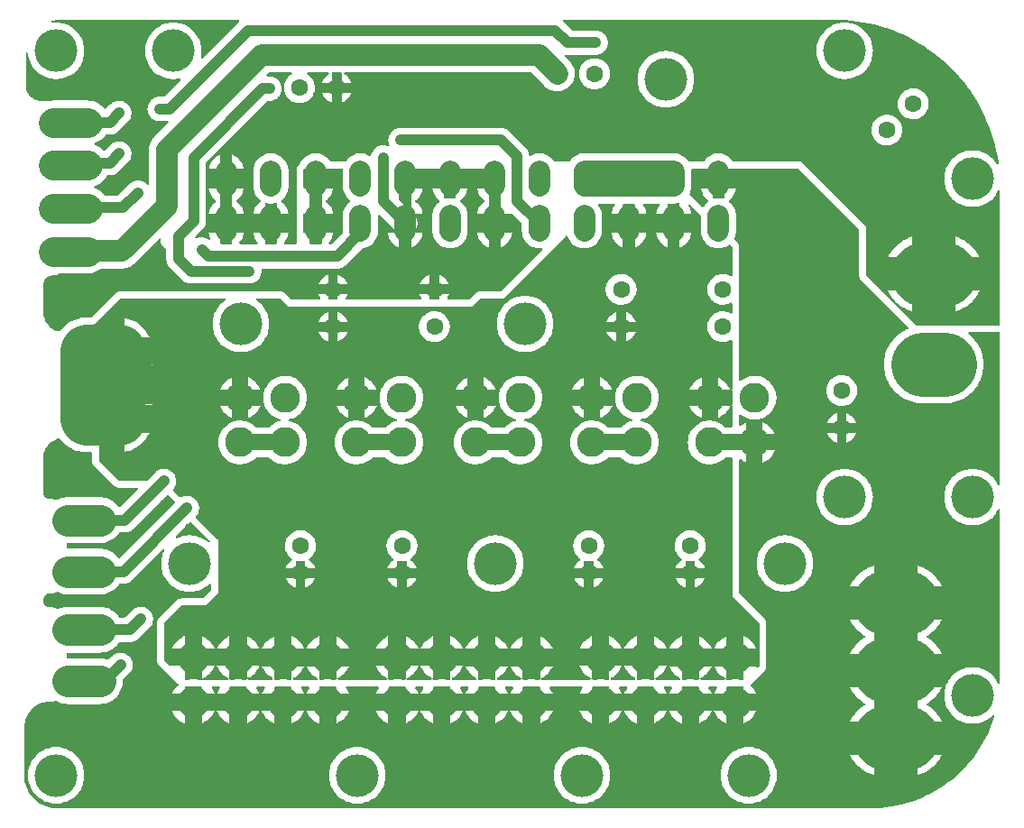
<source format=gtl>
G04 Layer: TopLayer*
G04 EasyEDA v6.4.19.4, 2021-09-27T21:18:42+08:00*
G04 328f29077b91436ca96412054b8b6626,119f753a6ce64b8d841f2ad33262ab0c,10*
G04 Gerber Generator version 0.2*
G04 Scale: 100 percent, Rotated: No, Reflected: No *
G04 Dimensions in millimeters *
G04 leading zeros omitted , absolute positions ,4 integer and 5 decimal *
%FSLAX45Y45*%
%MOMM*%

%ADD10C,0.2560*%
%ADD12C,2.0000*%
%ADD13C,1.0000*%
%ADD14C,1.5000*%
%ADD15C,3.0000*%
%ADD16C,5.0000*%
%ADD17C,2.8000*%
%ADD19C,4.0000*%
%ADD20C,1.6000*%
%ADD21C,6.0000*%

%LPD*%
G36*
X914552Y5891479D02*
G01*
X911504Y5891936D01*
X908761Y5893257D01*
X906526Y5895340D01*
X899312Y5904534D01*
X885850Y5918657D01*
X871067Y5931458D01*
X855167Y5942787D01*
X838250Y5952540D01*
X820470Y5960668D01*
X814781Y5962650D01*
X811225Y5964783D01*
X808786Y5968187D01*
X807923Y5972251D01*
X808786Y5976315D01*
X811225Y5979718D01*
X814781Y5981852D01*
X820470Y5983833D01*
X838250Y5991961D01*
X855167Y6001715D01*
X871067Y6013043D01*
X885850Y6025845D01*
X899312Y6039967D01*
X911402Y6055309D01*
X921969Y6071768D01*
X924560Y6076848D01*
X926846Y6079744D01*
X929995Y6081674D01*
X933602Y6082334D01*
X952347Y6082334D01*
X959713Y6082588D01*
X966927Y6083249D01*
X974090Y6084417D01*
X981151Y6085992D01*
X988110Y6087973D01*
X994918Y6090462D01*
X1001572Y6093307D01*
X1008024Y6096609D01*
X1014272Y6100318D01*
X1020216Y6104382D01*
X1025906Y6108750D01*
X1034186Y6116269D01*
X1125321Y6207506D01*
X1132586Y6215989D01*
X1134567Y6218631D01*
X1142339Y6230823D01*
X1147216Y6240881D01*
X1148486Y6243929D01*
X1152093Y6254496D01*
X1153007Y6257696D01*
X1155242Y6268618D01*
X1155700Y6271920D01*
X1156614Y6283045D01*
X1156665Y6286347D01*
X1156106Y6297523D01*
X1155750Y6300774D01*
X1153820Y6311798D01*
X1153058Y6314998D01*
X1148638Y6328765D01*
X1144016Y6338976D01*
X1142492Y6341872D01*
X1136650Y6351422D01*
X1134719Y6354114D01*
X1127760Y6362852D01*
X1125524Y6365290D01*
X1117498Y6373063D01*
X1115009Y6375196D01*
X1106068Y6381902D01*
X1103274Y6383731D01*
X1093571Y6389268D01*
X1090625Y6390690D01*
X1080312Y6395008D01*
X1077163Y6396075D01*
X1066393Y6399022D01*
X1063142Y6399682D01*
X1052068Y6401257D01*
X1048816Y6401511D01*
X1037640Y6401663D01*
X1034338Y6401511D01*
X1023213Y6400292D01*
X1019962Y6399733D01*
X1009091Y6397142D01*
X1005941Y6396177D01*
X995476Y6392214D01*
X992479Y6390843D01*
X982573Y6385610D01*
X979779Y6383883D01*
X970635Y6377482D01*
X968044Y6375400D01*
X959713Y6367830D01*
X907745Y6315811D01*
X904443Y6313627D01*
X899769Y6312865D01*
X895756Y6313678D01*
X892403Y6316014D01*
X885850Y6322923D01*
X871067Y6335674D01*
X855167Y6347002D01*
X838250Y6356807D01*
X820470Y6364884D01*
X814781Y6366865D01*
X811225Y6368999D01*
X808786Y6372402D01*
X807923Y6376466D01*
X808786Y6380581D01*
X811225Y6383934D01*
X814781Y6386068D01*
X820470Y6388049D01*
X838250Y6396177D01*
X855167Y6405930D01*
X871067Y6417259D01*
X885850Y6430060D01*
X899312Y6444183D01*
X911301Y6459474D01*
X913536Y6461556D01*
X916279Y6462877D01*
X919327Y6463334D01*
X952347Y6463334D01*
X959713Y6463588D01*
X966927Y6464249D01*
X974090Y6465417D01*
X981151Y6466992D01*
X988110Y6468973D01*
X994918Y6471462D01*
X1001572Y6474307D01*
X1008024Y6477609D01*
X1014272Y6481318D01*
X1020216Y6485382D01*
X1025906Y6489750D01*
X1034186Y6497269D01*
X1125321Y6588506D01*
X1132586Y6596989D01*
X1134567Y6599631D01*
X1142339Y6611823D01*
X1147216Y6621881D01*
X1148486Y6624929D01*
X1152093Y6635496D01*
X1153007Y6638696D01*
X1155242Y6649618D01*
X1155700Y6652920D01*
X1156614Y6664045D01*
X1156665Y6667347D01*
X1156106Y6678523D01*
X1155750Y6681774D01*
X1153820Y6692798D01*
X1153058Y6695998D01*
X1148638Y6709765D01*
X1144016Y6719976D01*
X1142492Y6722872D01*
X1136650Y6732422D01*
X1134719Y6735114D01*
X1127760Y6743852D01*
X1125524Y6746290D01*
X1117498Y6754063D01*
X1115009Y6756196D01*
X1106068Y6762902D01*
X1103274Y6764731D01*
X1093571Y6770268D01*
X1090625Y6771690D01*
X1080312Y6776008D01*
X1077163Y6777075D01*
X1066393Y6780022D01*
X1063142Y6780682D01*
X1052068Y6782257D01*
X1048816Y6782511D01*
X1037640Y6782663D01*
X1034338Y6782511D01*
X1023213Y6781292D01*
X1019962Y6780733D01*
X1009091Y6778142D01*
X1005941Y6777177D01*
X995476Y6773214D01*
X992479Y6771843D01*
X982573Y6766610D01*
X979779Y6764883D01*
X970635Y6758482D01*
X968044Y6756400D01*
X959713Y6748830D01*
X918260Y6707327D01*
X914653Y6704990D01*
X910437Y6704380D01*
X906322Y6705498D01*
X903071Y6708241D01*
X899312Y6713016D01*
X885850Y6727139D01*
X871067Y6739940D01*
X855167Y6751269D01*
X838250Y6761022D01*
X820470Y6769150D01*
X802030Y6775551D01*
X783031Y6780123D01*
X763727Y6782917D01*
X743966Y6783831D01*
X424434Y6783831D01*
X404672Y6782917D01*
X394716Y6781495D01*
X392734Y6781393D01*
X380695Y6782053D01*
X305155Y6782053D01*
X289661Y6782917D01*
X275234Y6785254D01*
X261162Y6789115D01*
X247548Y6794398D01*
X234543Y6801103D01*
X222300Y6809079D01*
X210972Y6818325D01*
X200710Y6828688D01*
X191566Y6840067D01*
X183642Y6852361D01*
X177038Y6865416D01*
X171856Y6879081D01*
X168148Y6893204D01*
X165912Y6907631D01*
X165150Y6922617D01*
X165150Y6996074D01*
X165354Y6998512D01*
X165354Y7212939D01*
X165760Y7224318D01*
X166827Y7228484D01*
X169519Y7231837D01*
X173329Y7233767D01*
X177596Y7233970D01*
X181610Y7232396D01*
X184556Y7229297D01*
X185978Y7225233D01*
X188569Y7205167D01*
X193294Y7183170D01*
X199898Y7161631D01*
X208279Y7140752D01*
X218440Y7120636D01*
X230225Y7101484D01*
X243636Y7083348D01*
X258521Y7066483D01*
X274777Y7050887D01*
X292303Y7036765D01*
X310946Y7024116D01*
X330606Y7013143D01*
X351078Y7003897D01*
X372313Y6996379D01*
X394106Y6990689D01*
X416306Y6986930D01*
X438759Y6985000D01*
X461264Y6985000D01*
X483717Y6986930D01*
X505866Y6990689D01*
X527659Y6996379D01*
X548894Y7003897D01*
X569417Y7013143D01*
X589076Y7024116D01*
X607720Y7036765D01*
X625246Y7050887D01*
X641502Y7066483D01*
X656386Y7083348D01*
X669747Y7101484D01*
X681583Y7120636D01*
X691692Y7140752D01*
X700074Y7161631D01*
X706678Y7183170D01*
X711454Y7205167D01*
X714298Y7227519D01*
X715264Y7250023D01*
X714298Y7272477D01*
X711454Y7294829D01*
X706678Y7316825D01*
X700074Y7338364D01*
X691692Y7359243D01*
X681583Y7379360D01*
X669747Y7398512D01*
X656386Y7416647D01*
X641502Y7433513D01*
X625246Y7449108D01*
X607720Y7463231D01*
X589076Y7475880D01*
X569417Y7486853D01*
X548894Y7496098D01*
X527659Y7503617D01*
X505866Y7509306D01*
X483717Y7513116D01*
X461264Y7514996D01*
X438759Y7514996D01*
X417423Y7513167D01*
X413207Y7513726D01*
X409549Y7515961D01*
X407162Y7519517D01*
X406400Y7523683D01*
X407466Y7527848D01*
X410159Y7531201D01*
X413918Y7533131D01*
X422249Y7535316D01*
X446481Y7539888D01*
X471017Y7542631D01*
X495960Y7543546D01*
X2161794Y7543546D01*
X2165705Y7542784D01*
X2169007Y7540548D01*
X2171242Y7537196D01*
X2171954Y7533284D01*
X2171141Y7529372D01*
X2168855Y7526070D01*
X1825802Y7183069D01*
X1822145Y7180732D01*
X1817878Y7180122D01*
X1813763Y7181342D01*
X1810461Y7184186D01*
X1808683Y7188098D01*
X1808683Y7192416D01*
X1811426Y7205167D01*
X1814271Y7227519D01*
X1815236Y7250023D01*
X1814271Y7272477D01*
X1811426Y7294829D01*
X1806702Y7316825D01*
X1800098Y7338364D01*
X1791716Y7359243D01*
X1781556Y7379360D01*
X1769770Y7398512D01*
X1756359Y7416647D01*
X1741474Y7433513D01*
X1725218Y7449108D01*
X1707743Y7463231D01*
X1689049Y7475880D01*
X1669440Y7486853D01*
X1648917Y7496098D01*
X1627682Y7503617D01*
X1605889Y7509306D01*
X1583690Y7513116D01*
X1561236Y7514996D01*
X1538732Y7514996D01*
X1516329Y7513116D01*
X1494129Y7509306D01*
X1472336Y7503617D01*
X1451102Y7496098D01*
X1430578Y7486853D01*
X1410919Y7475880D01*
X1392275Y7463231D01*
X1374749Y7449108D01*
X1358493Y7433513D01*
X1343609Y7416647D01*
X1330248Y7398512D01*
X1318463Y7379360D01*
X1308303Y7359243D01*
X1299921Y7338364D01*
X1293317Y7316825D01*
X1288592Y7294829D01*
X1285697Y7272477D01*
X1284782Y7250023D01*
X1285697Y7227519D01*
X1288592Y7205167D01*
X1293317Y7183170D01*
X1299921Y7161631D01*
X1308303Y7140752D01*
X1318463Y7120636D01*
X1330248Y7101484D01*
X1343609Y7083348D01*
X1358493Y7066483D01*
X1374749Y7050887D01*
X1392275Y7036765D01*
X1410919Y7024116D01*
X1430578Y7013143D01*
X1451102Y7003897D01*
X1472336Y6996379D01*
X1494129Y6990689D01*
X1516329Y6986930D01*
X1538732Y6985000D01*
X1561236Y6985000D01*
X1583690Y6986930D01*
X1605889Y6990689D01*
X1611325Y6991146D01*
X1615338Y6989470D01*
X1618284Y6986219D01*
X1619605Y6982002D01*
X1619046Y6977684D01*
X1616659Y6973976D01*
X1466545Y6823811D01*
X1463243Y6821627D01*
X1459331Y6820865D01*
X1422552Y6820865D01*
X1415186Y6820611D01*
X1407972Y6819950D01*
X1400810Y6818782D01*
X1393748Y6817207D01*
X1386789Y6815226D01*
X1379982Y6812737D01*
X1373327Y6809892D01*
X1366875Y6806590D01*
X1360627Y6802881D01*
X1354683Y6798818D01*
X1348943Y6794398D01*
X1343507Y6789623D01*
X1338376Y6784492D01*
X1333601Y6779056D01*
X1329182Y6773316D01*
X1325118Y6767372D01*
X1321409Y6761124D01*
X1318107Y6754672D01*
X1315262Y6748018D01*
X1312773Y6741210D01*
X1310792Y6734251D01*
X1309217Y6727190D01*
X1308049Y6720027D01*
X1307388Y6712813D01*
X1307134Y6705600D01*
X1307388Y6698386D01*
X1308049Y6691172D01*
X1309217Y6684009D01*
X1310792Y6676948D01*
X1312773Y6669989D01*
X1315262Y6663181D01*
X1318107Y6656527D01*
X1321409Y6650075D01*
X1325118Y6643827D01*
X1329182Y6637883D01*
X1333601Y6632143D01*
X1338376Y6626707D01*
X1343507Y6621576D01*
X1348943Y6616801D01*
X1354683Y6612381D01*
X1360627Y6608318D01*
X1366875Y6604609D01*
X1373327Y6601307D01*
X1379982Y6598462D01*
X1386789Y6595973D01*
X1393748Y6593992D01*
X1400810Y6592417D01*
X1407972Y6591249D01*
X1415186Y6590588D01*
X1422552Y6590334D01*
X1493418Y6590334D01*
X1497330Y6589572D01*
X1500581Y6587388D01*
X1502816Y6584086D01*
X1503578Y6580174D01*
X1502816Y6576314D01*
X1500581Y6573012D01*
X1369161Y6441541D01*
X1363116Y6435191D01*
X1357477Y6428587D01*
X1352194Y6421729D01*
X1347317Y6414617D01*
X1342796Y6407200D01*
X1338681Y6399631D01*
X1334922Y6391808D01*
X1331620Y6383832D01*
X1328724Y6375654D01*
X1326286Y6367373D01*
X1324254Y6358940D01*
X1322679Y6350457D01*
X1321562Y6341872D01*
X1320901Y6333236D01*
X1320647Y6324447D01*
X1320647Y6004204D01*
X1319885Y6000292D01*
X1317701Y5997041D01*
X1314450Y5994806D01*
X1310589Y5994044D01*
X1306728Y5994755D01*
X1303426Y5996889D01*
X1295298Y6004763D01*
X1292809Y6006896D01*
X1283868Y6013602D01*
X1281074Y6015431D01*
X1271371Y6020968D01*
X1268425Y6022390D01*
X1258112Y6026708D01*
X1254963Y6027775D01*
X1244193Y6030722D01*
X1240942Y6031382D01*
X1229868Y6032957D01*
X1226616Y6033211D01*
X1215440Y6033363D01*
X1212138Y6033211D01*
X1201013Y6031992D01*
X1197762Y6031433D01*
X1186891Y6028842D01*
X1183741Y6027877D01*
X1173276Y6023914D01*
X1170279Y6022543D01*
X1160373Y6017310D01*
X1157579Y6015583D01*
X1148435Y6009182D01*
X1145844Y6007100D01*
X1137513Y5999530D01*
X1032459Y5894425D01*
X1029157Y5892241D01*
X1025245Y5891479D01*
G37*

%LPD*%
G36*
X2839923Y5436565D02*
G01*
X2836011Y5437327D01*
X2832709Y5439511D01*
X2830525Y5442813D01*
X2829763Y5446725D01*
X2829763Y5540654D01*
X2780538Y5540654D01*
X2776626Y5541416D01*
X2773324Y5543600D01*
X2771140Y5546902D01*
X2770378Y5550814D01*
X2770378Y5713171D01*
X2771140Y5717082D01*
X2773324Y5720384D01*
X2776626Y5722569D01*
X2780538Y5723331D01*
X2829763Y5723331D01*
X2829763Y5960668D01*
X2780538Y5960668D01*
X2776626Y5961430D01*
X2773324Y5963615D01*
X2771140Y5966917D01*
X2770378Y5970828D01*
X2770378Y6128258D01*
X2771140Y6132169D01*
X2773324Y6135471D01*
X2778252Y6140399D01*
X2781554Y6142583D01*
X2785465Y6143345D01*
X2834284Y6143345D01*
X2836976Y6144615D01*
X2839923Y6145022D01*
X2932277Y6145022D01*
X2935224Y6144615D01*
X2937916Y6143345D01*
X3055213Y6143345D01*
X3057906Y6144615D01*
X3060852Y6145022D01*
X3131362Y6145022D01*
X3135376Y6144209D01*
X3138728Y6141872D01*
X3140913Y6138418D01*
X3141522Y6134354D01*
X3140862Y6121755D01*
X3140862Y5982258D01*
X3141776Y5964732D01*
X3144469Y5947664D01*
X3148939Y5930950D01*
X3155137Y5914796D01*
X3163011Y5899404D01*
X3172409Y5884875D01*
X3183280Y5871464D01*
X3195523Y5859221D01*
X3207054Y5849874D01*
X3209798Y5846368D01*
X3210814Y5842000D01*
X3209798Y5837631D01*
X3207054Y5834126D01*
X3195523Y5824778D01*
X3183280Y5812536D01*
X3172409Y5799124D01*
X3163011Y5784596D01*
X3155137Y5769203D01*
X3148939Y5753049D01*
X3144469Y5736336D01*
X3141776Y5719267D01*
X3140862Y5701741D01*
X3140862Y5562244D01*
X3141776Y5544718D01*
X3141116Y5540552D01*
X3138779Y5536996D01*
X3041345Y5439511D01*
X3038043Y5437327D01*
X3034131Y5436565D01*
X3018180Y5436565D01*
X3014421Y5437276D01*
X3011220Y5439257D01*
X3008985Y5442356D01*
X3008020Y5446014D01*
X3008477Y5449773D01*
X3010255Y5453126D01*
X3019806Y5464860D01*
X3029204Y5479389D01*
X3037078Y5494782D01*
X3043275Y5510936D01*
X3047746Y5527649D01*
X3049778Y5540654D01*
X2942437Y5540654D01*
X2942437Y5446725D01*
X2941675Y5442813D01*
X2939491Y5439511D01*
X2936189Y5437327D01*
X2932277Y5436565D01*
G37*

%LPC*%
G36*
X2942437Y5723331D02*
G01*
X3049778Y5723331D01*
X3047746Y5736336D01*
X3043275Y5753049D01*
X3037078Y5769203D01*
X3029204Y5784596D01*
X3019806Y5799124D01*
X3008884Y5812536D01*
X2996692Y5824778D01*
X2985160Y5834126D01*
X2982417Y5837631D01*
X2981401Y5842000D01*
X2982417Y5846368D01*
X2985160Y5849874D01*
X2996692Y5859221D01*
X3008884Y5871464D01*
X3019806Y5884875D01*
X3029204Y5899404D01*
X3037078Y5914796D01*
X3043275Y5930950D01*
X3047746Y5947664D01*
X3049778Y5960668D01*
X2942437Y5960668D01*
G37*

%LPD*%
G36*
X8525916Y4673600D02*
G01*
X8522004Y4674362D01*
X8518702Y4676597D01*
X8054797Y5140502D01*
X8052562Y5143804D01*
X8051800Y5147716D01*
X8051800Y5599684D01*
X8051088Y5601411D01*
X7442911Y6209588D01*
X7441184Y6210300D01*
X6811060Y6210300D01*
X6807758Y6210858D01*
X6804812Y6212433D01*
X6802526Y6214922D01*
X6799783Y6219139D01*
X6788912Y6232550D01*
X6776669Y6244793D01*
X6763258Y6255664D01*
X6748729Y6265113D01*
X6733336Y6272936D01*
X6717182Y6279134D01*
X6700469Y6283655D01*
X6683400Y6286347D01*
X6666128Y6287262D01*
X6648856Y6286347D01*
X6631736Y6283655D01*
X6615074Y6279134D01*
X6598920Y6272936D01*
X6583476Y6265113D01*
X6568998Y6255664D01*
X6555536Y6244793D01*
X6543294Y6232550D01*
X6532422Y6219139D01*
X6529679Y6214922D01*
X6527444Y6212433D01*
X6524498Y6210858D01*
X6521196Y6210300D01*
X6391046Y6210300D01*
X6387744Y6210858D01*
X6384798Y6212433D01*
X6382512Y6214922D01*
X6379768Y6219139D01*
X6368897Y6232550D01*
X6356654Y6244793D01*
X6343243Y6255664D01*
X6328714Y6265113D01*
X6313322Y6272936D01*
X6297168Y6279134D01*
X6280454Y6283655D01*
X6262166Y6286550D01*
X6258610Y6287414D01*
X6247993Y6288227D01*
X5410606Y6288227D01*
X5399989Y6287414D01*
X5396433Y6286754D01*
X5388813Y6286347D01*
X5371744Y6283655D01*
X5355031Y6279134D01*
X5338876Y6272936D01*
X5323484Y6265113D01*
X5308955Y6255664D01*
X5295544Y6244793D01*
X5283301Y6232550D01*
X5272430Y6219139D01*
X5269687Y6214922D01*
X5267401Y6212433D01*
X5264454Y6210858D01*
X5261152Y6210300D01*
X5131054Y6210300D01*
X5127752Y6210858D01*
X5124805Y6212433D01*
X5122519Y6214922D01*
X5119776Y6219139D01*
X5108905Y6232550D01*
X5096662Y6244793D01*
X5083251Y6255664D01*
X5068722Y6265113D01*
X5053330Y6272936D01*
X5037175Y6279134D01*
X5020462Y6283655D01*
X5003393Y6286347D01*
X4986121Y6287262D01*
X4968849Y6286347D01*
X4951730Y6283655D01*
X4935067Y6279134D01*
X4918913Y6272936D01*
X4904384Y6265570D01*
X4900676Y6264503D01*
X4896815Y6264910D01*
X4893411Y6266738D01*
X4890871Y6269736D01*
X4889703Y6273444D01*
X4889042Y6279083D01*
X4886807Y6289903D01*
X4885893Y6293104D01*
X4882286Y6303670D01*
X4881016Y6306718D01*
X4876139Y6316776D01*
X4868367Y6328968D01*
X4866386Y6331610D01*
X4859121Y6340094D01*
X4701794Y6497421D01*
X4693310Y6504685D01*
X4690668Y6506667D01*
X4678476Y6514439D01*
X4668418Y6519316D01*
X4665370Y6520586D01*
X4654804Y6524193D01*
X4651603Y6525107D01*
X4640681Y6527342D01*
X4637379Y6527800D01*
X4626254Y6528714D01*
X3683152Y6528765D01*
X3675786Y6528511D01*
X3668572Y6527850D01*
X3661410Y6526682D01*
X3654348Y6525107D01*
X3647389Y6523126D01*
X3640582Y6520637D01*
X3633927Y6517792D01*
X3627475Y6514490D01*
X3621227Y6510781D01*
X3615283Y6506718D01*
X3609543Y6502298D01*
X3604107Y6497523D01*
X3598976Y6492392D01*
X3594201Y6486956D01*
X3589782Y6481216D01*
X3585718Y6475272D01*
X3582009Y6469024D01*
X3578707Y6462572D01*
X3575862Y6455918D01*
X3573373Y6449110D01*
X3571392Y6442151D01*
X3569817Y6435090D01*
X3568649Y6427927D01*
X3567988Y6420713D01*
X3567734Y6413500D01*
X3567988Y6406286D01*
X3568649Y6399072D01*
X3569817Y6391910D01*
X3571392Y6384848D01*
X3573373Y6377889D01*
X3575862Y6371082D01*
X3577539Y6367119D01*
X3578402Y6363258D01*
X3577691Y6359347D01*
X3575507Y6356045D01*
X3572256Y6353759D01*
X3568395Y6352946D01*
X3564483Y6353657D01*
X3553510Y6357975D01*
X3539490Y6361582D01*
X3525113Y6363411D01*
X3510686Y6363411D01*
X3496310Y6361582D01*
X3482289Y6357975D01*
X3468827Y6352641D01*
X3456178Y6345682D01*
X3444443Y6337198D01*
X3433876Y6327292D01*
X3424682Y6316116D01*
X3416909Y6303924D01*
X3410762Y6290818D01*
X3406292Y6277051D01*
X3405174Y6271107D01*
X3403650Y6267450D01*
X3400907Y6264656D01*
X3397250Y6263081D01*
X3393338Y6263030D01*
X3388715Y6265113D01*
X3373323Y6272936D01*
X3357168Y6279134D01*
X3340455Y6283655D01*
X3323386Y6286347D01*
X3306114Y6287262D01*
X3288842Y6286347D01*
X3271723Y6283655D01*
X3255060Y6279134D01*
X3238906Y6272936D01*
X3223463Y6265113D01*
X3208985Y6255664D01*
X3195523Y6244793D01*
X3183280Y6232550D01*
X3172409Y6219139D01*
X3169666Y6214922D01*
X3167430Y6212433D01*
X3164484Y6210858D01*
X3161182Y6210300D01*
X3031032Y6210300D01*
X3027730Y6210858D01*
X3024784Y6212433D01*
X3022498Y6214922D01*
X3019806Y6219139D01*
X3008884Y6232550D01*
X2996692Y6244793D01*
X2983230Y6255664D01*
X2968752Y6265113D01*
X2953308Y6272936D01*
X2937154Y6279134D01*
X2920441Y6283655D01*
X2903372Y6286347D01*
X2886100Y6287262D01*
X2868828Y6286347D01*
X2851759Y6283655D01*
X2835046Y6279134D01*
X2818892Y6272936D01*
X2803499Y6265113D01*
X2788970Y6255664D01*
X2775559Y6244793D01*
X2763316Y6232550D01*
X2752445Y6219139D01*
X2742996Y6204610D01*
X2736240Y6191351D01*
X2734360Y6188760D01*
X2705811Y6160211D01*
X2705100Y6158484D01*
X2705100Y5446725D01*
X2704338Y5442813D01*
X2702102Y5439511D01*
X2698851Y5437327D01*
X2694940Y5436565D01*
X2598166Y5436565D01*
X2594406Y5437276D01*
X2591206Y5439257D01*
X2588971Y5442356D01*
X2588006Y5446014D01*
X2588463Y5449773D01*
X2590241Y5453126D01*
X2599791Y5464860D01*
X2609189Y5479389D01*
X2617063Y5494782D01*
X2623261Y5510936D01*
X2627731Y5527649D01*
X2629763Y5540654D01*
X2522423Y5540654D01*
X2522423Y5446725D01*
X2521661Y5442813D01*
X2519476Y5439511D01*
X2516174Y5437327D01*
X2512263Y5436565D01*
X2419908Y5436565D01*
X2415997Y5437327D01*
X2412695Y5439511D01*
X2410510Y5442813D01*
X2409748Y5446725D01*
X2409748Y5540654D01*
X2302408Y5540654D01*
X2304491Y5527649D01*
X2308961Y5510936D01*
X2315159Y5494782D01*
X2322982Y5479389D01*
X2332431Y5464860D01*
X2341930Y5453126D01*
X2343708Y5449773D01*
X2344166Y5446014D01*
X2343200Y5442356D01*
X2340965Y5439257D01*
X2337765Y5437276D01*
X2334056Y5436565D01*
X2178151Y5436565D01*
X2174443Y5437276D01*
X2171242Y5439257D01*
X2169007Y5442356D01*
X2168042Y5446014D01*
X2168448Y5449773D01*
X2170277Y5453126D01*
X2179777Y5464860D01*
X2189226Y5479389D01*
X2197049Y5494782D01*
X2203246Y5510936D01*
X2207717Y5527649D01*
X2209800Y5540654D01*
X2102459Y5540654D01*
X2102459Y5446725D01*
X2101697Y5442813D01*
X2099462Y5439511D01*
X2096160Y5437327D01*
X2092299Y5436565D01*
X1999894Y5436565D01*
X1996033Y5437327D01*
X1992731Y5439511D01*
X1990547Y5442813D01*
X1989734Y5446725D01*
X1989734Y5540654D01*
X1882393Y5540654D01*
X1884476Y5527649D01*
X1888947Y5510936D01*
X1895144Y5494782D01*
X1896313Y5492546D01*
X1897380Y5488228D01*
X1896567Y5483910D01*
X1894027Y5480354D01*
X1890166Y5478170D01*
X1885746Y5477865D01*
X1881632Y5479440D01*
X1874723Y5484012D01*
X1865020Y5489143D01*
X1862023Y5490514D01*
X1851558Y5494477D01*
X1848408Y5495442D01*
X1837537Y5498033D01*
X1834286Y5498592D01*
X1823161Y5499811D01*
X1819859Y5499963D01*
X1808683Y5499811D01*
X1805432Y5499557D01*
X1794357Y5497982D01*
X1791106Y5497322D01*
X1780336Y5494375D01*
X1777187Y5493308D01*
X1768856Y5489854D01*
X1764995Y5489041D01*
X1761083Y5489854D01*
X1757781Y5492038D01*
X1755597Y5495340D01*
X1754835Y5499201D01*
X1755597Y5503113D01*
X1757781Y5506415D01*
X1823821Y5572506D01*
X1831086Y5580989D01*
X1833067Y5583631D01*
X1840839Y5595823D01*
X1845716Y5605881D01*
X1846986Y5608929D01*
X1850593Y5619496D01*
X1851507Y5622696D01*
X1853742Y5633618D01*
X1854200Y5636920D01*
X1855114Y5648045D01*
X1855165Y6196431D01*
X1855927Y6200343D01*
X1858111Y6203645D01*
X2432354Y6777888D01*
X2435656Y6780072D01*
X2439568Y6780834D01*
X2450947Y6780834D01*
X2458313Y6781088D01*
X2465527Y6781749D01*
X2472690Y6782917D01*
X2479751Y6784492D01*
X2486710Y6786473D01*
X2493518Y6788962D01*
X2500172Y6791807D01*
X2506624Y6795109D01*
X2512872Y6798818D01*
X2518816Y6802881D01*
X2524556Y6807301D01*
X2529992Y6812076D01*
X2535123Y6817207D01*
X2539898Y6822643D01*
X2544318Y6828383D01*
X2548382Y6834327D01*
X2552090Y6840575D01*
X2555392Y6847027D01*
X2558237Y6853681D01*
X2560726Y6860489D01*
X2562707Y6867448D01*
X2564282Y6874509D01*
X2565450Y6881672D01*
X2566111Y6888886D01*
X2566365Y6896100D01*
X2566111Y6903313D01*
X2565450Y6910527D01*
X2564282Y6917690D01*
X2562707Y6924751D01*
X2560726Y6931710D01*
X2558237Y6938518D01*
X2555392Y6945172D01*
X2552090Y6951624D01*
X2548382Y6957872D01*
X2544318Y6963816D01*
X2539898Y6969556D01*
X2535123Y6974992D01*
X2529992Y6980123D01*
X2524556Y6984898D01*
X2518816Y6989318D01*
X2512872Y6993381D01*
X2506624Y6997090D01*
X2500172Y7000392D01*
X2493518Y7003237D01*
X2486710Y7005726D01*
X2479751Y7007707D01*
X2472690Y7009282D01*
X2465527Y7010450D01*
X2458313Y7011111D01*
X2450947Y7011365D01*
X2430881Y7011365D01*
X2426970Y7012127D01*
X2423718Y7014311D01*
X2421483Y7017613D01*
X2420721Y7021525D01*
X2421483Y7025386D01*
X2423718Y7028688D01*
X2440381Y7045350D01*
X2443683Y7047585D01*
X2447544Y7048347D01*
X2653639Y7048347D01*
X2657856Y7047433D01*
X2661310Y7044842D01*
X2663393Y7041032D01*
X2663698Y7036765D01*
X2662174Y7032701D01*
X2659126Y7029653D01*
X2647950Y7022439D01*
X2635097Y7011924D01*
X2623515Y7000036D01*
X2613406Y6986930D01*
X2604820Y6972706D01*
X2597962Y6957618D01*
X2592832Y6941870D01*
X2589530Y6925614D01*
X2588107Y6909104D01*
X2588615Y6892493D01*
X2590952Y6876084D01*
X2595168Y6860082D01*
X2601163Y6844588D01*
X2608935Y6829958D01*
X2618282Y6816242D01*
X2629154Y6803745D01*
X2641346Y6792518D01*
X2654757Y6782765D01*
X2669235Y6774586D01*
X2684475Y6768134D01*
X2700375Y6763461D01*
X2716733Y6760667D01*
X2733294Y6759702D01*
X2749854Y6760667D01*
X2766212Y6763461D01*
X2782112Y6768134D01*
X2797352Y6774586D01*
X2811830Y6782765D01*
X2825242Y6792518D01*
X2837434Y6803745D01*
X2848305Y6816242D01*
X2857652Y6829958D01*
X2865424Y6844588D01*
X2871419Y6860082D01*
X2875635Y6876084D01*
X2877972Y6892493D01*
X2878480Y6909104D01*
X2877058Y6925614D01*
X2873756Y6941870D01*
X2868625Y6957618D01*
X2861767Y6972706D01*
X2853182Y6986930D01*
X2843072Y7000036D01*
X2831490Y7011924D01*
X2818638Y7022439D01*
X2807462Y7029653D01*
X2804414Y7032701D01*
X2802890Y7036765D01*
X2803194Y7041032D01*
X2805277Y7044842D01*
X2808732Y7047433D01*
X2812948Y7048347D01*
X3003651Y7048347D01*
X3007868Y7047433D01*
X3011322Y7044842D01*
X3013405Y7041032D01*
X3013710Y7036765D01*
X3012186Y7032701D01*
X3009138Y7029653D01*
X2997962Y7022439D01*
X2985109Y7011924D01*
X2973527Y7000036D01*
X2963418Y6986930D01*
X2954832Y6972706D01*
X2947974Y6957618D01*
X2945892Y6951268D01*
X3036976Y6951268D01*
X3036976Y7038187D01*
X3037738Y7042099D01*
X3039922Y7045350D01*
X3043224Y7047585D01*
X3047136Y7048347D01*
X3119475Y7048347D01*
X3123387Y7047585D01*
X3126689Y7045350D01*
X3128873Y7042099D01*
X3129635Y7038187D01*
X3129635Y6951268D01*
X3220720Y6951268D01*
X3218637Y6957618D01*
X3211779Y6972706D01*
X3203194Y6986930D01*
X3193084Y7000036D01*
X3181502Y7011924D01*
X3168650Y7022439D01*
X3157474Y7029653D01*
X3154426Y7032701D01*
X3152902Y7036765D01*
X3153206Y7041032D01*
X3155289Y7044842D01*
X3158744Y7047433D01*
X3162960Y7048347D01*
X4908905Y7048347D01*
X4912918Y7047534D01*
X4916271Y7045147D01*
X5032552Y6922008D01*
X5045303Y6909917D01*
X5058968Y6899351D01*
X5073700Y6890258D01*
X5089296Y6882790D01*
X5105603Y6876948D01*
X5122418Y6872884D01*
X5139537Y6870598D01*
X5156809Y6870090D01*
X5174081Y6871411D01*
X5191099Y6874509D01*
X5207660Y6879386D01*
X5223662Y6885990D01*
X5238902Y6894220D01*
X5253177Y6903974D01*
X5266334Y6915150D01*
X5278272Y6927697D01*
X5288838Y6941362D01*
X5297932Y6956094D01*
X5305399Y6971690D01*
X5311241Y6987997D01*
X5315305Y7004812D01*
X5317591Y7021931D01*
X5318099Y7039203D01*
X5316778Y7056475D01*
X5313680Y7073493D01*
X5308803Y7090054D01*
X5302199Y7106056D01*
X5293969Y7121296D01*
X5284216Y7135571D01*
X5272836Y7148931D01*
X5228539Y7195870D01*
X5226405Y7199274D01*
X5225745Y7203186D01*
X5226659Y7207046D01*
X5228996Y7210298D01*
X5232400Y7212380D01*
X5236311Y7212990D01*
X5245303Y7212634D01*
X5511647Y7212634D01*
X5519013Y7212888D01*
X5526227Y7213549D01*
X5533390Y7214717D01*
X5540451Y7216292D01*
X5547410Y7218273D01*
X5554218Y7220762D01*
X5560872Y7223607D01*
X5567324Y7226909D01*
X5573572Y7230618D01*
X5579516Y7234681D01*
X5585256Y7239101D01*
X5590692Y7243876D01*
X5595823Y7249007D01*
X5600598Y7254443D01*
X5605018Y7260183D01*
X5609082Y7266127D01*
X5612790Y7272375D01*
X5616092Y7278827D01*
X5618937Y7285481D01*
X5621426Y7292289D01*
X5623407Y7299248D01*
X5624982Y7306309D01*
X5626150Y7313472D01*
X5626811Y7320686D01*
X5627065Y7327900D01*
X5626811Y7335113D01*
X5626150Y7342327D01*
X5624982Y7349490D01*
X5623407Y7356551D01*
X5621426Y7363510D01*
X5618937Y7370318D01*
X5616092Y7376972D01*
X5612790Y7383424D01*
X5609082Y7389672D01*
X5605018Y7395616D01*
X5600598Y7401356D01*
X5595823Y7406792D01*
X5590692Y7411923D01*
X5585256Y7416698D01*
X5579516Y7421118D01*
X5573572Y7425181D01*
X5567324Y7428890D01*
X5560872Y7432192D01*
X5554218Y7435037D01*
X5547410Y7437526D01*
X5540451Y7439507D01*
X5533390Y7441082D01*
X5526227Y7442250D01*
X5519013Y7442911D01*
X5511647Y7443165D01*
X5297068Y7443165D01*
X5293156Y7443927D01*
X5289854Y7446111D01*
X5209844Y7526070D01*
X5207558Y7529372D01*
X5206746Y7533284D01*
X5207457Y7537196D01*
X5209692Y7540548D01*
X5212994Y7542784D01*
X5216906Y7543546D01*
X7746695Y7543546D01*
X7802930Y7542530D01*
X7858607Y7539532D01*
X7914131Y7534554D01*
X7969453Y7527594D01*
X8024469Y7518704D01*
X8079181Y7507782D01*
X8133435Y7494981D01*
X8187181Y7480198D01*
X8240420Y7463536D01*
X8292998Y7444994D01*
X8344865Y7424572D01*
X8395970Y7402322D01*
X8446262Y7378242D01*
X8495690Y7352385D01*
X8544102Y7324801D01*
X8591550Y7295489D01*
X8637879Y7264501D01*
X8683142Y7231888D01*
X8727135Y7197699D01*
X8769908Y7161936D01*
X8811412Y7124700D01*
X8851493Y7085939D01*
X8890203Y7045807D01*
X8927490Y7004354D01*
X8963202Y6961581D01*
X8997442Y6917537D01*
X9030055Y6872325D01*
X9060992Y6825945D01*
X9090304Y6778498D01*
X9117888Y6730034D01*
X9143695Y6680657D01*
X9167774Y6630365D01*
X9190024Y6579209D01*
X9210446Y6527342D01*
X9228988Y6474764D01*
X9245600Y6421526D01*
X9260382Y6367780D01*
X9273184Y6313525D01*
X9284055Y6258814D01*
X9292945Y6203797D01*
X9293910Y6196330D01*
X9293656Y6192418D01*
X9291929Y6188913D01*
X9288983Y6186322D01*
X9285274Y6185001D01*
X9281363Y6185204D01*
X9277807Y6186881D01*
X9275165Y6189726D01*
X9269780Y6198514D01*
X9256369Y6216650D01*
X9241485Y6233515D01*
X9225229Y6249111D01*
X9207703Y6263233D01*
X9189059Y6275882D01*
X9169400Y6286855D01*
X9148876Y6296101D01*
X9127693Y6303619D01*
X9105900Y6309309D01*
X9083700Y6313119D01*
X9061246Y6314998D01*
X9038742Y6314998D01*
X9016288Y6313119D01*
X8994140Y6309309D01*
X8972346Y6303619D01*
X8951112Y6296101D01*
X8930589Y6286855D01*
X8910929Y6275882D01*
X8892286Y6263233D01*
X8874760Y6249111D01*
X8858504Y6233515D01*
X8843619Y6216650D01*
X8830259Y6198514D01*
X8818422Y6179362D01*
X8808313Y6159246D01*
X8799931Y6138367D01*
X8793327Y6116828D01*
X8788552Y6094831D01*
X8785707Y6072479D01*
X8784742Y6049975D01*
X8785707Y6027521D01*
X8788552Y6005169D01*
X8793327Y5983173D01*
X8799931Y5961634D01*
X8808313Y5940755D01*
X8818422Y5920638D01*
X8830259Y5901486D01*
X8843619Y5883351D01*
X8858504Y5866485D01*
X8874760Y5850890D01*
X8892286Y5836767D01*
X8910929Y5824118D01*
X8930589Y5813145D01*
X8951112Y5803900D01*
X8972346Y5796381D01*
X8994140Y5790692D01*
X9016288Y5786882D01*
X9038742Y5785002D01*
X9061246Y5785002D01*
X9083700Y5786882D01*
X9105900Y5790692D01*
X9127693Y5796381D01*
X9148876Y5803900D01*
X9169400Y5813145D01*
X9189059Y5824118D01*
X9207703Y5836767D01*
X9225229Y5850890D01*
X9241485Y5866485D01*
X9256369Y5883351D01*
X9269780Y5901486D01*
X9281566Y5920638D01*
X9289592Y5936589D01*
X9292488Y5940094D01*
X9296552Y5941974D01*
X9301022Y5941923D01*
X9305086Y5939942D01*
X9307830Y5936437D01*
X9308846Y5932017D01*
X9308846Y4683760D01*
X9308084Y4679848D01*
X9305848Y4676597D01*
X9302597Y4674362D01*
X9298686Y4673600D01*
G37*

%LPC*%
G36*
X8893149Y4806848D02*
G01*
X8917279Y4815078D01*
X8941816Y4825492D01*
X8965539Y4837684D01*
X8988348Y4851603D01*
X9010040Y4867097D01*
X9030512Y4884166D01*
X9049766Y4902708D01*
X9067546Y4922570D01*
X9083852Y4943703D01*
X9098584Y4965954D01*
X9111640Y4989169D01*
X9116618Y4999837D01*
X8893149Y4999837D01*
G37*
G36*
X8893149Y5312562D02*
G01*
X9116618Y5312562D01*
X9111640Y5323230D01*
X9098584Y5346446D01*
X9083852Y5368696D01*
X9067546Y5389829D01*
X9049766Y5409692D01*
X9030512Y5428234D01*
X9010040Y5445302D01*
X8988348Y5460796D01*
X8965539Y5474716D01*
X8941816Y5486908D01*
X8917279Y5497322D01*
X8893149Y5505551D01*
G37*
G36*
X7838744Y6985000D02*
G01*
X7861249Y6985000D01*
X7883702Y6986930D01*
X7905902Y6990689D01*
X7927695Y6996379D01*
X7948879Y7003897D01*
X7969402Y7013143D01*
X7989062Y7024116D01*
X8007705Y7036765D01*
X8025231Y7050887D01*
X8041487Y7066483D01*
X8056372Y7083348D01*
X8069783Y7101484D01*
X8081568Y7120636D01*
X8091678Y7140752D01*
X8100110Y7161631D01*
X8106664Y7183170D01*
X8111439Y7205167D01*
X8114284Y7227519D01*
X8115249Y7250023D01*
X8114284Y7272477D01*
X8111439Y7294829D01*
X8106664Y7316825D01*
X8100110Y7338364D01*
X8091678Y7359243D01*
X8081568Y7379360D01*
X8069783Y7398512D01*
X8056372Y7416647D01*
X8041487Y7433513D01*
X8025231Y7449108D01*
X8007705Y7463231D01*
X7989062Y7475880D01*
X7969402Y7486853D01*
X7948879Y7496098D01*
X7927695Y7503617D01*
X7905902Y7509306D01*
X7883702Y7513116D01*
X7861249Y7514996D01*
X7838744Y7514996D01*
X7816291Y7513116D01*
X7794142Y7509306D01*
X7772349Y7503617D01*
X7751114Y7496098D01*
X7730591Y7486853D01*
X7710931Y7475880D01*
X7692288Y7463231D01*
X7674762Y7449108D01*
X7658506Y7433513D01*
X7643622Y7416647D01*
X7630261Y7398512D01*
X7618425Y7379360D01*
X7608316Y7359243D01*
X7599934Y7338364D01*
X7593330Y7316825D01*
X7588554Y7294829D01*
X7585709Y7272477D01*
X7584744Y7250023D01*
X7585709Y7227519D01*
X7588554Y7205167D01*
X7593330Y7183170D01*
X7599934Y7161631D01*
X7608316Y7140752D01*
X7618425Y7120636D01*
X7630261Y7101484D01*
X7643622Y7083348D01*
X7658506Y7066483D01*
X7674762Y7050887D01*
X7692288Y7036765D01*
X7710931Y7024116D01*
X7730591Y7013143D01*
X7751114Y7003897D01*
X7772349Y6996379D01*
X7794142Y6990689D01*
X7816291Y6986930D01*
G37*
G36*
X8480450Y4806848D02*
G01*
X8480450Y4999837D01*
X8256981Y4999837D01*
X8261959Y4989169D01*
X8275015Y4965954D01*
X8289747Y4943703D01*
X8306053Y4922570D01*
X8323834Y4902708D01*
X8343087Y4884166D01*
X8363559Y4867097D01*
X8385251Y4851603D01*
X8408060Y4837684D01*
X8431784Y4825492D01*
X8456320Y4815078D01*
G37*
G36*
X8256981Y5312562D02*
G01*
X8480450Y5312562D01*
X8480450Y5505551D01*
X8456320Y5497322D01*
X8431784Y5486908D01*
X8408060Y5474716D01*
X8385251Y5460796D01*
X8363559Y5445302D01*
X8343087Y5428234D01*
X8323834Y5409692D01*
X8306053Y5389829D01*
X8289747Y5368696D01*
X8275015Y5346446D01*
X8261959Y5323230D01*
G37*
G36*
X5494680Y6890207D02*
G01*
X5511241Y6890207D01*
X5527751Y6892086D01*
X5543854Y6895846D01*
X5559501Y6901434D01*
X5574385Y6908749D01*
X5588304Y6917740D01*
X5601157Y6928205D01*
X5612739Y6940092D01*
X5622848Y6953250D01*
X5631434Y6967423D01*
X5638292Y6982510D01*
X5643422Y6998309D01*
X5646724Y7014565D01*
X5648147Y7031075D01*
X5647639Y7047636D01*
X5645302Y7064044D01*
X5641086Y7080097D01*
X5635091Y7095540D01*
X5627319Y7110222D01*
X5617972Y7123887D01*
X5607100Y7136434D01*
X5594908Y7147661D01*
X5581497Y7157415D01*
X5567019Y7165543D01*
X5551779Y7171994D01*
X5535879Y7176668D01*
X5519521Y7179513D01*
X5502960Y7180478D01*
X5486400Y7179513D01*
X5470042Y7176668D01*
X5454142Y7171994D01*
X5438902Y7165543D01*
X5424424Y7157415D01*
X5411012Y7147661D01*
X5398820Y7136434D01*
X5387949Y7123887D01*
X5378602Y7110222D01*
X5370830Y7095540D01*
X5364835Y7080097D01*
X5360619Y7064044D01*
X5358282Y7047636D01*
X5357774Y7031075D01*
X5359196Y7014565D01*
X5362498Y6998309D01*
X5367629Y6982510D01*
X5374487Y6967423D01*
X5383072Y6953250D01*
X5393182Y6940092D01*
X5404764Y6928205D01*
X5417616Y6917740D01*
X5431536Y6908749D01*
X5446420Y6901434D01*
X5462066Y6895846D01*
X5478170Y6892086D01*
G37*
G36*
X1882393Y5723331D02*
G01*
X1989734Y5723331D01*
X1989734Y5960668D01*
X1882393Y5960668D01*
X1884476Y5947664D01*
X1888947Y5930950D01*
X1895144Y5914796D01*
X1903018Y5899404D01*
X1912416Y5884875D01*
X1923288Y5871464D01*
X1935530Y5859221D01*
X1947062Y5849874D01*
X1949805Y5846368D01*
X1950821Y5842000D01*
X1949805Y5837631D01*
X1947062Y5834126D01*
X1935530Y5824778D01*
X1923288Y5812536D01*
X1912416Y5799124D01*
X1903018Y5784596D01*
X1895144Y5769203D01*
X1888947Y5753049D01*
X1884476Y5736336D01*
G37*
G36*
X2102459Y5723331D02*
G01*
X2209800Y5723331D01*
X2207717Y5736336D01*
X2203246Y5753049D01*
X2197049Y5769203D01*
X2189226Y5784596D01*
X2179777Y5799124D01*
X2168906Y5812536D01*
X2156663Y5824778D01*
X2145182Y5834126D01*
X2142388Y5837631D01*
X2141423Y5842000D01*
X2142388Y5846368D01*
X2145182Y5849874D01*
X2156663Y5859221D01*
X2168906Y5871464D01*
X2179777Y5884875D01*
X2189226Y5899404D01*
X2197049Y5914796D01*
X2203246Y5930950D01*
X2207717Y5947664D01*
X2209800Y5960668D01*
X2102459Y5960668D01*
G37*
G36*
X2302408Y5723331D02*
G01*
X2409748Y5723331D01*
X2409748Y5813044D01*
X2410409Y5816650D01*
X2412339Y5819851D01*
X2415286Y5822086D01*
X2418842Y5823153D01*
X2422550Y5822848D01*
X2431745Y5820359D01*
X2448814Y5817666D01*
X2466086Y5816752D01*
X2483358Y5817666D01*
X2500426Y5820359D01*
X2509672Y5822848D01*
X2513330Y5823153D01*
X2516886Y5822086D01*
X2519832Y5819851D01*
X2521762Y5816650D01*
X2522423Y5813044D01*
X2522423Y5723331D01*
X2629763Y5723331D01*
X2627731Y5736336D01*
X2623261Y5753049D01*
X2617063Y5769203D01*
X2609189Y5784596D01*
X2599791Y5799124D01*
X2588869Y5812536D01*
X2576677Y5824778D01*
X2565146Y5834126D01*
X2562402Y5837631D01*
X2561386Y5842000D01*
X2562402Y5846368D01*
X2565146Y5849874D01*
X2576677Y5859221D01*
X2588869Y5871464D01*
X2599791Y5884875D01*
X2609189Y5899404D01*
X2617063Y5914796D01*
X2623261Y5930950D01*
X2627731Y5947664D01*
X2630424Y5964732D01*
X2631338Y5982258D01*
X2631338Y6121755D01*
X2630424Y6139281D01*
X2627731Y6156350D01*
X2623261Y6173063D01*
X2617063Y6189218D01*
X2609189Y6204610D01*
X2599791Y6219139D01*
X2588869Y6232550D01*
X2576677Y6244793D01*
X2563215Y6255664D01*
X2548737Y6265113D01*
X2533294Y6272936D01*
X2517140Y6279134D01*
X2500426Y6283655D01*
X2483358Y6286347D01*
X2466086Y6287262D01*
X2448814Y6286347D01*
X2431745Y6283655D01*
X2415032Y6279134D01*
X2398877Y6272936D01*
X2383485Y6265113D01*
X2368956Y6255664D01*
X2355545Y6244793D01*
X2343302Y6232550D01*
X2332431Y6219139D01*
X2322982Y6204610D01*
X2315159Y6189218D01*
X2308961Y6173063D01*
X2304491Y6156350D01*
X2301748Y6139281D01*
X2300833Y6121755D01*
X2300833Y5982258D01*
X2301748Y5964732D01*
X2304491Y5947664D01*
X2308961Y5930950D01*
X2315159Y5914796D01*
X2322982Y5899404D01*
X2332431Y5884875D01*
X2343302Y5871464D01*
X2355545Y5859221D01*
X2367026Y5849874D01*
X2369820Y5846368D01*
X2370785Y5842000D01*
X2369820Y5837631D01*
X2367026Y5834126D01*
X2355545Y5824778D01*
X2343302Y5812536D01*
X2332431Y5799124D01*
X2322982Y5784596D01*
X2315159Y5769203D01*
X2308961Y5753049D01*
X2304491Y5736336D01*
G37*
G36*
X3036976Y6767423D02*
G01*
X3036976Y6858609D01*
X2945739Y6858609D01*
X2951175Y6844588D01*
X2958947Y6829958D01*
X2968294Y6816242D01*
X2979166Y6803745D01*
X2991358Y6792518D01*
X3004769Y6782765D01*
X3019247Y6774586D01*
X3034487Y6768134D01*
G37*
G36*
X1882393Y6143345D02*
G01*
X1989734Y6143345D01*
X1989734Y6277152D01*
X1978914Y6272936D01*
X1963470Y6265113D01*
X1948992Y6255664D01*
X1935530Y6244793D01*
X1923288Y6232550D01*
X1912416Y6219139D01*
X1903018Y6204610D01*
X1895144Y6189218D01*
X1888947Y6173063D01*
X1884476Y6156350D01*
G37*
G36*
X2102459Y6143345D02*
G01*
X2209800Y6143345D01*
X2207717Y6156350D01*
X2203246Y6173063D01*
X2197049Y6189218D01*
X2189226Y6204610D01*
X2179777Y6219139D01*
X2168906Y6232550D01*
X2156663Y6244793D01*
X2143252Y6255664D01*
X2128723Y6265113D01*
X2113330Y6272936D01*
X2102459Y6277152D01*
G37*
G36*
X8251748Y6360566D02*
G01*
X8268258Y6362192D01*
X8284464Y6365748D01*
X8300161Y6371082D01*
X8315147Y6378194D01*
X8329218Y6386931D01*
X8342223Y6397244D01*
X8353958Y6408978D01*
X8364270Y6421983D01*
X8373008Y6436055D01*
X8380120Y6451041D01*
X8385454Y6466738D01*
X8389010Y6482943D01*
X8390636Y6499453D01*
X8390432Y6516014D01*
X8388299Y6532473D01*
X8384286Y6548577D01*
X8378494Y6564071D01*
X8370976Y6578853D01*
X8361832Y6592671D01*
X8351164Y6605371D01*
X8339074Y6616750D01*
X8325815Y6626707D01*
X8311489Y6635038D01*
X8296300Y6641744D01*
X8280450Y6646621D01*
X8264144Y6649669D01*
X8247634Y6650888D01*
X8231073Y6650177D01*
X8214664Y6647586D01*
X8198713Y6643116D01*
X8183321Y6636867D01*
X8168792Y6628942D01*
X8155228Y6619392D01*
X8142833Y6608368D01*
X8131809Y6595973D01*
X8122259Y6582409D01*
X8114334Y6567881D01*
X8108086Y6552488D01*
X8103616Y6536537D01*
X8101025Y6520129D01*
X8100314Y6503568D01*
X8101533Y6487058D01*
X8104581Y6470751D01*
X8109458Y6454902D01*
X8116163Y6439712D01*
X8124494Y6425387D01*
X8134451Y6412128D01*
X8145830Y6400038D01*
X8158530Y6389370D01*
X8172348Y6380226D01*
X8187131Y6372707D01*
X8202625Y6366916D01*
X8218728Y6362903D01*
X8235188Y6360769D01*
G37*
G36*
X8499246Y6608064D02*
G01*
X8515756Y6609689D01*
X8531961Y6613245D01*
X8547658Y6618579D01*
X8562644Y6625691D01*
X8576716Y6634429D01*
X8589721Y6644741D01*
X8601456Y6656476D01*
X8611768Y6669481D01*
X8620506Y6683552D01*
X8627618Y6698538D01*
X8632952Y6714236D01*
X8636508Y6730441D01*
X8638133Y6746951D01*
X8637930Y6763512D01*
X8635796Y6779971D01*
X8631783Y6796074D01*
X8625992Y6811568D01*
X8618474Y6826351D01*
X8609330Y6840169D01*
X8598662Y6852869D01*
X8586571Y6864248D01*
X8573312Y6874205D01*
X8558987Y6882536D01*
X8543798Y6889242D01*
X8527948Y6894118D01*
X8511641Y6897166D01*
X8495131Y6898386D01*
X8478570Y6897674D01*
X8462162Y6895084D01*
X8446211Y6890613D01*
X8430818Y6884365D01*
X8416290Y6876440D01*
X8402726Y6866890D01*
X8390331Y6855866D01*
X8379307Y6843471D01*
X8369757Y6829907D01*
X8361832Y6815378D01*
X8355584Y6799986D01*
X8351113Y6784035D01*
X8348522Y6767626D01*
X8347811Y6751066D01*
X8349030Y6734556D01*
X8352078Y6718249D01*
X8356955Y6702399D01*
X8363661Y6687210D01*
X8371992Y6672884D01*
X8381949Y6659625D01*
X8393328Y6647535D01*
X8406028Y6636867D01*
X8419846Y6627723D01*
X8434628Y6620205D01*
X8450122Y6614414D01*
X8466226Y6610400D01*
X8482685Y6608267D01*
G37*
G36*
X6160922Y6719976D02*
G01*
X6183477Y6719976D01*
X6205880Y6721906D01*
X6228080Y6725716D01*
X6249873Y6731406D01*
X6271107Y6738874D01*
X6291630Y6748170D01*
X6311290Y6759143D01*
X6329934Y6771741D01*
X6347460Y6785864D01*
X6363716Y6801459D01*
X6378549Y6818375D01*
X6391960Y6836460D01*
X6403746Y6855663D01*
X6413906Y6875729D01*
X6422288Y6896658D01*
X6428892Y6918147D01*
X6433616Y6940194D01*
X6436512Y6962495D01*
X6437426Y6985000D01*
X6436512Y7007504D01*
X6433616Y7029805D01*
X6428892Y7051852D01*
X6422288Y7073341D01*
X6413906Y7094270D01*
X6403746Y7114336D01*
X6391960Y7133539D01*
X6378549Y7151624D01*
X6363716Y7168540D01*
X6347460Y7184085D01*
X6329934Y7198258D01*
X6311290Y7210856D01*
X6291630Y7221829D01*
X6271107Y7231125D01*
X6249873Y7238593D01*
X6228080Y7244283D01*
X6205880Y7248093D01*
X6183477Y7250023D01*
X6160922Y7250023D01*
X6138519Y7248093D01*
X6116320Y7244283D01*
X6094526Y7238593D01*
X6073292Y7231125D01*
X6052769Y7221829D01*
X6033109Y7210856D01*
X6014466Y7198258D01*
X5996940Y7184085D01*
X5980684Y7168540D01*
X5965850Y7151624D01*
X5952439Y7133539D01*
X5940653Y7114336D01*
X5930493Y7094270D01*
X5922111Y7073341D01*
X5915507Y7051852D01*
X5910783Y7029805D01*
X5907938Y7007504D01*
X5906973Y6985000D01*
X5907938Y6962495D01*
X5910783Y6940194D01*
X5915507Y6918147D01*
X5922111Y6896658D01*
X5930493Y6875729D01*
X5940653Y6855663D01*
X5952439Y6836460D01*
X5965850Y6818375D01*
X5980684Y6801459D01*
X5996940Y6785864D01*
X6014466Y6771741D01*
X6033109Y6759143D01*
X6052769Y6748170D01*
X6073292Y6738874D01*
X6094526Y6731406D01*
X6116320Y6725716D01*
X6138519Y6721906D01*
G37*
G36*
X3129635Y6767423D02*
G01*
X3132124Y6768134D01*
X3147364Y6774586D01*
X3161842Y6782765D01*
X3175254Y6792518D01*
X3187446Y6803745D01*
X3198317Y6816242D01*
X3207664Y6829958D01*
X3215436Y6844588D01*
X3220872Y6858609D01*
X3129635Y6858609D01*
G37*

%LPD*%
G36*
X479094Y4615891D02*
G01*
X475284Y4616094D01*
X468223Y4617770D01*
X451561Y4623409D01*
X435508Y4630572D01*
X420166Y4639157D01*
X405688Y4649114D01*
X392226Y4660341D01*
X379831Y4672787D01*
X368655Y4686350D01*
X358749Y4700879D01*
X350215Y4716221D01*
X343154Y4732324D01*
X337616Y4748987D01*
X333654Y4766106D01*
X331266Y4783531D01*
X330454Y4801412D01*
X330454Y5053482D01*
X331419Y5066792D01*
X333756Y5078171D01*
X337566Y5089093D01*
X342747Y5099456D01*
X349250Y5109057D01*
X356971Y5117693D01*
X365709Y5125262D01*
X375412Y5131612D01*
X385826Y5136642D01*
X396798Y5140299D01*
X408228Y5142484D01*
X433222Y5144211D01*
X437489Y5144820D01*
X449326Y5147360D01*
X453390Y5148580D01*
X464718Y5152796D01*
X468579Y5154574D01*
X477469Y5159400D01*
X479806Y5160314D01*
X482346Y5160670D01*
X743966Y5160670D01*
X763727Y5161584D01*
X783031Y5164378D01*
X802030Y5168950D01*
X820470Y5175351D01*
X838250Y5183479D01*
X855167Y5193233D01*
X871575Y5204968D01*
X874369Y5206339D01*
X877468Y5206847D01*
X1066647Y5206847D01*
X1075436Y5207101D01*
X1084072Y5207762D01*
X1092657Y5208879D01*
X1101140Y5210454D01*
X1109573Y5212486D01*
X1117854Y5214924D01*
X1126032Y5217820D01*
X1134008Y5221122D01*
X1141831Y5224881D01*
X1149400Y5228996D01*
X1156817Y5233517D01*
X1163929Y5238394D01*
X1170787Y5243677D01*
X1177391Y5249316D01*
X1183741Y5255361D01*
X1415999Y5487619D01*
X1419301Y5489803D01*
X1423212Y5490565D01*
X1427073Y5489803D01*
X1430375Y5487619D01*
X1432560Y5484317D01*
X1433372Y5480405D01*
X1433372Y5461406D01*
X1434185Y5450789D01*
X1436573Y5440832D01*
X1440484Y5431383D01*
X1445818Y5422646D01*
X1452727Y5414568D01*
X1481988Y5385358D01*
X1484172Y5382056D01*
X1484934Y5378145D01*
X1484985Y5292445D01*
X1485900Y5281320D01*
X1486357Y5278018D01*
X1488592Y5267096D01*
X1489506Y5263896D01*
X1493113Y5253329D01*
X1494383Y5250281D01*
X1499260Y5240223D01*
X1507032Y5228031D01*
X1509014Y5225389D01*
X1516278Y5216906D01*
X1635506Y5097678D01*
X1643989Y5090414D01*
X1646631Y5088432D01*
X1658823Y5080660D01*
X1668881Y5075783D01*
X1671929Y5074513D01*
X1682496Y5070906D01*
X1685696Y5069992D01*
X1696618Y5067757D01*
X1699920Y5067300D01*
X1711045Y5066385D01*
X2260447Y5066334D01*
X2267813Y5066588D01*
X2275027Y5067249D01*
X2282190Y5068417D01*
X2289251Y5069992D01*
X2296210Y5071973D01*
X2303018Y5074462D01*
X2309672Y5077307D01*
X2316124Y5080609D01*
X2322372Y5084318D01*
X2328316Y5088382D01*
X2334056Y5092801D01*
X2339492Y5097576D01*
X2344623Y5102707D01*
X2349398Y5108143D01*
X2353818Y5113883D01*
X2357882Y5119827D01*
X2361590Y5126075D01*
X2364892Y5132527D01*
X2367737Y5139182D01*
X2370226Y5145989D01*
X2372207Y5152948D01*
X2373782Y5160010D01*
X2374950Y5167172D01*
X2375611Y5174386D01*
X2375865Y5181600D01*
X2375611Y5188813D01*
X2375052Y5194909D01*
X2375509Y5199126D01*
X2377643Y5202732D01*
X2381046Y5205171D01*
X2385161Y5206034D01*
X3089554Y5206085D01*
X3100679Y5207000D01*
X3103981Y5207457D01*
X3114903Y5209692D01*
X3118104Y5210606D01*
X3128670Y5214213D01*
X3131718Y5215483D01*
X3141776Y5220360D01*
X3153968Y5228132D01*
X3156610Y5230114D01*
X3165094Y5237378D01*
X3323488Y5395722D01*
X3326079Y5397601D01*
X3329127Y5398566D01*
X3340455Y5400344D01*
X3357168Y5404866D01*
X3373323Y5411063D01*
X3388715Y5418886D01*
X3403244Y5428335D01*
X3416655Y5439206D01*
X3428898Y5451449D01*
X3439769Y5464860D01*
X3449218Y5479389D01*
X3457041Y5494782D01*
X3463239Y5510936D01*
X3467709Y5527649D01*
X3470452Y5544718D01*
X3471367Y5562244D01*
X3471367Y5699252D01*
X3472129Y5703112D01*
X3474313Y5706414D01*
X3477615Y5708599D01*
X3481527Y5709412D01*
X3485387Y5708599D01*
X3488690Y5706414D01*
X3637127Y5557977D01*
X3639312Y5554675D01*
X3640124Y5550814D01*
X3639312Y5546902D01*
X3637127Y5543600D01*
X3633825Y5541416D01*
X3629964Y5540654D01*
X3562400Y5540654D01*
X3564483Y5527649D01*
X3568954Y5510936D01*
X3575151Y5494782D01*
X3583025Y5479389D01*
X3592423Y5464860D01*
X3603294Y5451449D01*
X3615537Y5439206D01*
X3628999Y5428335D01*
X3643477Y5418886D01*
X3658920Y5411063D01*
X3669741Y5406847D01*
X3669741Y5515610D01*
X3670503Y5519369D01*
X3672586Y5522620D01*
X3675786Y5524855D01*
X3679545Y5525770D01*
X3683355Y5525160D01*
X3693972Y5521350D01*
X3708095Y5518200D01*
X3722471Y5516829D01*
X3736949Y5517286D01*
X3751224Y5519521D01*
X3765143Y5523585D01*
X3768242Y5524906D01*
X3772154Y5525770D01*
X3776116Y5525008D01*
X3779418Y5522823D01*
X3781653Y5519521D01*
X3782466Y5515610D01*
X3782466Y5406847D01*
X3793337Y5411063D01*
X3808729Y5418886D01*
X3823258Y5428335D01*
X3836670Y5439206D01*
X3848912Y5451449D01*
X3859784Y5464860D01*
X3869232Y5479389D01*
X3877056Y5494782D01*
X3883253Y5510936D01*
X3887724Y5527649D01*
X3889806Y5540654D01*
X3821531Y5540654D01*
X3817162Y5541619D01*
X3813606Y5544413D01*
X3811676Y5548477D01*
X3811625Y5552948D01*
X3813505Y5557012D01*
X3821429Y5567222D01*
X3828796Y5579668D01*
X3834536Y5592978D01*
X3838549Y5606846D01*
X3840835Y5621172D01*
X3841292Y5635599D01*
X3839921Y5650026D01*
X3836771Y5664149D01*
X3831844Y5677763D01*
X3825290Y5690666D01*
X3817162Y5702604D01*
X3813759Y5706465D01*
X3811828Y5709767D01*
X3811219Y5713628D01*
X3812133Y5717387D01*
X3814368Y5720537D01*
X3817620Y5722620D01*
X3821379Y5723331D01*
X3889806Y5723331D01*
X3887724Y5736336D01*
X3883253Y5753049D01*
X3877056Y5769203D01*
X3869232Y5784596D01*
X3859784Y5799124D01*
X3848912Y5812536D01*
X3836670Y5824778D01*
X3825189Y5834126D01*
X3822395Y5837631D01*
X3821429Y5842000D01*
X3822395Y5846368D01*
X3825189Y5849874D01*
X3836670Y5859221D01*
X3848912Y5871464D01*
X3859784Y5884875D01*
X3869232Y5899404D01*
X3877056Y5914796D01*
X3883253Y5930950D01*
X3887724Y5947664D01*
X3889806Y5960668D01*
X3782466Y5960668D01*
X3782466Y5763158D01*
X3781704Y5759297D01*
X3779469Y5755995D01*
X3776167Y5753760D01*
X3772306Y5752998D01*
X3768394Y5753760D01*
X3765092Y5755995D01*
X3672738Y5848350D01*
X3670554Y5851652D01*
X3669741Y5855563D01*
X3669741Y5960668D01*
X3643325Y5960668D01*
X3639413Y5961430D01*
X3636111Y5963615D01*
X3633927Y5966917D01*
X3633165Y5970828D01*
X3633165Y6133185D01*
X3633927Y6137097D01*
X3636111Y6140399D01*
X3639413Y6142583D01*
X3643325Y6143345D01*
X3674313Y6143345D01*
X3677005Y6144615D01*
X3679901Y6145022D01*
X3772306Y6145022D01*
X3775252Y6144615D01*
X3777894Y6143345D01*
X3895242Y6143345D01*
X3897934Y6144615D01*
X3900830Y6145022D01*
X3971340Y6145022D01*
X3974287Y6144615D01*
X3976979Y6143345D01*
X4094276Y6143345D01*
X4096969Y6144615D01*
X4099915Y6145022D01*
X4192270Y6145022D01*
X4195216Y6144615D01*
X4197908Y6143345D01*
X4315206Y6143345D01*
X4317898Y6144615D01*
X4320844Y6145022D01*
X4391355Y6145022D01*
X4394301Y6144615D01*
X4396994Y6143345D01*
X4514291Y6143345D01*
X4516983Y6144615D01*
X4519930Y6145022D01*
X4612284Y6145022D01*
X4615230Y6144615D01*
X4617923Y6143345D01*
X4649774Y6143345D01*
X4653686Y6142583D01*
X4656988Y6140399D01*
X4659172Y6137097D01*
X4659934Y6133185D01*
X4659934Y5970828D01*
X4659172Y5966917D01*
X4656988Y5963615D01*
X4653686Y5961430D01*
X4649774Y5960668D01*
X4622444Y5960668D01*
X4622444Y5723331D01*
X4727549Y5723331D01*
X4731461Y5722569D01*
X4734763Y5720384D01*
X4817872Y5637225D01*
X4820056Y5633923D01*
X4820869Y5630062D01*
X4820869Y5562244D01*
X4821783Y5544718D01*
X4824476Y5527649D01*
X4828946Y5510936D01*
X4835144Y5494782D01*
X4843018Y5479389D01*
X4852416Y5464860D01*
X4863287Y5451449D01*
X4875530Y5439206D01*
X4888992Y5428335D01*
X4903470Y5418886D01*
X4918913Y5411063D01*
X4935067Y5404866D01*
X4951730Y5400344D01*
X4968849Y5397652D01*
X4986121Y5396738D01*
X5000802Y5397500D01*
X5004816Y5396941D01*
X5008270Y5394807D01*
X5010607Y5391505D01*
X5011470Y5387543D01*
X5010759Y5383580D01*
X5008524Y5380177D01*
X4624171Y4995824D01*
X4620869Y4993640D01*
X4616958Y4992827D01*
X4432706Y4992827D01*
X4422089Y4992014D01*
X4412132Y4989626D01*
X4402683Y4985715D01*
X4393946Y4980381D01*
X4385868Y4973472D01*
X4332071Y4919624D01*
X4328769Y4917440D01*
X4324858Y4916627D01*
X4130903Y4916627D01*
X4126687Y4917592D01*
X4123232Y4920183D01*
X4121150Y4923942D01*
X4120845Y4928260D01*
X4122369Y4932324D01*
X4126941Y4939487D01*
X4134256Y4954371D01*
X4137914Y4964531D01*
X4046829Y4964531D01*
X4046829Y4926787D01*
X4046067Y4922926D01*
X4043883Y4919624D01*
X4040581Y4917440D01*
X4036669Y4916627D01*
X3964330Y4916627D01*
X3960418Y4917440D01*
X3957116Y4919624D01*
X3954932Y4922926D01*
X3954170Y4926787D01*
X3954170Y4964531D01*
X3862984Y4964531D01*
X3863695Y4962093D01*
X3870147Y4946802D01*
X3878630Y4931816D01*
X3879900Y4927803D01*
X3879443Y4923637D01*
X3877310Y4919980D01*
X3873906Y4917541D01*
X3869791Y4916627D01*
X3178403Y4916627D01*
X3174187Y4917592D01*
X3170732Y4920183D01*
X3168650Y4923942D01*
X3168345Y4928260D01*
X3169869Y4932324D01*
X3174441Y4939487D01*
X3181756Y4954371D01*
X3185414Y4964531D01*
X3094329Y4964531D01*
X3094329Y4926787D01*
X3093567Y4922926D01*
X3091383Y4919624D01*
X3088081Y4917440D01*
X3084169Y4916627D01*
X3011830Y4916627D01*
X3007918Y4917440D01*
X3004616Y4919624D01*
X3002432Y4922926D01*
X3001670Y4926787D01*
X3001670Y4964531D01*
X2910484Y4964531D01*
X2911195Y4962093D01*
X2917647Y4946802D01*
X2926130Y4931816D01*
X2927400Y4927803D01*
X2926943Y4923637D01*
X2924810Y4919980D01*
X2921406Y4917541D01*
X2917291Y4916627D01*
X2660142Y4916627D01*
X2656230Y4917440D01*
X2652928Y4919624D01*
X2599131Y4973472D01*
X2591054Y4980381D01*
X2582316Y4985715D01*
X2572867Y4989626D01*
X2562910Y4992014D01*
X2552293Y4992827D01*
X1054506Y4992827D01*
X1043889Y4992014D01*
X1033932Y4989626D01*
X1024483Y4985715D01*
X1015746Y4980381D01*
X1007668Y4973472D01*
X784758Y4750511D01*
X781456Y4748326D01*
X777544Y4747564D01*
X739190Y4747564D01*
X714248Y4746548D01*
X689660Y4743653D01*
X665429Y4738827D01*
X641604Y4732121D01*
X618337Y4723536D01*
X595884Y4713173D01*
X574294Y4701082D01*
X553720Y4687316D01*
X534263Y4672025D01*
X516077Y4655210D01*
X499262Y4637024D01*
X485597Y4619701D01*
X482701Y4617161D01*
G37*

%LPC*%
G36*
X4509770Y5406847D02*
G01*
X4509770Y5540654D01*
X4402429Y5540654D01*
X4404512Y5527649D01*
X4408982Y5510936D01*
X4415180Y5494782D01*
X4423003Y5479389D01*
X4432452Y5464860D01*
X4443323Y5451449D01*
X4455566Y5439206D01*
X4468977Y5428335D01*
X4483506Y5418886D01*
X4498898Y5411063D01*
G37*
G36*
X3862984Y5057241D02*
G01*
X3954170Y5057241D01*
X3954170Y5148427D01*
X3940149Y5142992D01*
X3925519Y5135270D01*
X3911803Y5125923D01*
X3899255Y5115052D01*
X3888079Y5102809D01*
X3878326Y5089398D01*
X3870147Y5074970D01*
X3863695Y5059680D01*
G37*
G36*
X4146092Y5396738D02*
G01*
X4163364Y5397652D01*
X4180433Y5400344D01*
X4197146Y5404866D01*
X4213301Y5411063D01*
X4228744Y5418886D01*
X4243222Y5428335D01*
X4256684Y5439206D01*
X4268876Y5451449D01*
X4279798Y5464860D01*
X4289196Y5479389D01*
X4297070Y5494782D01*
X4303268Y5510936D01*
X4307738Y5527649D01*
X4310430Y5544718D01*
X4311345Y5562244D01*
X4311345Y5701741D01*
X4310430Y5719267D01*
X4307738Y5736336D01*
X4303268Y5753049D01*
X4297070Y5769203D01*
X4289196Y5784596D01*
X4279798Y5799124D01*
X4268876Y5812536D01*
X4256684Y5824778D01*
X4245152Y5834126D01*
X4242409Y5837631D01*
X4241393Y5842000D01*
X4242409Y5846368D01*
X4245152Y5849874D01*
X4256684Y5859221D01*
X4268876Y5871464D01*
X4279798Y5884875D01*
X4289196Y5899404D01*
X4297070Y5914796D01*
X4303268Y5930950D01*
X4307738Y5947664D01*
X4309770Y5960668D01*
X4202430Y5960668D01*
X4202430Y5870956D01*
X4201769Y5867349D01*
X4199839Y5864148D01*
X4196892Y5861913D01*
X4193336Y5860846D01*
X4189679Y5861151D01*
X4180433Y5863640D01*
X4163364Y5866333D01*
X4146092Y5867247D01*
X4128820Y5866333D01*
X4111751Y5863640D01*
X4102557Y5861151D01*
X4098848Y5860846D01*
X4095292Y5861913D01*
X4092346Y5864148D01*
X4090415Y5867349D01*
X4089755Y5870956D01*
X4089755Y5960668D01*
X3982415Y5960668D01*
X3984498Y5947664D01*
X3988968Y5930950D01*
X3995165Y5914796D01*
X4002989Y5899404D01*
X4012437Y5884875D01*
X4023309Y5871464D01*
X4035551Y5859221D01*
X4047032Y5849874D01*
X4049826Y5846368D01*
X4050792Y5842000D01*
X4049826Y5837631D01*
X4047032Y5834126D01*
X4035551Y5824778D01*
X4023309Y5812536D01*
X4012437Y5799124D01*
X4002989Y5784596D01*
X3995165Y5769203D01*
X3988968Y5753049D01*
X3984498Y5736336D01*
X3981754Y5719267D01*
X3980840Y5701741D01*
X3980840Y5562244D01*
X3981754Y5544718D01*
X3984498Y5527649D01*
X3988968Y5510936D01*
X3995165Y5494782D01*
X4002989Y5479389D01*
X4012437Y5464860D01*
X4023309Y5451449D01*
X4035551Y5439206D01*
X4048963Y5428335D01*
X4063492Y5418886D01*
X4078884Y5411063D01*
X4095038Y5404866D01*
X4111751Y5400344D01*
X4128820Y5397652D01*
G37*
G36*
X4402429Y5723331D02*
G01*
X4509770Y5723331D01*
X4509770Y5960668D01*
X4402429Y5960668D01*
X4404512Y5947664D01*
X4408982Y5930950D01*
X4415180Y5914796D01*
X4423003Y5899404D01*
X4432452Y5884875D01*
X4443323Y5871464D01*
X4455566Y5859221D01*
X4467047Y5849874D01*
X4469841Y5846368D01*
X4470806Y5842000D01*
X4469841Y5837631D01*
X4467047Y5834126D01*
X4455566Y5824778D01*
X4443323Y5812536D01*
X4432452Y5799124D01*
X4423003Y5784596D01*
X4415180Y5769203D01*
X4408982Y5753049D01*
X4404512Y5736336D01*
G37*
G36*
X4622444Y5406847D02*
G01*
X4633315Y5411063D01*
X4648758Y5418886D01*
X4663236Y5428335D01*
X4676698Y5439206D01*
X4688890Y5451449D01*
X4699812Y5464860D01*
X4709210Y5479389D01*
X4717084Y5494782D01*
X4723282Y5510936D01*
X4727752Y5527649D01*
X4729784Y5540654D01*
X4622444Y5540654D01*
G37*
G36*
X4046829Y5057241D02*
G01*
X4137914Y5057241D01*
X4134256Y5067452D01*
X4126941Y5082336D01*
X4118000Y5096256D01*
X4107484Y5109108D01*
X4095597Y5120640D01*
X4082491Y5130800D01*
X4068267Y5139334D01*
X4053179Y5146243D01*
X4046829Y5148275D01*
G37*
G36*
X3094329Y5057241D02*
G01*
X3185414Y5057241D01*
X3181756Y5067452D01*
X3174441Y5082336D01*
X3165500Y5096256D01*
X3154984Y5109108D01*
X3143097Y5120640D01*
X3129991Y5130800D01*
X3115767Y5139334D01*
X3100679Y5146243D01*
X3094329Y5148275D01*
G37*
G36*
X2910484Y5057241D02*
G01*
X3001670Y5057241D01*
X3001670Y5148427D01*
X2987649Y5142992D01*
X2973019Y5135270D01*
X2959303Y5125923D01*
X2946755Y5115052D01*
X2935579Y5102809D01*
X2925826Y5089398D01*
X2917647Y5074970D01*
X2911195Y5059680D01*
G37*

%LPD*%
G36*
X1044041Y2964840D02*
G01*
X1039825Y2966161D01*
X1036624Y2969209D01*
X1032967Y2974492D01*
X1020267Y2989783D01*
X1006195Y3003854D01*
X990904Y3016554D01*
X974496Y3027781D01*
X957122Y3037484D01*
X938936Y3045510D01*
X920089Y3051810D01*
X900734Y3056382D01*
X881075Y3059125D01*
X860958Y3060039D01*
X561441Y3060039D01*
X541324Y3059125D01*
X521665Y3056382D01*
X502310Y3051810D01*
X483463Y3045510D01*
X465277Y3037484D01*
X458470Y3033725D01*
X455625Y3032658D01*
X452628Y3032455D01*
X449681Y3033217D01*
X437134Y3038398D01*
X434035Y3039465D01*
X419404Y3043682D01*
X416153Y3044444D01*
X401167Y3046984D01*
X397865Y3047339D01*
X382524Y3048203D01*
X372313Y3049117D01*
X364642Y3051098D01*
X357428Y3054248D01*
X350723Y3058464D01*
X344779Y3063697D01*
X339750Y3069793D01*
X335737Y3076600D01*
X332790Y3083966D01*
X331063Y3091688D01*
X330454Y3100171D01*
X330454Y3428187D01*
X331368Y3447034D01*
X333806Y3464407D01*
X337870Y3481476D01*
X343509Y3498138D01*
X350672Y3514191D01*
X359257Y3529533D01*
X369214Y3544011D01*
X380441Y3557473D01*
X392887Y3569868D01*
X406450Y3581044D01*
X420979Y3590950D01*
X436321Y3599484D01*
X452424Y3606546D01*
X469087Y3612083D01*
X475284Y3613505D01*
X479094Y3613658D01*
X482701Y3612438D01*
X485597Y3609898D01*
X499262Y3592576D01*
X516077Y3574389D01*
X534263Y3557574D01*
X553720Y3542284D01*
X574294Y3528517D01*
X595884Y3516426D01*
X618337Y3506063D01*
X641604Y3497478D01*
X665429Y3490772D01*
X689660Y3485946D01*
X714248Y3483051D01*
X739190Y3482035D01*
X775512Y3482035D01*
X779373Y3481273D01*
X782675Y3479088D01*
X784860Y3475786D01*
X785672Y3471875D01*
X785672Y3403803D01*
X785876Y3398265D01*
X786434Y3393389D01*
X787501Y3388156D01*
X788822Y3383432D01*
X790702Y3378403D01*
X792734Y3373983D01*
X795375Y3369310D01*
X798118Y3365246D01*
X801420Y3361080D01*
X804875Y3357321D01*
X994968Y3167227D01*
X1003046Y3160318D01*
X1011783Y3154984D01*
X1021232Y3151073D01*
X1031189Y3148685D01*
X1041806Y3147822D01*
X1207719Y3147822D01*
X1211630Y3147060D01*
X1214932Y3144875D01*
X1217117Y3141573D01*
X1217879Y3137662D01*
X1217117Y3133801D01*
X1214932Y3130499D01*
X1052169Y2967736D01*
X1048410Y2965399D01*
G37*

%LPD*%
G36*
X1885391Y2635402D02*
G01*
X1881022Y2635504D01*
X1877110Y2637485D01*
X1859534Y2651658D01*
X1840890Y2664256D01*
X1821230Y2675229D01*
X1800707Y2684526D01*
X1779473Y2691993D01*
X1757680Y2697683D01*
X1735480Y2701493D01*
X1713077Y2703423D01*
X1690522Y2703423D01*
X1668119Y2701493D01*
X1645920Y2697683D01*
X1624126Y2691993D01*
X1602892Y2684526D01*
X1584147Y2676042D01*
X1580235Y2675128D01*
X1576273Y2675839D01*
X1572920Y2677972D01*
X1570634Y2681274D01*
X1569770Y2685186D01*
X1570532Y2689148D01*
X1572768Y2692450D01*
X1704593Y2824276D01*
X1707845Y2826461D01*
X1711756Y2827274D01*
X1715668Y2826461D01*
X1718919Y2824276D01*
X1890674Y2652572D01*
X1893011Y2648864D01*
X1893620Y2644546D01*
X1892300Y2640380D01*
X1889404Y2637129D01*
G37*

%LPD*%
G36*
X1039215Y2489606D02*
G01*
X1035151Y2490622D01*
X1031849Y2493264D01*
X1020267Y2507183D01*
X1006195Y2521254D01*
X990904Y2533954D01*
X974496Y2545181D01*
X957122Y2554884D01*
X938936Y2562910D01*
X920089Y2569210D01*
X900734Y2573782D01*
X881075Y2576525D01*
X860958Y2577439D01*
X561441Y2577439D01*
X556971Y2577236D01*
X552958Y2577896D01*
X549503Y2580030D01*
X547166Y2583383D01*
X546354Y2587396D01*
X546354Y2619603D01*
X547166Y2623616D01*
X549503Y2626969D01*
X552958Y2629103D01*
X556971Y2629763D01*
X561441Y2629560D01*
X860958Y2629560D01*
X881075Y2630474D01*
X900734Y2633218D01*
X920089Y2637790D01*
X938936Y2644089D01*
X957122Y2652115D01*
X974496Y2661818D01*
X990904Y2673045D01*
X1006195Y2685745D01*
X1020267Y2699816D01*
X1032967Y2715107D01*
X1039825Y2725115D01*
X1042111Y2727502D01*
X1045006Y2729026D01*
X1048207Y2729534D01*
X1095654Y2729585D01*
X1106779Y2730500D01*
X1110081Y2730957D01*
X1121003Y2733192D01*
X1124204Y2734106D01*
X1134770Y2737713D01*
X1137818Y2738983D01*
X1147876Y2743860D01*
X1160068Y2751632D01*
X1162710Y2753614D01*
X1171194Y2760878D01*
X1488694Y3078276D01*
X1491945Y3080461D01*
X1495856Y3081274D01*
X1499768Y3080461D01*
X1503019Y3078276D01*
X1560626Y3020669D01*
X1562811Y3017418D01*
X1563624Y3013506D01*
X1562811Y3009595D01*
X1560626Y3006344D01*
X1046835Y2492552D01*
X1043330Y2490266D01*
G37*

%LPD*%
G36*
X1666798Y1346200D02*
G01*
X1662938Y1346962D01*
X1659636Y1349197D01*
X1657400Y1352448D01*
X1656638Y1356360D01*
X1656638Y1475435D01*
X1525981Y1475435D01*
X1522120Y1476197D01*
X1518818Y1478381D01*
X1463497Y1533702D01*
X1461262Y1537004D01*
X1460500Y1540916D01*
X1460500Y1875383D01*
X1461262Y1879295D01*
X1463497Y1882597D01*
X1622602Y2041702D01*
X1625904Y2043938D01*
X1629816Y2044700D01*
X1853184Y2044700D01*
X1854911Y2045411D01*
X1967788Y2158288D01*
X1968500Y2160016D01*
X1968500Y2665984D01*
X1967788Y2667711D01*
X1764690Y2870809D01*
X1762556Y2873908D01*
X1761743Y2877616D01*
X1762252Y2881325D01*
X1764131Y2884576D01*
X1769567Y2891231D01*
X1777339Y2903423D01*
X1782216Y2913481D01*
X1783486Y2916529D01*
X1787093Y2927096D01*
X1788007Y2930296D01*
X1790242Y2941218D01*
X1790700Y2944520D01*
X1791614Y2955645D01*
X1791665Y2958947D01*
X1791106Y2970123D01*
X1790750Y2973374D01*
X1788820Y2984398D01*
X1788058Y2987598D01*
X1783638Y3001365D01*
X1779016Y3011576D01*
X1777492Y3014472D01*
X1771650Y3024022D01*
X1769719Y3026714D01*
X1762760Y3035452D01*
X1760524Y3037890D01*
X1752498Y3045663D01*
X1750009Y3047796D01*
X1741068Y3054502D01*
X1738274Y3056331D01*
X1728571Y3061868D01*
X1725625Y3063290D01*
X1715312Y3067608D01*
X1701342Y3071622D01*
X1698142Y3072282D01*
X1687068Y3073857D01*
X1683816Y3074111D01*
X1672640Y3074263D01*
X1669338Y3074111D01*
X1658213Y3072892D01*
X1654962Y3072333D01*
X1644091Y3069742D01*
X1640941Y3068777D01*
X1630476Y3064814D01*
X1627530Y3063494D01*
X1623009Y3060954D01*
X1618843Y3059734D01*
X1614525Y3060344D01*
X1610918Y3062681D01*
X1548790Y3124809D01*
X1546656Y3127908D01*
X1545844Y3131616D01*
X1546352Y3135325D01*
X1548231Y3138576D01*
X1553667Y3145231D01*
X1561439Y3157423D01*
X1566316Y3167481D01*
X1567586Y3170529D01*
X1571193Y3181096D01*
X1572107Y3184296D01*
X1574342Y3195218D01*
X1574800Y3198520D01*
X1575714Y3209645D01*
X1575765Y3212947D01*
X1575206Y3224123D01*
X1574850Y3227374D01*
X1572920Y3238398D01*
X1572158Y3241598D01*
X1569466Y3250336D01*
X1567637Y3255517D01*
X1563166Y3265474D01*
X1555750Y3278022D01*
X1553819Y3280714D01*
X1546860Y3289452D01*
X1544624Y3291890D01*
X1536598Y3299663D01*
X1534109Y3301796D01*
X1525168Y3308502D01*
X1522374Y3310331D01*
X1512671Y3315868D01*
X1509725Y3317290D01*
X1499412Y3321608D01*
X1496263Y3322675D01*
X1485493Y3325622D01*
X1482242Y3326282D01*
X1471168Y3327857D01*
X1467916Y3328111D01*
X1456740Y3328263D01*
X1453438Y3328111D01*
X1442313Y3326892D01*
X1439062Y3326333D01*
X1428191Y3323742D01*
X1425041Y3322777D01*
X1414576Y3318814D01*
X1411579Y3317443D01*
X1401673Y3312210D01*
X1398879Y3310483D01*
X1389735Y3304082D01*
X1387144Y3302000D01*
X1378813Y3294430D01*
X1300480Y3216097D01*
X1297178Y3213862D01*
X1293317Y3213100D01*
X1045616Y3213100D01*
X1041704Y3213862D01*
X1038402Y3216097D01*
X853897Y3400602D01*
X851662Y3403904D01*
X850900Y3407816D01*
X850900Y3542284D01*
X850290Y3543655D01*
X739851Y3605479D01*
X736803Y3608120D01*
X735025Y3611727D01*
X734771Y3615740D01*
X736092Y3619550D01*
X738835Y3622548D01*
X742492Y3624224D01*
X760425Y3628440D01*
X784504Y3636518D01*
X805180Y3645814D01*
X824941Y3656939D01*
X843534Y3669842D01*
X858926Y3682593D01*
X875030Y3698544D01*
X889609Y3715918D01*
X903986Y3736848D01*
X914908Y3756710D01*
X923950Y3777538D01*
X931011Y3799078D01*
X936091Y3821176D01*
X939088Y3843629D01*
X940003Y3863594D01*
X940003Y3874871D01*
X938784Y3898290D01*
X935431Y3921556D01*
X930706Y3941775D01*
X923340Y3964076D01*
X913993Y3985615D01*
X902665Y4006189D01*
X889508Y4025595D01*
X874572Y4043781D01*
X856081Y4062272D01*
X837895Y4077208D01*
X818489Y4090365D01*
X800354Y4100474D01*
X789228Y4105503D01*
X786028Y4107738D01*
X783894Y4110990D01*
X783183Y4114800D01*
X783894Y4118610D01*
X786028Y4121861D01*
X789228Y4124096D01*
X797763Y4127855D01*
X818489Y4139234D01*
X837895Y4152392D01*
X856081Y4167327D01*
X874572Y4185818D01*
X889508Y4204004D01*
X902665Y4223410D01*
X913993Y4243984D01*
X923340Y4265523D01*
X930706Y4287824D01*
X935939Y4310735D01*
X938784Y4331106D01*
X939444Y4341926D01*
X940003Y4356862D01*
X939342Y4362500D01*
X938428Y4379315D01*
X935075Y4402734D01*
X929538Y4425696D01*
X922883Y4445558D01*
X913434Y4467199D01*
X900633Y4490262D01*
X888796Y4507484D01*
X873861Y4525670D01*
X857148Y4542586D01*
X839012Y4557776D01*
X819607Y4571238D01*
X799033Y4582871D01*
X777443Y4592523D01*
X755040Y4600143D01*
X736092Y4604766D01*
X732637Y4606290D01*
X729996Y4608982D01*
X728522Y4612436D01*
X728370Y4616196D01*
X729640Y4619752D01*
X732129Y4622596D01*
X813003Y4686503D01*
X1051102Y4924602D01*
X1054404Y4926838D01*
X1058316Y4927600D01*
X2034997Y4927600D01*
X2039162Y4926685D01*
X2042617Y4924145D01*
X2044700Y4920437D01*
X2045055Y4916170D01*
X2043633Y4912106D01*
X2040686Y4909007D01*
X2026666Y4899558D01*
X2009139Y4885385D01*
X1992884Y4869840D01*
X1978050Y4852924D01*
X1964639Y4834839D01*
X1952853Y4815636D01*
X1942693Y4795570D01*
X1934311Y4774641D01*
X1927707Y4753152D01*
X1922983Y4731105D01*
X1920138Y4708804D01*
X1919173Y4686300D01*
X1920138Y4663795D01*
X1922983Y4641494D01*
X1927707Y4619447D01*
X1934311Y4597958D01*
X1942693Y4577029D01*
X1952853Y4556963D01*
X1964639Y4537760D01*
X1978050Y4519676D01*
X1992884Y4502759D01*
X2009139Y4487164D01*
X2026666Y4473041D01*
X2045309Y4460443D01*
X2064969Y4449470D01*
X2085492Y4440174D01*
X2106726Y4432706D01*
X2128520Y4427016D01*
X2150719Y4423206D01*
X2173122Y4421276D01*
X2195677Y4421276D01*
X2218080Y4423206D01*
X2240280Y4427016D01*
X2262073Y4432706D01*
X2283307Y4440174D01*
X2303830Y4449470D01*
X2323490Y4460443D01*
X2342134Y4473041D01*
X2359660Y4487164D01*
X2375916Y4502759D01*
X2390749Y4519676D01*
X2404160Y4537760D01*
X2415946Y4556963D01*
X2426106Y4577029D01*
X2434488Y4597958D01*
X2441092Y4619447D01*
X2445816Y4641494D01*
X2448712Y4663795D01*
X2449626Y4686300D01*
X2448712Y4708804D01*
X2445816Y4731105D01*
X2441092Y4753152D01*
X2434488Y4774641D01*
X2426106Y4795570D01*
X2415946Y4815636D01*
X2404160Y4834839D01*
X2390749Y4852924D01*
X2375916Y4869840D01*
X2359660Y4885385D01*
X2342134Y4899558D01*
X2328113Y4909007D01*
X2325166Y4912106D01*
X2323744Y4916170D01*
X2324100Y4920437D01*
X2326182Y4924145D01*
X2329637Y4926685D01*
X2333802Y4927600D01*
X2548483Y4927600D01*
X2552395Y4926838D01*
X2555697Y4924602D01*
X2628188Y4852111D01*
X2629916Y4851400D01*
X4355084Y4851400D01*
X4356811Y4852111D01*
X4429302Y4924602D01*
X4432604Y4926838D01*
X4436516Y4927600D01*
X4648200Y4927600D01*
X5233060Y5512460D01*
X5236413Y5514695D01*
X5240324Y5515406D01*
X5244287Y5514594D01*
X5247589Y5512308D01*
X5249722Y5508904D01*
X5255158Y5494782D01*
X5262981Y5479389D01*
X5272430Y5464860D01*
X5283301Y5451449D01*
X5295544Y5439206D01*
X5308955Y5428335D01*
X5323484Y5418886D01*
X5338876Y5411063D01*
X5355031Y5404866D01*
X5371744Y5400344D01*
X5388813Y5397652D01*
X5406085Y5396738D01*
X5423357Y5397652D01*
X5440426Y5400344D01*
X5457139Y5404866D01*
X5473293Y5411063D01*
X5488736Y5418886D01*
X5503214Y5428335D01*
X5516676Y5439206D01*
X5528868Y5451449D01*
X5539790Y5464860D01*
X5549188Y5479389D01*
X5557062Y5494782D01*
X5563260Y5510936D01*
X5567730Y5527649D01*
X5570423Y5544718D01*
X5571337Y5562244D01*
X5571337Y5701741D01*
X5570423Y5719267D01*
X5567730Y5736336D01*
X5563260Y5753049D01*
X5557062Y5769203D01*
X5549188Y5784596D01*
X5539740Y5799175D01*
X5538216Y5803188D01*
X5538520Y5807506D01*
X5540603Y5811316D01*
X5544058Y5813907D01*
X5548274Y5814822D01*
X5683910Y5814822D01*
X5688177Y5813907D01*
X5691632Y5811316D01*
X5693664Y5807506D01*
X5693968Y5803188D01*
X5692444Y5799175D01*
X5682996Y5784596D01*
X5675172Y5769203D01*
X5668975Y5753049D01*
X5664504Y5736336D01*
X5662422Y5723331D01*
X5769762Y5723331D01*
X5769762Y5804662D01*
X5770524Y5808573D01*
X5772708Y5811875D01*
X5776010Y5814060D01*
X5779922Y5814822D01*
X5872276Y5814822D01*
X5876188Y5814060D01*
X5879490Y5811875D01*
X5881674Y5808573D01*
X5882436Y5804662D01*
X5882436Y5723331D01*
X5989777Y5723331D01*
X5987745Y5736336D01*
X5983274Y5753049D01*
X5977077Y5769203D01*
X5969203Y5784596D01*
X5959754Y5799175D01*
X5958230Y5803188D01*
X5958535Y5807506D01*
X5960618Y5811316D01*
X5964072Y5813907D01*
X5968288Y5814822D01*
X6103924Y5814822D01*
X6108141Y5813907D01*
X6111595Y5811316D01*
X6113678Y5807506D01*
X6113983Y5803188D01*
X6112459Y5799175D01*
X6103010Y5784596D01*
X6095136Y5769203D01*
X6088938Y5753049D01*
X6084468Y5736336D01*
X6082385Y5723331D01*
X6189726Y5723331D01*
X6189726Y5804662D01*
X6190538Y5808573D01*
X6192723Y5811875D01*
X6196025Y5814060D01*
X6199886Y5814822D01*
X6247993Y5814822D01*
X6258610Y5815685D01*
X6271412Y5818936D01*
X6280454Y5820359D01*
X6289649Y5822848D01*
X6293358Y5823153D01*
X6296914Y5822086D01*
X6299860Y5819851D01*
X6301790Y5816650D01*
X6302451Y5813044D01*
X6302451Y5723331D01*
X6409791Y5723331D01*
X6407708Y5736336D01*
X6403238Y5753049D01*
X6397040Y5769203D01*
X6389217Y5784596D01*
X6384645Y5791657D01*
X6383121Y5795619D01*
X6383324Y5799836D01*
X6385255Y5803595D01*
X6388557Y5806236D01*
X6392621Y5807354D01*
X6396786Y5806694D01*
X6400342Y5804357D01*
X6497878Y5706821D01*
X6500063Y5703519D01*
X6500876Y5699658D01*
X6500876Y5562244D01*
X6501790Y5544718D01*
X6504482Y5527649D01*
X6508953Y5510936D01*
X6515150Y5494782D01*
X6523024Y5479389D01*
X6532422Y5464860D01*
X6543294Y5451449D01*
X6555536Y5439206D01*
X6568998Y5428335D01*
X6583476Y5418886D01*
X6598920Y5411063D01*
X6615074Y5404866D01*
X6631736Y5400344D01*
X6648856Y5397652D01*
X6666128Y5396738D01*
X6683400Y5397652D01*
X6700469Y5400344D01*
X6717182Y5404866D01*
X6733336Y5411063D01*
X6748729Y5418886D01*
X6763410Y5428437D01*
X6766661Y5430215D01*
X6770319Y5430672D01*
X6773925Y5429808D01*
X6776974Y5427726D01*
X6791502Y5413197D01*
X6793738Y5409895D01*
X6794500Y5405983D01*
X6794500Y5144617D01*
X6793585Y5140452D01*
X6791096Y5136997D01*
X6787388Y5134914D01*
X6783120Y5134508D01*
X6779107Y5135930D01*
X6773367Y5139385D01*
X6758279Y5146243D01*
X6742531Y5151374D01*
X6726275Y5154676D01*
X6709765Y5156098D01*
X6693153Y5155590D01*
X6676745Y5153253D01*
X6660743Y5149037D01*
X6645249Y5143042D01*
X6630619Y5135270D01*
X6616903Y5125923D01*
X6604355Y5115052D01*
X6593179Y5102860D01*
X6583425Y5089448D01*
X6575247Y5074970D01*
X6568795Y5059730D01*
X6564122Y5043830D01*
X6561328Y5027472D01*
X6560362Y5010912D01*
X6561328Y4994351D01*
X6564122Y4977993D01*
X6568795Y4962093D01*
X6575247Y4946853D01*
X6583425Y4932375D01*
X6593179Y4918964D01*
X6604355Y4906772D01*
X6616903Y4895900D01*
X6630619Y4886553D01*
X6645249Y4878781D01*
X6660743Y4872786D01*
X6676745Y4868570D01*
X6693153Y4866233D01*
X6709765Y4865725D01*
X6726275Y4867148D01*
X6742531Y4870450D01*
X6758279Y4875580D01*
X6773367Y4882438D01*
X6779107Y4885893D01*
X6783120Y4887315D01*
X6787388Y4886909D01*
X6791096Y4884826D01*
X6793585Y4881372D01*
X6794500Y4877206D01*
X6794500Y4794605D01*
X6793585Y4790440D01*
X6791096Y4786985D01*
X6787388Y4784902D01*
X6783120Y4784496D01*
X6779107Y4785918D01*
X6773367Y4789373D01*
X6758279Y4796231D01*
X6742531Y4801362D01*
X6726275Y4804664D01*
X6709765Y4806086D01*
X6693153Y4805578D01*
X6676745Y4803241D01*
X6660743Y4799025D01*
X6645249Y4793030D01*
X6630619Y4785258D01*
X6616903Y4775911D01*
X6604355Y4765040D01*
X6593179Y4752848D01*
X6583425Y4739436D01*
X6575247Y4724958D01*
X6568795Y4709718D01*
X6564122Y4693818D01*
X6561328Y4677460D01*
X6560362Y4660900D01*
X6561328Y4644339D01*
X6564122Y4627981D01*
X6568795Y4612081D01*
X6575247Y4596841D01*
X6583425Y4582363D01*
X6593179Y4568952D01*
X6604355Y4556760D01*
X6616903Y4545888D01*
X6630619Y4536541D01*
X6645249Y4528769D01*
X6660743Y4522774D01*
X6676745Y4518558D01*
X6693153Y4516221D01*
X6709765Y4515713D01*
X6726275Y4517136D01*
X6742531Y4520438D01*
X6758279Y4525568D01*
X6773367Y4532426D01*
X6779107Y4535881D01*
X6783120Y4537303D01*
X6787388Y4536897D01*
X6791096Y4534814D01*
X6793585Y4531360D01*
X6794500Y4527194D01*
X6794500Y4074261D01*
X6793738Y4070350D01*
X6791858Y4067556D01*
X6793738Y4064711D01*
X6794500Y4060850D01*
X6794500Y3928465D01*
X6793738Y3924604D01*
X6791858Y3921760D01*
X6793738Y3918965D01*
X6794500Y3915054D01*
X6794500Y3724960D01*
X6793738Y3721049D01*
X6791502Y3717747D01*
X6788251Y3715562D01*
X6784340Y3714800D01*
X6738315Y3714800D01*
X6734352Y3715613D01*
X6731000Y3717848D01*
X6724192Y3724808D01*
X6709054Y3737610D01*
X6692747Y3748887D01*
X6675424Y3758539D01*
X6657238Y3766464D01*
X6638340Y3772560D01*
X6618986Y3776827D01*
X6599326Y3779265D01*
X6579463Y3779723D01*
X6559702Y3778300D01*
X6540144Y3774948D01*
X6521043Y3769715D01*
X6502501Y3762705D01*
X6484721Y3753916D01*
X6467856Y3743451D01*
X6452108Y3731412D01*
X6437579Y3717899D01*
X6424422Y3703065D01*
X6412788Y3687013D01*
X6402730Y3669944D01*
X6394348Y3651961D01*
X6387795Y3633215D01*
X6383020Y3613962D01*
X6380175Y3594354D01*
X6379210Y3574542D01*
X6380175Y3554729D01*
X6383020Y3535121D01*
X6387795Y3515868D01*
X6394348Y3497122D01*
X6402730Y3479139D01*
X6412788Y3462070D01*
X6424422Y3446018D01*
X6437579Y3431184D01*
X6452108Y3417671D01*
X6467856Y3405632D01*
X6484721Y3395167D01*
X6502501Y3386378D01*
X6521043Y3379368D01*
X6540144Y3374136D01*
X6559702Y3370783D01*
X6579463Y3369360D01*
X6599326Y3369818D01*
X6618986Y3372256D01*
X6638340Y3376523D01*
X6657238Y3382619D01*
X6675424Y3390544D01*
X6692747Y3400196D01*
X6709054Y3411474D01*
X6724192Y3424275D01*
X6731000Y3431235D01*
X6734352Y3433470D01*
X6738315Y3434283D01*
X6784340Y3434283D01*
X6788251Y3433521D01*
X6791502Y3431336D01*
X6793738Y3428034D01*
X6794500Y3424123D01*
X6794500Y2133600D01*
X7045502Y1882597D01*
X7047738Y1879295D01*
X7048500Y1875383D01*
X7048500Y1477416D01*
X7047738Y1473504D01*
X7045502Y1470202D01*
X7036663Y1461363D01*
X7033310Y1459128D01*
X7029399Y1458366D01*
X7025436Y1459179D01*
X7022185Y1461465D01*
X7020001Y1464818D01*
X7019290Y1468780D01*
X7020204Y1472692D01*
X7020966Y1474419D01*
X6903161Y1474419D01*
X6903161Y1356360D01*
X6902399Y1352448D01*
X6900164Y1349197D01*
X6896862Y1346962D01*
X6893001Y1346200D01*
X6866381Y1346200D01*
X6864248Y1346403D01*
X6856984Y1347978D01*
X6836918Y1350365D01*
X6816750Y1350822D01*
X6796633Y1349400D01*
X6776466Y1346200D01*
X6750608Y1346200D01*
X6746748Y1346962D01*
X6743446Y1349197D01*
X6741210Y1352448D01*
X6740448Y1356360D01*
X6740448Y1474419D01*
X6622745Y1474419D01*
X6625437Y1467612D01*
X6634581Y1449578D01*
X6645351Y1432509D01*
X6657644Y1416558D01*
X6671411Y1401775D01*
X6686499Y1388364D01*
X6702755Y1376426D01*
X6720078Y1366062D01*
X6724345Y1363218D01*
X6726377Y1359916D01*
X6726986Y1356055D01*
X6726123Y1352245D01*
X6723888Y1349044D01*
X6720636Y1346962D01*
X6716826Y1346200D01*
X6506311Y1346200D01*
X6501993Y1347165D01*
X6498488Y1349908D01*
X6496456Y1353870D01*
X6496354Y1358341D01*
X6498132Y1362405D01*
X6501536Y1365300D01*
X6512204Y1371041D01*
X6529019Y1382217D01*
X6544716Y1394917D01*
X6559143Y1408988D01*
X6572199Y1424381D01*
X6583730Y1440942D01*
X6593687Y1458468D01*
X6600850Y1474419D01*
X6483045Y1474419D01*
X6483045Y1356360D01*
X6482283Y1352448D01*
X6480048Y1349197D01*
X6476746Y1346962D01*
X6472885Y1346200D01*
X6446266Y1346200D01*
X6444132Y1346403D01*
X6436868Y1347978D01*
X6416802Y1350365D01*
X6396634Y1350822D01*
X6376517Y1349400D01*
X6356350Y1346200D01*
X6330492Y1346200D01*
X6326632Y1346962D01*
X6323330Y1349197D01*
X6321094Y1352448D01*
X6320332Y1356360D01*
X6320332Y1474419D01*
X6202629Y1474419D01*
X6205321Y1467612D01*
X6214465Y1449578D01*
X6225235Y1432509D01*
X6237528Y1416558D01*
X6251295Y1401775D01*
X6266383Y1388364D01*
X6282639Y1376426D01*
X6299962Y1366062D01*
X6304229Y1363218D01*
X6306261Y1359916D01*
X6306870Y1356055D01*
X6306007Y1352245D01*
X6303772Y1349044D01*
X6300520Y1346962D01*
X6296710Y1346200D01*
X6083554Y1346200D01*
X6079185Y1347165D01*
X6075680Y1349908D01*
X6073698Y1353870D01*
X6073597Y1358341D01*
X6075375Y1362405D01*
X6078728Y1365300D01*
X6091326Y1372057D01*
X6108141Y1383233D01*
X6123838Y1395933D01*
X6138265Y1410004D01*
X6151321Y1425397D01*
X6162852Y1441958D01*
X6172809Y1459484D01*
X6179972Y1475435D01*
X6062167Y1475435D01*
X6062167Y1356360D01*
X6061405Y1352448D01*
X6059170Y1349197D01*
X6055868Y1346962D01*
X6052007Y1346200D01*
X6030112Y1346200D01*
X6027978Y1346403D01*
X6015990Y1348994D01*
X5995924Y1351381D01*
X5975756Y1351838D01*
X5955639Y1350416D01*
X5930950Y1346200D01*
X5909614Y1346200D01*
X5905754Y1346962D01*
X5902452Y1349197D01*
X5900216Y1352448D01*
X5899454Y1356360D01*
X5899454Y1475435D01*
X5781751Y1475435D01*
X5784443Y1468628D01*
X5793587Y1450594D01*
X5804357Y1433525D01*
X5816650Y1417574D01*
X5830417Y1402791D01*
X5845505Y1389380D01*
X5861761Y1377442D01*
X5879084Y1367078D01*
X5882335Y1365504D01*
X5885484Y1363218D01*
X5887466Y1359916D01*
X5888126Y1356055D01*
X5887262Y1352245D01*
X5885027Y1349044D01*
X5881776Y1346962D01*
X5877966Y1346200D01*
X5663438Y1346200D01*
X5659069Y1347165D01*
X5655564Y1349908D01*
X5653582Y1353870D01*
X5653481Y1358341D01*
X5655259Y1362405D01*
X5658612Y1365300D01*
X5671210Y1372057D01*
X5688025Y1383233D01*
X5703722Y1395933D01*
X5718149Y1410004D01*
X5731205Y1425397D01*
X5742736Y1441958D01*
X5752693Y1459484D01*
X5759856Y1475435D01*
X5642051Y1475435D01*
X5642051Y1356360D01*
X5641289Y1352448D01*
X5639054Y1349197D01*
X5635752Y1346962D01*
X5631891Y1346200D01*
X5609996Y1346200D01*
X5607862Y1346403D01*
X5595874Y1348994D01*
X5575808Y1351381D01*
X5555640Y1351838D01*
X5535523Y1350416D01*
X5510834Y1346200D01*
X5489498Y1346200D01*
X5485638Y1346962D01*
X5482336Y1349197D01*
X5480100Y1352448D01*
X5479338Y1356360D01*
X5479338Y1475435D01*
X5361635Y1475435D01*
X5364327Y1468628D01*
X5373471Y1450594D01*
X5384241Y1433525D01*
X5396534Y1417574D01*
X5410301Y1402791D01*
X5425389Y1389380D01*
X5441645Y1377442D01*
X5458968Y1367078D01*
X5462219Y1365504D01*
X5465368Y1363218D01*
X5467350Y1359916D01*
X5468010Y1356055D01*
X5467146Y1352245D01*
X5464911Y1349044D01*
X5461660Y1346962D01*
X5457850Y1346200D01*
X5015077Y1346200D01*
X5010759Y1347165D01*
X5007254Y1349908D01*
X5005222Y1353870D01*
X5005120Y1358341D01*
X5006898Y1362405D01*
X5010302Y1365300D01*
X5020970Y1371041D01*
X5037785Y1382217D01*
X5053482Y1394917D01*
X5067909Y1408988D01*
X5080965Y1424381D01*
X5092496Y1440942D01*
X5102453Y1458468D01*
X5109616Y1474419D01*
X4991811Y1474419D01*
X4991811Y1356360D01*
X4991049Y1352448D01*
X4988814Y1349197D01*
X4985512Y1346962D01*
X4981651Y1346200D01*
X4955032Y1346200D01*
X4952898Y1346403D01*
X4945634Y1347978D01*
X4925568Y1350365D01*
X4905400Y1350822D01*
X4885283Y1349400D01*
X4865116Y1346200D01*
X4839258Y1346200D01*
X4835398Y1346962D01*
X4832096Y1349197D01*
X4829860Y1352448D01*
X4829098Y1356360D01*
X4829098Y1474419D01*
X4711395Y1474419D01*
X4714087Y1467612D01*
X4723231Y1449578D01*
X4734001Y1432509D01*
X4746294Y1416558D01*
X4760061Y1401775D01*
X4775149Y1388364D01*
X4791405Y1376426D01*
X4808728Y1366062D01*
X4812995Y1363218D01*
X4815027Y1359916D01*
X4815636Y1356055D01*
X4814773Y1352245D01*
X4812538Y1349044D01*
X4809286Y1346962D01*
X4805476Y1346200D01*
X4594961Y1346200D01*
X4590643Y1347165D01*
X4587138Y1349908D01*
X4585106Y1353870D01*
X4585004Y1358341D01*
X4586782Y1362405D01*
X4590186Y1365300D01*
X4600854Y1371041D01*
X4617669Y1382217D01*
X4633366Y1394917D01*
X4647793Y1408988D01*
X4660849Y1424381D01*
X4672380Y1440942D01*
X4682337Y1458468D01*
X4689500Y1474419D01*
X4571695Y1474419D01*
X4571695Y1356360D01*
X4570933Y1352448D01*
X4568698Y1349197D01*
X4565396Y1346962D01*
X4561535Y1346200D01*
X4534916Y1346200D01*
X4532782Y1346403D01*
X4525518Y1347978D01*
X4505452Y1350365D01*
X4485284Y1350822D01*
X4465167Y1349400D01*
X4445000Y1346200D01*
X4419142Y1346200D01*
X4415282Y1346962D01*
X4411980Y1349197D01*
X4409744Y1352448D01*
X4408982Y1356360D01*
X4408982Y1474419D01*
X4291279Y1474419D01*
X4293971Y1467612D01*
X4303115Y1449578D01*
X4313885Y1432509D01*
X4326178Y1416558D01*
X4339945Y1401775D01*
X4355033Y1388364D01*
X4371289Y1376426D01*
X4388612Y1366062D01*
X4392879Y1363218D01*
X4394911Y1359916D01*
X4395520Y1356055D01*
X4394657Y1352245D01*
X4392422Y1349044D01*
X4389170Y1346962D01*
X4385360Y1346200D01*
X4172204Y1346200D01*
X4167835Y1347165D01*
X4164329Y1349908D01*
X4162348Y1353870D01*
X4162247Y1358341D01*
X4164025Y1362405D01*
X4167378Y1365300D01*
X4179976Y1372057D01*
X4196791Y1383233D01*
X4212488Y1395933D01*
X4226915Y1410004D01*
X4239971Y1425397D01*
X4251502Y1441958D01*
X4261459Y1459484D01*
X4268622Y1475435D01*
X4150817Y1475435D01*
X4150817Y1356360D01*
X4150055Y1352448D01*
X4147820Y1349197D01*
X4144518Y1346962D01*
X4140657Y1346200D01*
X4118762Y1346200D01*
X4116628Y1346403D01*
X4104640Y1348994D01*
X4084574Y1351381D01*
X4064406Y1351838D01*
X4044289Y1350416D01*
X4019600Y1346200D01*
X3998264Y1346200D01*
X3994404Y1346962D01*
X3991101Y1349197D01*
X3988866Y1352448D01*
X3988104Y1356360D01*
X3988104Y1475435D01*
X3870401Y1475435D01*
X3873093Y1468628D01*
X3882237Y1450594D01*
X3893007Y1433525D01*
X3905300Y1417574D01*
X3919067Y1402791D01*
X3934155Y1389380D01*
X3950411Y1377442D01*
X3967734Y1367078D01*
X3970985Y1365504D01*
X3974134Y1363218D01*
X3976115Y1359916D01*
X3976776Y1356055D01*
X3975912Y1352245D01*
X3973677Y1349044D01*
X3970426Y1346962D01*
X3966616Y1346200D01*
X3752087Y1346200D01*
X3747719Y1347165D01*
X3744214Y1349908D01*
X3742232Y1353870D01*
X3742131Y1358341D01*
X3743909Y1362405D01*
X3747262Y1365300D01*
X3759860Y1372057D01*
X3776675Y1383233D01*
X3792372Y1395933D01*
X3806799Y1410004D01*
X3819855Y1425397D01*
X3831386Y1441958D01*
X3841343Y1459484D01*
X3848506Y1475435D01*
X3730701Y1475435D01*
X3730701Y1356360D01*
X3729939Y1352448D01*
X3727704Y1349197D01*
X3724401Y1346962D01*
X3720541Y1346200D01*
X3698646Y1346200D01*
X3696512Y1346403D01*
X3684524Y1348994D01*
X3664458Y1351381D01*
X3644290Y1351838D01*
X3624173Y1350416D01*
X3599484Y1346200D01*
X3578148Y1346200D01*
X3574287Y1346962D01*
X3570986Y1349197D01*
X3568750Y1352448D01*
X3567988Y1356360D01*
X3567988Y1475435D01*
X3450285Y1475435D01*
X3452977Y1468628D01*
X3462121Y1450594D01*
X3472891Y1433525D01*
X3485184Y1417574D01*
X3498951Y1402791D01*
X3514039Y1389380D01*
X3530295Y1377442D01*
X3547618Y1367078D01*
X3550869Y1365504D01*
X3554018Y1363218D01*
X3556000Y1359916D01*
X3556660Y1356055D01*
X3555796Y1352245D01*
X3553561Y1349044D01*
X3550310Y1346962D01*
X3546500Y1346200D01*
X3103727Y1346200D01*
X3099409Y1347165D01*
X3095904Y1349908D01*
X3093872Y1353870D01*
X3093770Y1358341D01*
X3095548Y1362405D01*
X3098952Y1365300D01*
X3109620Y1371041D01*
X3126435Y1382217D01*
X3142132Y1394917D01*
X3156559Y1408988D01*
X3169615Y1424381D01*
X3181146Y1440942D01*
X3191103Y1458468D01*
X3198266Y1474419D01*
X3080461Y1474419D01*
X3080461Y1356360D01*
X3079699Y1352448D01*
X3077464Y1349197D01*
X3074162Y1346962D01*
X3070301Y1346200D01*
X3043682Y1346200D01*
X3041548Y1346403D01*
X3034284Y1347978D01*
X3014218Y1350365D01*
X2994050Y1350822D01*
X2973933Y1349400D01*
X2953766Y1346200D01*
X2927908Y1346200D01*
X2924048Y1346962D01*
X2920746Y1349197D01*
X2918510Y1352448D01*
X2917748Y1356360D01*
X2917748Y1474419D01*
X2800045Y1474419D01*
X2802737Y1467612D01*
X2811881Y1449578D01*
X2822651Y1432509D01*
X2834944Y1416558D01*
X2848711Y1401775D01*
X2863799Y1388364D01*
X2880055Y1376426D01*
X2897378Y1366062D01*
X2901645Y1363218D01*
X2903677Y1359916D01*
X2904286Y1356055D01*
X2903423Y1352245D01*
X2901188Y1349044D01*
X2897936Y1346962D01*
X2894126Y1346200D01*
X2683611Y1346200D01*
X2679293Y1347165D01*
X2675788Y1349908D01*
X2673756Y1353870D01*
X2673654Y1358341D01*
X2675432Y1362405D01*
X2678836Y1365300D01*
X2689504Y1371041D01*
X2706319Y1382217D01*
X2722016Y1394917D01*
X2736443Y1408988D01*
X2749499Y1424381D01*
X2761030Y1440942D01*
X2770987Y1458468D01*
X2778150Y1474419D01*
X2660345Y1474419D01*
X2660345Y1356360D01*
X2659583Y1352448D01*
X2657348Y1349197D01*
X2654046Y1346962D01*
X2650185Y1346200D01*
X2623566Y1346200D01*
X2621432Y1346403D01*
X2614168Y1347978D01*
X2594102Y1350365D01*
X2573934Y1350822D01*
X2553817Y1349400D01*
X2533650Y1346200D01*
X2507792Y1346200D01*
X2503932Y1346962D01*
X2500630Y1349197D01*
X2498394Y1352448D01*
X2497632Y1356360D01*
X2497632Y1474419D01*
X2379929Y1474419D01*
X2382621Y1467612D01*
X2391765Y1449578D01*
X2402535Y1432509D01*
X2414828Y1416558D01*
X2428595Y1401775D01*
X2443683Y1388364D01*
X2459939Y1376426D01*
X2477262Y1366062D01*
X2481529Y1363218D01*
X2483561Y1359916D01*
X2484170Y1356055D01*
X2483307Y1352245D01*
X2481072Y1349044D01*
X2477820Y1346962D01*
X2474010Y1346200D01*
X2260854Y1346200D01*
X2256485Y1347165D01*
X2252980Y1349908D01*
X2250998Y1353870D01*
X2250897Y1358341D01*
X2252675Y1362405D01*
X2256028Y1365300D01*
X2268626Y1372057D01*
X2285441Y1383233D01*
X2301138Y1395933D01*
X2315565Y1410004D01*
X2328621Y1425397D01*
X2340152Y1441958D01*
X2350109Y1459484D01*
X2357272Y1475435D01*
X2239467Y1475435D01*
X2239467Y1356360D01*
X2238705Y1352448D01*
X2236470Y1349197D01*
X2233168Y1346962D01*
X2229307Y1346200D01*
X2207412Y1346200D01*
X2205278Y1346403D01*
X2193290Y1348994D01*
X2173224Y1351381D01*
X2153056Y1351838D01*
X2132939Y1350416D01*
X2108250Y1346200D01*
X2086914Y1346200D01*
X2083054Y1346962D01*
X2079752Y1349197D01*
X2077516Y1352448D01*
X2076754Y1356360D01*
X2076754Y1475435D01*
X1959051Y1475435D01*
X1961743Y1468628D01*
X1970887Y1450594D01*
X1981657Y1433525D01*
X1993950Y1417574D01*
X2007717Y1402791D01*
X2022805Y1389380D01*
X2039061Y1377442D01*
X2056384Y1367078D01*
X2059635Y1365504D01*
X2062784Y1363218D01*
X2064766Y1359916D01*
X2065426Y1356055D01*
X2064562Y1352245D01*
X2062327Y1349044D01*
X2059076Y1346962D01*
X2055266Y1346200D01*
X1840738Y1346200D01*
X1836369Y1347165D01*
X1832864Y1349908D01*
X1830882Y1353870D01*
X1830781Y1358341D01*
X1832559Y1362405D01*
X1835912Y1365300D01*
X1848510Y1372057D01*
X1865325Y1383233D01*
X1881022Y1395933D01*
X1895449Y1410004D01*
X1908505Y1425397D01*
X1920036Y1441958D01*
X1929993Y1459484D01*
X1937156Y1475435D01*
X1819351Y1475435D01*
X1819351Y1356360D01*
X1818589Y1352448D01*
X1816354Y1349197D01*
X1813052Y1346962D01*
X1809191Y1346200D01*
X1787296Y1346200D01*
X1785162Y1346403D01*
X1773174Y1348994D01*
X1753107Y1351381D01*
X1732940Y1351838D01*
X1712823Y1350416D01*
X1688134Y1346200D01*
G37*

%LPC*%
G36*
X4711395Y1637080D02*
G01*
X4829098Y1637080D01*
X4829098Y1754936D01*
X4826914Y1754124D01*
X4808728Y1745437D01*
X4791405Y1735074D01*
X4775149Y1723136D01*
X4760061Y1709724D01*
X4746294Y1694942D01*
X4734001Y1678990D01*
X4723231Y1661922D01*
X4714087Y1643888D01*
G37*
G36*
X5642051Y1638096D02*
G01*
X5759856Y1638096D01*
X5752693Y1654048D01*
X5742736Y1671574D01*
X5731205Y1688134D01*
X5718149Y1703527D01*
X5703722Y1717598D01*
X5688025Y1730298D01*
X5671210Y1741474D01*
X5653430Y1751025D01*
X5642051Y1755800D01*
G37*
G36*
X3730701Y1638096D02*
G01*
X3848506Y1638096D01*
X3841343Y1654048D01*
X3831386Y1671574D01*
X3819855Y1688134D01*
X3806799Y1703527D01*
X3792372Y1717598D01*
X3776675Y1730298D01*
X3759860Y1741474D01*
X3742080Y1751025D01*
X3730701Y1755800D01*
G37*
G36*
X4150817Y1638096D02*
G01*
X4268622Y1638096D01*
X4261459Y1654048D01*
X4251502Y1671574D01*
X4239971Y1688134D01*
X4226915Y1703527D01*
X4212488Y1717598D01*
X4196791Y1730298D01*
X4179976Y1741474D01*
X4162196Y1751025D01*
X4150817Y1755800D01*
G37*
G36*
X6062167Y1638096D02*
G01*
X6179972Y1638096D01*
X6172809Y1654048D01*
X6162852Y1671574D01*
X6151321Y1688134D01*
X6138265Y1703527D01*
X6123838Y1717598D01*
X6108141Y1730298D01*
X6091326Y1741474D01*
X6073546Y1751025D01*
X6062167Y1755800D01*
G37*
G36*
X2239467Y1638096D02*
G01*
X2357272Y1638096D01*
X2350109Y1654048D01*
X2340152Y1671574D01*
X2328621Y1688134D01*
X2315565Y1703527D01*
X2301138Y1717598D01*
X2285441Y1730298D01*
X2268626Y1741474D01*
X2250846Y1751025D01*
X2239467Y1755800D01*
G37*
G36*
X5781751Y1638096D02*
G01*
X5899454Y1638096D01*
X5899454Y1755952D01*
X5897270Y1755139D01*
X5879084Y1746453D01*
X5861761Y1736089D01*
X5845505Y1724152D01*
X5830417Y1710740D01*
X5816650Y1695957D01*
X5804357Y1680006D01*
X5793587Y1662938D01*
X5784443Y1644904D01*
G37*
G36*
X5361635Y1638096D02*
G01*
X5479338Y1638096D01*
X5479338Y1755952D01*
X5477154Y1755139D01*
X5458968Y1746453D01*
X5441645Y1736089D01*
X5425389Y1724152D01*
X5410301Y1710740D01*
X5396534Y1695957D01*
X5384241Y1680006D01*
X5373471Y1662938D01*
X5364327Y1644904D01*
G37*
G36*
X3450285Y1638096D02*
G01*
X3567988Y1638096D01*
X3567988Y1755952D01*
X3565804Y1755139D01*
X3547618Y1746453D01*
X3530295Y1736089D01*
X3514039Y1724152D01*
X3498951Y1710740D01*
X3485184Y1695957D01*
X3472891Y1680006D01*
X3462121Y1662938D01*
X3452977Y1644904D01*
G37*
G36*
X1538935Y1638096D02*
G01*
X1656638Y1638096D01*
X1656638Y1755952D01*
X1654454Y1755139D01*
X1636268Y1746453D01*
X1618945Y1736089D01*
X1602689Y1724152D01*
X1587601Y1710740D01*
X1573834Y1695957D01*
X1561541Y1680006D01*
X1550771Y1662938D01*
X1541627Y1644904D01*
G37*
G36*
X3870401Y1638096D02*
G01*
X3988104Y1638096D01*
X3988104Y1755952D01*
X3985920Y1755139D01*
X3967734Y1746453D01*
X3950411Y1736089D01*
X3934155Y1724152D01*
X3919067Y1710740D01*
X3905300Y1695957D01*
X3893007Y1680006D01*
X3882237Y1662938D01*
X3873093Y1644904D01*
G37*
G36*
X1959051Y1638096D02*
G01*
X2076754Y1638096D01*
X2076754Y1755952D01*
X2074570Y1755139D01*
X2056384Y1746453D01*
X2039061Y1736089D01*
X2022805Y1724152D01*
X2007717Y1710740D01*
X1993950Y1695957D01*
X1981657Y1680006D01*
X1970887Y1662938D01*
X1961743Y1644904D01*
G37*
G36*
X4560722Y2173376D02*
G01*
X4583277Y2173376D01*
X4605680Y2175306D01*
X4627880Y2179116D01*
X4649673Y2184806D01*
X4670907Y2192274D01*
X4691430Y2201570D01*
X4711090Y2212543D01*
X4729734Y2225141D01*
X4747260Y2239264D01*
X4763516Y2254859D01*
X4778349Y2271776D01*
X4791760Y2289860D01*
X4803546Y2309063D01*
X4813706Y2329129D01*
X4822088Y2350058D01*
X4828692Y2371547D01*
X4833416Y2393594D01*
X4836312Y2415895D01*
X4837226Y2438400D01*
X4836312Y2460904D01*
X4833416Y2483205D01*
X4828692Y2505252D01*
X4822088Y2526741D01*
X4813706Y2547670D01*
X4803546Y2567736D01*
X4791760Y2586939D01*
X4778349Y2605024D01*
X4763516Y2621940D01*
X4747260Y2637485D01*
X4729734Y2651658D01*
X4711090Y2664256D01*
X4691430Y2675229D01*
X4670907Y2684526D01*
X4649673Y2691993D01*
X4627880Y2697683D01*
X4605680Y2701493D01*
X4583277Y2703423D01*
X4560722Y2703423D01*
X4538319Y2701493D01*
X4516120Y2697683D01*
X4494326Y2691993D01*
X4473092Y2684526D01*
X4452569Y2675229D01*
X4432909Y2664256D01*
X4414266Y2651658D01*
X4396740Y2637485D01*
X4380484Y2621940D01*
X4365650Y2605024D01*
X4352239Y2586939D01*
X4340453Y2567736D01*
X4330293Y2547670D01*
X4321911Y2526741D01*
X4315307Y2505252D01*
X4310583Y2483205D01*
X4307738Y2460904D01*
X4306773Y2438400D01*
X4307738Y2415895D01*
X4310583Y2393594D01*
X4315307Y2371547D01*
X4321911Y2350058D01*
X4330293Y2329129D01*
X4340453Y2309063D01*
X4352239Y2289860D01*
X4365650Y2271776D01*
X4380484Y2254859D01*
X4396740Y2239264D01*
X4414266Y2225141D01*
X4432909Y2212543D01*
X4452569Y2201570D01*
X4473092Y2192274D01*
X4494326Y2184806D01*
X4516120Y2179116D01*
X4538319Y2175306D01*
G37*
G36*
X2379929Y1637080D02*
G01*
X2497632Y1637080D01*
X2497632Y1754936D01*
X2495448Y1754124D01*
X2477262Y1745437D01*
X2459939Y1735074D01*
X2443683Y1723136D01*
X2428595Y1709724D01*
X2414828Y1694942D01*
X2402535Y1678990D01*
X2391765Y1661922D01*
X2382621Y1643888D01*
G37*
G36*
X6354470Y2212086D02*
G01*
X6354470Y2303170D01*
X6263386Y2303170D01*
X6265468Y2296820D01*
X6272326Y2281732D01*
X6280912Y2267559D01*
X6291021Y2254402D01*
X6302603Y2242515D01*
X6315456Y2232050D01*
X6329375Y2223058D01*
X6344259Y2215743D01*
G37*
G36*
X2696870Y2212086D02*
G01*
X2696870Y2303170D01*
X2605786Y2303170D01*
X2607868Y2296820D01*
X2614726Y2281732D01*
X2623312Y2267508D01*
X2633421Y2254402D01*
X2645003Y2242515D01*
X2657856Y2231999D01*
X2671775Y2223058D01*
X2686659Y2215743D01*
G37*
G36*
X5494629Y2212086D02*
G01*
X5504840Y2215743D01*
X5519724Y2223058D01*
X5533644Y2232050D01*
X5546496Y2242515D01*
X5558078Y2254402D01*
X5568188Y2267559D01*
X5576773Y2281732D01*
X5583631Y2296820D01*
X5585714Y2303170D01*
X5494629Y2303170D01*
G37*
G36*
X3742029Y2212086D02*
G01*
X3752240Y2215743D01*
X3767124Y2223058D01*
X3781044Y2231999D01*
X3793896Y2242515D01*
X3805478Y2254402D01*
X3815587Y2267508D01*
X3824173Y2281732D01*
X3831031Y2296820D01*
X3833114Y2303170D01*
X3742029Y2303170D01*
G37*
G36*
X3649370Y2212086D02*
G01*
X3649370Y2303170D01*
X3558286Y2303170D01*
X3560368Y2296820D01*
X3567226Y2281732D01*
X3575812Y2267508D01*
X3585921Y2254402D01*
X3597503Y2242515D01*
X3610356Y2231999D01*
X3624275Y2223058D01*
X3639159Y2215743D01*
G37*
G36*
X6447129Y2212086D02*
G01*
X6457340Y2215743D01*
X6472224Y2223058D01*
X6486144Y2232050D01*
X6498996Y2242515D01*
X6510578Y2254402D01*
X6520688Y2267559D01*
X6529273Y2281732D01*
X6536131Y2296820D01*
X6538214Y2303170D01*
X6447129Y2303170D01*
G37*
G36*
X2789529Y2212086D02*
G01*
X2799740Y2215743D01*
X2814624Y2223058D01*
X2828544Y2231999D01*
X2841396Y2242515D01*
X2852978Y2254402D01*
X2863088Y2267508D01*
X2871673Y2281732D01*
X2878531Y2296820D01*
X2880614Y2303170D01*
X2789529Y2303170D01*
G37*
G36*
X5401970Y2212086D02*
G01*
X5401970Y2303170D01*
X5310886Y2303170D01*
X5312968Y2296820D01*
X5319826Y2281732D01*
X5328412Y2267559D01*
X5338521Y2254402D01*
X5350103Y2242515D01*
X5362956Y2232050D01*
X5376875Y2223058D01*
X5391759Y2215743D01*
G37*
G36*
X2800045Y1637080D02*
G01*
X2917748Y1637080D01*
X2917748Y1754936D01*
X2915564Y1754124D01*
X2897378Y1745437D01*
X2880055Y1735074D01*
X2863799Y1723136D01*
X2848711Y1709724D01*
X2834944Y1694942D01*
X2822651Y1678990D01*
X2811881Y1661922D01*
X2802737Y1643888D01*
G37*
G36*
X4291279Y1637080D02*
G01*
X4408982Y1637080D01*
X4408982Y1754936D01*
X4406798Y1754124D01*
X4388612Y1745437D01*
X4371289Y1735074D01*
X4355033Y1723136D01*
X4339945Y1709724D01*
X4326178Y1694942D01*
X4313885Y1678990D01*
X4303115Y1661922D01*
X4293971Y1643888D01*
G37*
G36*
X2605633Y2395829D02*
G01*
X2696870Y2395829D01*
X2696870Y2452624D01*
X2697480Y2456180D01*
X2699359Y2459329D01*
X2702204Y2461564D01*
X2705658Y2462682D01*
X2709316Y2462530D01*
X2718409Y2460396D01*
X2734919Y2458516D01*
X2751480Y2458516D01*
X2767990Y2460396D01*
X2777083Y2462530D01*
X2780741Y2462682D01*
X2784195Y2461564D01*
X2787040Y2459329D01*
X2788920Y2456180D01*
X2789529Y2452624D01*
X2789529Y2395829D01*
X2880766Y2395829D01*
X2875330Y2409850D01*
X2867558Y2424480D01*
X2858211Y2438196D01*
X2847340Y2450744D01*
X2835148Y2461920D01*
X2826512Y2468219D01*
X2823819Y2471064D01*
X2822448Y2474772D01*
X2822549Y2478684D01*
X2824124Y2482240D01*
X2826969Y2484983D01*
X2828544Y2485999D01*
X2841396Y2496515D01*
X2852978Y2508402D01*
X2863088Y2521508D01*
X2871673Y2535732D01*
X2878531Y2550820D01*
X2883662Y2566568D01*
X2886964Y2582824D01*
X2888386Y2599334D01*
X2887878Y2615946D01*
X2885541Y2632354D01*
X2881325Y2648356D01*
X2875330Y2663850D01*
X2867558Y2678480D01*
X2858211Y2692196D01*
X2847340Y2704744D01*
X2835148Y2715920D01*
X2821736Y2725674D01*
X2807258Y2733852D01*
X2792018Y2740304D01*
X2776118Y2744978D01*
X2759760Y2747772D01*
X2743200Y2748737D01*
X2726639Y2747772D01*
X2710281Y2744978D01*
X2694381Y2740304D01*
X2679141Y2733852D01*
X2664663Y2725674D01*
X2651252Y2715920D01*
X2639060Y2704744D01*
X2628188Y2692196D01*
X2618841Y2678480D01*
X2611069Y2663850D01*
X2605074Y2648356D01*
X2600858Y2632354D01*
X2598521Y2615946D01*
X2598013Y2599334D01*
X2599436Y2582824D01*
X2602738Y2566568D01*
X2607868Y2550820D01*
X2614726Y2535732D01*
X2623312Y2521508D01*
X2633421Y2508402D01*
X2645003Y2496515D01*
X2657856Y2485999D01*
X2659430Y2484983D01*
X2662275Y2482240D01*
X2663850Y2478684D01*
X2663952Y2474772D01*
X2662580Y2471064D01*
X2659888Y2468219D01*
X2651252Y2461920D01*
X2639060Y2450744D01*
X2628188Y2438196D01*
X2618841Y2424480D01*
X2611069Y2409850D01*
G37*
G36*
X3558133Y2395829D02*
G01*
X3649370Y2395829D01*
X3649370Y2452624D01*
X3649979Y2456180D01*
X3651859Y2459329D01*
X3654704Y2461564D01*
X3658158Y2462682D01*
X3661816Y2462530D01*
X3670909Y2460396D01*
X3687419Y2458516D01*
X3703980Y2458516D01*
X3720490Y2460396D01*
X3729583Y2462530D01*
X3733241Y2462682D01*
X3736695Y2461564D01*
X3739540Y2459329D01*
X3741420Y2456180D01*
X3742029Y2452624D01*
X3742029Y2395829D01*
X3833266Y2395829D01*
X3827830Y2409850D01*
X3820058Y2424480D01*
X3810711Y2438196D01*
X3799840Y2450744D01*
X3787648Y2461920D01*
X3779012Y2468219D01*
X3776319Y2471064D01*
X3774948Y2474772D01*
X3775049Y2478684D01*
X3776624Y2482240D01*
X3779469Y2484983D01*
X3781044Y2485999D01*
X3793896Y2496515D01*
X3805478Y2508402D01*
X3815587Y2521508D01*
X3824173Y2535732D01*
X3831031Y2550820D01*
X3836162Y2566568D01*
X3839464Y2582824D01*
X3840886Y2599334D01*
X3840378Y2615946D01*
X3838041Y2632354D01*
X3833825Y2648356D01*
X3827830Y2663850D01*
X3820058Y2678480D01*
X3810711Y2692196D01*
X3799840Y2704744D01*
X3787648Y2715920D01*
X3774236Y2725674D01*
X3759758Y2733852D01*
X3744518Y2740304D01*
X3728618Y2744978D01*
X3712260Y2747772D01*
X3695700Y2748737D01*
X3679139Y2747772D01*
X3662781Y2744978D01*
X3646881Y2740304D01*
X3631641Y2733852D01*
X3617163Y2725674D01*
X3603751Y2715920D01*
X3591560Y2704744D01*
X3580688Y2692196D01*
X3571341Y2678480D01*
X3563569Y2663850D01*
X3557574Y2648356D01*
X3553358Y2632354D01*
X3551021Y2615946D01*
X3550513Y2599334D01*
X3551936Y2582824D01*
X3555237Y2566568D01*
X3560368Y2550820D01*
X3567226Y2535732D01*
X3575812Y2521508D01*
X3585921Y2508402D01*
X3597503Y2496515D01*
X3610356Y2485999D01*
X3611930Y2484983D01*
X3614775Y2482240D01*
X3616350Y2478684D01*
X3616451Y2474772D01*
X3615080Y2471064D01*
X3612387Y2468219D01*
X3603751Y2461920D01*
X3591560Y2450744D01*
X3580688Y2438196D01*
X3571341Y2424480D01*
X3563569Y2409850D01*
G37*
G36*
X6263233Y2395880D02*
G01*
X6354470Y2395880D01*
X6354470Y2452624D01*
X6355080Y2456230D01*
X6356959Y2459329D01*
X6359804Y2461615D01*
X6363258Y2462733D01*
X6366916Y2462530D01*
X6376009Y2460396D01*
X6392519Y2458516D01*
X6409080Y2458516D01*
X6425590Y2460396D01*
X6434683Y2462530D01*
X6438341Y2462733D01*
X6441795Y2461615D01*
X6444640Y2459329D01*
X6446520Y2456230D01*
X6447129Y2452624D01*
X6447129Y2395880D01*
X6538366Y2395880D01*
X6532930Y2409850D01*
X6525158Y2424531D01*
X6515811Y2438196D01*
X6504940Y2450744D01*
X6492748Y2461971D01*
X6484112Y2468219D01*
X6481419Y2471115D01*
X6480048Y2474772D01*
X6480149Y2478684D01*
X6481724Y2482291D01*
X6484569Y2484983D01*
X6486144Y2486050D01*
X6498996Y2496515D01*
X6510578Y2508402D01*
X6520688Y2521559D01*
X6529273Y2535732D01*
X6536131Y2550820D01*
X6541262Y2566619D01*
X6544564Y2582875D01*
X6545986Y2599385D01*
X6545478Y2615946D01*
X6543141Y2632354D01*
X6538925Y2648407D01*
X6532930Y2663850D01*
X6525158Y2678531D01*
X6515811Y2692196D01*
X6504940Y2704744D01*
X6492748Y2715971D01*
X6479336Y2725724D01*
X6464858Y2733852D01*
X6449618Y2740304D01*
X6433718Y2744978D01*
X6417360Y2747822D01*
X6400800Y2748737D01*
X6384239Y2747822D01*
X6367881Y2744978D01*
X6351981Y2740304D01*
X6336741Y2733852D01*
X6322263Y2725724D01*
X6308852Y2715971D01*
X6296660Y2704744D01*
X6285788Y2692196D01*
X6276441Y2678531D01*
X6268669Y2663850D01*
X6262674Y2648407D01*
X6258458Y2632354D01*
X6256121Y2615946D01*
X6255613Y2599385D01*
X6257036Y2582875D01*
X6260338Y2566619D01*
X6265468Y2550820D01*
X6272326Y2535732D01*
X6280912Y2521559D01*
X6291021Y2508402D01*
X6302603Y2496515D01*
X6315456Y2486050D01*
X6317030Y2484983D01*
X6319875Y2482291D01*
X6321450Y2478684D01*
X6321552Y2474772D01*
X6320180Y2471115D01*
X6317488Y2468219D01*
X6308852Y2461971D01*
X6296660Y2450744D01*
X6285788Y2438196D01*
X6276441Y2424531D01*
X6268669Y2409850D01*
G37*
G36*
X5310733Y2395880D02*
G01*
X5401970Y2395880D01*
X5401970Y2452624D01*
X5402580Y2456230D01*
X5404459Y2459329D01*
X5407304Y2461615D01*
X5410758Y2462733D01*
X5414416Y2462530D01*
X5423509Y2460396D01*
X5440019Y2458516D01*
X5456580Y2458516D01*
X5473090Y2460396D01*
X5482183Y2462530D01*
X5485841Y2462733D01*
X5489295Y2461615D01*
X5492140Y2459329D01*
X5494020Y2456230D01*
X5494629Y2452624D01*
X5494629Y2395880D01*
X5585866Y2395880D01*
X5580430Y2409850D01*
X5572658Y2424531D01*
X5563311Y2438196D01*
X5552440Y2450744D01*
X5540248Y2461971D01*
X5531612Y2468219D01*
X5528919Y2471115D01*
X5527548Y2474772D01*
X5527649Y2478684D01*
X5529224Y2482291D01*
X5532069Y2484983D01*
X5533644Y2486050D01*
X5546496Y2496515D01*
X5558078Y2508402D01*
X5568188Y2521559D01*
X5576773Y2535732D01*
X5583631Y2550820D01*
X5588762Y2566619D01*
X5592064Y2582875D01*
X5593486Y2599385D01*
X5592978Y2615946D01*
X5590641Y2632354D01*
X5586425Y2648407D01*
X5580430Y2663850D01*
X5572658Y2678531D01*
X5563311Y2692196D01*
X5552440Y2704744D01*
X5540248Y2715971D01*
X5526836Y2725724D01*
X5512358Y2733852D01*
X5497118Y2740304D01*
X5481218Y2744978D01*
X5464860Y2747822D01*
X5448300Y2748737D01*
X5431739Y2747822D01*
X5415381Y2744978D01*
X5399481Y2740304D01*
X5384241Y2733852D01*
X5369763Y2725724D01*
X5356352Y2715971D01*
X5344160Y2704744D01*
X5333288Y2692196D01*
X5323941Y2678531D01*
X5316169Y2663850D01*
X5310174Y2648407D01*
X5305958Y2632354D01*
X5303621Y2615946D01*
X5303113Y2599385D01*
X5304536Y2582875D01*
X5307838Y2566619D01*
X5312968Y2550820D01*
X5319826Y2535732D01*
X5328412Y2521559D01*
X5338521Y2508402D01*
X5350103Y2496515D01*
X5362956Y2486050D01*
X5364530Y2484983D01*
X5367375Y2482291D01*
X5368950Y2478684D01*
X5369052Y2474772D01*
X5367680Y2471115D01*
X5364988Y2468219D01*
X5356352Y2461971D01*
X5344160Y2450744D01*
X5333288Y2438196D01*
X5323941Y2424531D01*
X5316169Y2409850D01*
G37*
G36*
X5882436Y5406847D02*
G01*
X5893308Y5411063D01*
X5908751Y5418886D01*
X5923229Y5428335D01*
X5936691Y5439206D01*
X5948883Y5451449D01*
X5959805Y5464860D01*
X5969203Y5479389D01*
X5977077Y5494782D01*
X5983274Y5510936D01*
X5987745Y5527649D01*
X5989777Y5540654D01*
X5882436Y5540654D01*
G37*
G36*
X6302451Y5406847D02*
G01*
X6313322Y5411063D01*
X6328714Y5418886D01*
X6343243Y5428335D01*
X6356654Y5439206D01*
X6368897Y5451449D01*
X6379768Y5464860D01*
X6389217Y5479389D01*
X6397040Y5494782D01*
X6403238Y5510936D01*
X6407708Y5527649D01*
X6409791Y5540654D01*
X6302451Y5540654D01*
G37*
G36*
X6622745Y1637080D02*
G01*
X6740448Y1637080D01*
X6740448Y1754936D01*
X6738264Y1754124D01*
X6720078Y1745437D01*
X6702755Y1735074D01*
X6686499Y1723136D01*
X6671411Y1709724D01*
X6657644Y1694942D01*
X6645351Y1678990D01*
X6634581Y1661922D01*
X6625437Y1643888D01*
G37*
G36*
X6189726Y5406847D02*
G01*
X6189726Y5540654D01*
X6082385Y5540654D01*
X6084468Y5527649D01*
X6088938Y5510936D01*
X6095136Y5494782D01*
X6103010Y5479389D01*
X6112408Y5464860D01*
X6123279Y5451449D01*
X6135522Y5439206D01*
X6148984Y5428335D01*
X6163462Y5418886D01*
X6178905Y5411063D01*
G37*
G36*
X6202629Y1637080D02*
G01*
X6320332Y1637080D01*
X6320332Y1754936D01*
X6318148Y1754124D01*
X6299962Y1745437D01*
X6282639Y1735074D01*
X6266383Y1723136D01*
X6251295Y1709724D01*
X6237528Y1694942D01*
X6225235Y1678990D01*
X6214465Y1661922D01*
X6205321Y1643888D01*
G37*
G36*
X5474563Y3369360D02*
G01*
X5494426Y3369818D01*
X5514086Y3372256D01*
X5533440Y3376523D01*
X5552338Y3382619D01*
X5570524Y3390544D01*
X5587847Y3400196D01*
X5604154Y3411474D01*
X5619292Y3424275D01*
X5626100Y3431235D01*
X5629452Y3433470D01*
X5633415Y3434283D01*
X5745480Y3434283D01*
X5749188Y3433572D01*
X5752388Y3431590D01*
X5767324Y3417671D01*
X5783072Y3405632D01*
X5799937Y3395167D01*
X5817717Y3386378D01*
X5836259Y3379368D01*
X5855360Y3374136D01*
X5874918Y3370783D01*
X5894679Y3369360D01*
X5914542Y3369818D01*
X5934202Y3372256D01*
X5953556Y3376523D01*
X5972454Y3382619D01*
X5990640Y3390544D01*
X6007963Y3400196D01*
X6024270Y3411474D01*
X6039408Y3424275D01*
X6053277Y3438448D01*
X6065723Y3453892D01*
X6076594Y3470503D01*
X6085789Y3488029D01*
X6093256Y3506419D01*
X6098946Y3525418D01*
X6102756Y3544874D01*
X6104636Y3564636D01*
X6104636Y3584448D01*
X6102756Y3604209D01*
X6098946Y3623665D01*
X6093256Y3642664D01*
X6085789Y3661054D01*
X6076594Y3678580D01*
X6065723Y3695192D01*
X6053277Y3710635D01*
X6039408Y3724808D01*
X6024270Y3737610D01*
X6007963Y3748887D01*
X5990640Y3758539D01*
X5972454Y3766464D01*
X5953556Y3772560D01*
X5944057Y3774694D01*
X5940450Y3776218D01*
X5937758Y3779012D01*
X5936284Y3782669D01*
X5936284Y3786530D01*
X5937758Y3790187D01*
X5940450Y3792982D01*
X5944057Y3794506D01*
X5953556Y3796639D01*
X5972454Y3802735D01*
X5990640Y3810660D01*
X6007963Y3820312D01*
X6024270Y3831590D01*
X6039408Y3844391D01*
X6053277Y3858564D01*
X6065723Y3874008D01*
X6076594Y3890619D01*
X6085789Y3908145D01*
X6093256Y3926535D01*
X6098946Y3945534D01*
X6102756Y3964990D01*
X6104636Y3984751D01*
X6104636Y4004564D01*
X6102756Y4024325D01*
X6098946Y4043781D01*
X6093256Y4062780D01*
X6085789Y4081170D01*
X6076594Y4098696D01*
X6065723Y4115308D01*
X6053277Y4130751D01*
X6039408Y4144924D01*
X6024270Y4157726D01*
X6007963Y4169003D01*
X5990640Y4178655D01*
X5972454Y4186580D01*
X5953556Y4192676D01*
X5934202Y4196943D01*
X5914542Y4199382D01*
X5894679Y4199839D01*
X5874918Y4198416D01*
X5855360Y4195064D01*
X5836259Y4189831D01*
X5817717Y4182821D01*
X5799937Y4174032D01*
X5783072Y4163568D01*
X5767324Y4151528D01*
X5752795Y4138015D01*
X5739638Y4123182D01*
X5728004Y4107129D01*
X5717946Y4090060D01*
X5709564Y4072077D01*
X5703011Y4053332D01*
X5698236Y4034078D01*
X5695391Y4014470D01*
X5694426Y3994658D01*
X5695391Y3974846D01*
X5698236Y3955237D01*
X5703011Y3935984D01*
X5709564Y3917238D01*
X5717946Y3899255D01*
X5728004Y3882186D01*
X5739638Y3866134D01*
X5752795Y3851300D01*
X5767324Y3837787D01*
X5783072Y3825748D01*
X5799937Y3815283D01*
X5817717Y3806494D01*
X5836259Y3799484D01*
X5854801Y3794404D01*
X5858713Y3792372D01*
X5861354Y3788867D01*
X5862320Y3784600D01*
X5861354Y3780332D01*
X5858713Y3776827D01*
X5854801Y3774795D01*
X5836259Y3769715D01*
X5817717Y3762705D01*
X5799937Y3753916D01*
X5783072Y3743451D01*
X5767324Y3731412D01*
X5752388Y3717493D01*
X5749188Y3715512D01*
X5745480Y3714800D01*
X5633415Y3714800D01*
X5629452Y3715613D01*
X5626100Y3717848D01*
X5619292Y3724808D01*
X5604154Y3737610D01*
X5587847Y3748887D01*
X5570524Y3758539D01*
X5552338Y3766464D01*
X5533440Y3772560D01*
X5514086Y3776827D01*
X5494426Y3779265D01*
X5474563Y3779723D01*
X5454802Y3778300D01*
X5435244Y3774948D01*
X5416143Y3769715D01*
X5397601Y3762705D01*
X5379821Y3753916D01*
X5362956Y3743451D01*
X5347208Y3731412D01*
X5332679Y3717899D01*
X5319522Y3703065D01*
X5307888Y3687013D01*
X5297830Y3669944D01*
X5289448Y3651961D01*
X5282895Y3633215D01*
X5278120Y3613962D01*
X5275275Y3594354D01*
X5274310Y3574542D01*
X5275275Y3554729D01*
X5278120Y3535121D01*
X5282895Y3515868D01*
X5289448Y3497122D01*
X5297830Y3479139D01*
X5307888Y3462070D01*
X5319522Y3446018D01*
X5332679Y3431184D01*
X5347208Y3417671D01*
X5362956Y3405632D01*
X5379821Y3395167D01*
X5397601Y3386378D01*
X5416143Y3379368D01*
X5435244Y3374136D01*
X5454802Y3370783D01*
G37*
G36*
X4382363Y3369360D02*
G01*
X4402226Y3369818D01*
X4421886Y3372256D01*
X4441240Y3376523D01*
X4460138Y3382619D01*
X4478324Y3390544D01*
X4495647Y3400196D01*
X4511954Y3411474D01*
X4527092Y3424275D01*
X4533900Y3431235D01*
X4537252Y3433470D01*
X4541215Y3434283D01*
X4653280Y3434283D01*
X4656988Y3433572D01*
X4660188Y3431590D01*
X4675124Y3417671D01*
X4690872Y3405632D01*
X4707737Y3395167D01*
X4725517Y3386378D01*
X4744059Y3379368D01*
X4763160Y3374136D01*
X4782718Y3370783D01*
X4802479Y3369360D01*
X4822342Y3369818D01*
X4842002Y3372256D01*
X4861356Y3376523D01*
X4880254Y3382619D01*
X4898440Y3390544D01*
X4915763Y3400196D01*
X4932070Y3411474D01*
X4947208Y3424275D01*
X4961077Y3438448D01*
X4973523Y3453892D01*
X4984394Y3470503D01*
X4993589Y3488029D01*
X5001056Y3506419D01*
X5006746Y3525418D01*
X5010556Y3544874D01*
X5012436Y3564636D01*
X5012436Y3584448D01*
X5010556Y3604209D01*
X5006746Y3623665D01*
X5001056Y3642664D01*
X4993589Y3661054D01*
X4984394Y3678580D01*
X4973523Y3695192D01*
X4961077Y3710635D01*
X4947208Y3724808D01*
X4932070Y3737610D01*
X4915763Y3748887D01*
X4898440Y3758539D01*
X4880254Y3766464D01*
X4861356Y3772560D01*
X4851857Y3774694D01*
X4848250Y3776218D01*
X4845558Y3779012D01*
X4844084Y3782669D01*
X4844084Y3786530D01*
X4845558Y3790187D01*
X4848250Y3792982D01*
X4851857Y3794506D01*
X4861356Y3796639D01*
X4880254Y3802735D01*
X4898440Y3810660D01*
X4915763Y3820312D01*
X4932070Y3831590D01*
X4947208Y3844391D01*
X4961077Y3858564D01*
X4973523Y3874008D01*
X4984394Y3890619D01*
X4993589Y3908145D01*
X5001056Y3926535D01*
X5006746Y3945534D01*
X5010556Y3964990D01*
X5012436Y3984751D01*
X5012436Y4004564D01*
X5010556Y4024325D01*
X5006746Y4043781D01*
X5001056Y4062780D01*
X4993589Y4081170D01*
X4984394Y4098696D01*
X4973523Y4115308D01*
X4961077Y4130751D01*
X4947208Y4144924D01*
X4932070Y4157726D01*
X4915763Y4169003D01*
X4898440Y4178655D01*
X4880254Y4186580D01*
X4861356Y4192676D01*
X4842002Y4196943D01*
X4822342Y4199382D01*
X4802479Y4199839D01*
X4782718Y4198416D01*
X4763160Y4195064D01*
X4744059Y4189831D01*
X4725517Y4182821D01*
X4707737Y4174032D01*
X4690872Y4163568D01*
X4675124Y4151528D01*
X4660595Y4138015D01*
X4647438Y4123182D01*
X4635804Y4107129D01*
X4625746Y4090060D01*
X4617364Y4072077D01*
X4610811Y4053332D01*
X4606036Y4034078D01*
X4603191Y4014470D01*
X4602226Y3994658D01*
X4603191Y3974846D01*
X4606036Y3955237D01*
X4610811Y3935984D01*
X4617364Y3917238D01*
X4625746Y3899255D01*
X4635804Y3882186D01*
X4647438Y3866134D01*
X4660595Y3851300D01*
X4675124Y3837787D01*
X4690872Y3825748D01*
X4707737Y3815283D01*
X4725517Y3806494D01*
X4744059Y3799484D01*
X4762601Y3794404D01*
X4766513Y3792372D01*
X4769154Y3788867D01*
X4770120Y3784600D01*
X4769154Y3780332D01*
X4766513Y3776827D01*
X4762601Y3774795D01*
X4744059Y3769715D01*
X4725517Y3762705D01*
X4707737Y3753916D01*
X4690872Y3743451D01*
X4675124Y3731412D01*
X4660188Y3717493D01*
X4656988Y3715512D01*
X4653280Y3714800D01*
X4541215Y3714800D01*
X4537252Y3715613D01*
X4533900Y3717848D01*
X4527092Y3724808D01*
X4511954Y3737610D01*
X4495647Y3748887D01*
X4478324Y3758539D01*
X4460138Y3766464D01*
X4441240Y3772560D01*
X4421886Y3776827D01*
X4402226Y3779265D01*
X4382363Y3779723D01*
X4362602Y3778300D01*
X4343044Y3774948D01*
X4323943Y3769715D01*
X4305350Y3762705D01*
X4287621Y3753916D01*
X4270756Y3743451D01*
X4255008Y3731412D01*
X4240479Y3717899D01*
X4227322Y3703065D01*
X4215688Y3687013D01*
X4205630Y3669944D01*
X4197248Y3651961D01*
X4190695Y3633215D01*
X4185920Y3613962D01*
X4183075Y3594354D01*
X4182110Y3574542D01*
X4183075Y3554729D01*
X4185920Y3535121D01*
X4190695Y3515868D01*
X4197248Y3497122D01*
X4205630Y3479139D01*
X4215688Y3462070D01*
X4227322Y3446018D01*
X4240479Y3431184D01*
X4255008Y3417671D01*
X4270756Y3405632D01*
X4287621Y3395167D01*
X4305350Y3386378D01*
X4323943Y3379368D01*
X4343044Y3374136D01*
X4362602Y3370783D01*
G37*
G36*
X3264763Y3369360D02*
G01*
X3284626Y3369818D01*
X3304286Y3372256D01*
X3323640Y3376523D01*
X3342538Y3382619D01*
X3360724Y3390544D01*
X3378047Y3400196D01*
X3394354Y3411474D01*
X3409492Y3424275D01*
X3416300Y3431235D01*
X3419652Y3433470D01*
X3423615Y3434283D01*
X3535679Y3434283D01*
X3539388Y3433572D01*
X3542588Y3431590D01*
X3557524Y3417671D01*
X3573272Y3405632D01*
X3590137Y3395167D01*
X3607866Y3386378D01*
X3626459Y3379368D01*
X3645560Y3374136D01*
X3665118Y3370783D01*
X3684879Y3369360D01*
X3704742Y3369818D01*
X3724401Y3372256D01*
X3743756Y3376523D01*
X3762654Y3382619D01*
X3780840Y3390544D01*
X3798163Y3400196D01*
X3814470Y3411474D01*
X3829608Y3424275D01*
X3843477Y3438448D01*
X3855923Y3453892D01*
X3866743Y3470503D01*
X3875989Y3488029D01*
X3883456Y3506419D01*
X3889146Y3525418D01*
X3892956Y3544874D01*
X3894836Y3564636D01*
X3894836Y3584448D01*
X3892956Y3604209D01*
X3889146Y3623665D01*
X3883456Y3642664D01*
X3875989Y3661054D01*
X3866743Y3678580D01*
X3855923Y3695192D01*
X3843477Y3710635D01*
X3829608Y3724808D01*
X3814470Y3737610D01*
X3798163Y3748887D01*
X3780840Y3758539D01*
X3762654Y3766464D01*
X3743756Y3772560D01*
X3734257Y3774694D01*
X3730650Y3776218D01*
X3727958Y3779012D01*
X3726484Y3782669D01*
X3726484Y3786530D01*
X3727958Y3790187D01*
X3730650Y3792982D01*
X3734257Y3794506D01*
X3743756Y3796639D01*
X3762654Y3802735D01*
X3780840Y3810660D01*
X3798163Y3820312D01*
X3814470Y3831590D01*
X3829608Y3844391D01*
X3843477Y3858564D01*
X3855923Y3874008D01*
X3866743Y3890619D01*
X3875989Y3908145D01*
X3883456Y3926535D01*
X3889146Y3945534D01*
X3892956Y3964990D01*
X3894836Y3984751D01*
X3894836Y4004564D01*
X3892956Y4024325D01*
X3889146Y4043781D01*
X3883456Y4062780D01*
X3875989Y4081170D01*
X3866743Y4098696D01*
X3855923Y4115308D01*
X3843477Y4130751D01*
X3829608Y4144924D01*
X3814470Y4157726D01*
X3798163Y4169003D01*
X3780840Y4178655D01*
X3762654Y4186580D01*
X3743756Y4192676D01*
X3724401Y4196943D01*
X3704742Y4199382D01*
X3684879Y4199839D01*
X3665118Y4198416D01*
X3645560Y4195064D01*
X3626459Y4189831D01*
X3607866Y4182821D01*
X3590137Y4174032D01*
X3573272Y4163568D01*
X3557524Y4151528D01*
X3542995Y4138015D01*
X3529837Y4123182D01*
X3518204Y4107129D01*
X3508146Y4090060D01*
X3499764Y4072077D01*
X3493211Y4053332D01*
X3488436Y4034078D01*
X3485591Y4014470D01*
X3484626Y3994658D01*
X3485591Y3974846D01*
X3488436Y3955237D01*
X3493211Y3935984D01*
X3499764Y3917238D01*
X3508146Y3899255D01*
X3518204Y3882186D01*
X3529837Y3866134D01*
X3542995Y3851300D01*
X3557524Y3837787D01*
X3573272Y3825748D01*
X3590137Y3815283D01*
X3607866Y3806494D01*
X3626459Y3799484D01*
X3645001Y3794404D01*
X3648913Y3792372D01*
X3651554Y3788867D01*
X3652520Y3784600D01*
X3651554Y3780332D01*
X3648913Y3776827D01*
X3645001Y3774795D01*
X3626459Y3769715D01*
X3607866Y3762705D01*
X3590137Y3753916D01*
X3573272Y3743451D01*
X3557524Y3731412D01*
X3542588Y3717493D01*
X3539388Y3715512D01*
X3535679Y3714800D01*
X3423615Y3714800D01*
X3419652Y3715613D01*
X3416300Y3717848D01*
X3409492Y3724808D01*
X3394354Y3737610D01*
X3378047Y3748887D01*
X3360724Y3758539D01*
X3342538Y3766464D01*
X3323640Y3772560D01*
X3304286Y3776827D01*
X3284626Y3779265D01*
X3264763Y3779723D01*
X3245002Y3778300D01*
X3225444Y3774948D01*
X3206343Y3769715D01*
X3187750Y3762705D01*
X3170021Y3753916D01*
X3153156Y3743451D01*
X3137408Y3731412D01*
X3122879Y3717899D01*
X3109722Y3703065D01*
X3098088Y3687013D01*
X3088030Y3669944D01*
X3079648Y3651961D01*
X3073095Y3633215D01*
X3068320Y3613962D01*
X3065475Y3594354D01*
X3064510Y3574542D01*
X3065475Y3554729D01*
X3068320Y3535121D01*
X3073095Y3515868D01*
X3079648Y3497122D01*
X3088030Y3479139D01*
X3098088Y3462070D01*
X3109722Y3446018D01*
X3122879Y3431184D01*
X3137408Y3417671D01*
X3153156Y3405632D01*
X3170021Y3395167D01*
X3187750Y3386378D01*
X3206343Y3379368D01*
X3225444Y3374136D01*
X3245002Y3370783D01*
G37*
G36*
X2172563Y3369360D02*
G01*
X2192426Y3369818D01*
X2212086Y3372256D01*
X2231440Y3376523D01*
X2250338Y3382619D01*
X2268524Y3390544D01*
X2285847Y3400196D01*
X2302154Y3411474D01*
X2317292Y3424275D01*
X2324100Y3431235D01*
X2327452Y3433470D01*
X2331415Y3434283D01*
X2443480Y3434283D01*
X2447188Y3433572D01*
X2450388Y3431590D01*
X2465324Y3417671D01*
X2481072Y3405632D01*
X2497937Y3395167D01*
X2515666Y3386378D01*
X2534259Y3379368D01*
X2553360Y3374136D01*
X2572918Y3370783D01*
X2592679Y3369360D01*
X2612542Y3369818D01*
X2632202Y3372256D01*
X2651556Y3376523D01*
X2670454Y3382619D01*
X2688640Y3390544D01*
X2705963Y3400196D01*
X2722270Y3411474D01*
X2737408Y3424275D01*
X2751277Y3438448D01*
X2763723Y3453892D01*
X2774543Y3470503D01*
X2783789Y3488029D01*
X2791256Y3506419D01*
X2796946Y3525418D01*
X2800756Y3544874D01*
X2802636Y3564636D01*
X2802636Y3584448D01*
X2800756Y3604209D01*
X2796946Y3623665D01*
X2791256Y3642664D01*
X2783789Y3661054D01*
X2774543Y3678580D01*
X2763723Y3695192D01*
X2751277Y3710635D01*
X2737408Y3724808D01*
X2722270Y3737610D01*
X2705963Y3748887D01*
X2688640Y3758539D01*
X2670454Y3766464D01*
X2651556Y3772560D01*
X2642057Y3774694D01*
X2638450Y3776218D01*
X2635758Y3779012D01*
X2634284Y3782669D01*
X2634284Y3786530D01*
X2635758Y3790187D01*
X2638450Y3792982D01*
X2642057Y3794506D01*
X2651556Y3796639D01*
X2670454Y3802735D01*
X2688640Y3810660D01*
X2705963Y3820312D01*
X2722270Y3831590D01*
X2737408Y3844391D01*
X2751277Y3858564D01*
X2763723Y3874008D01*
X2774543Y3890619D01*
X2783789Y3908145D01*
X2791256Y3926535D01*
X2796946Y3945534D01*
X2800756Y3964990D01*
X2802636Y3984751D01*
X2802636Y4004564D01*
X2800756Y4024325D01*
X2796946Y4043781D01*
X2791256Y4062780D01*
X2783789Y4081170D01*
X2774543Y4098696D01*
X2763723Y4115308D01*
X2751277Y4130751D01*
X2737408Y4144924D01*
X2722270Y4157726D01*
X2705963Y4169003D01*
X2688640Y4178655D01*
X2670454Y4186580D01*
X2651556Y4192676D01*
X2632202Y4196943D01*
X2612542Y4199382D01*
X2592679Y4199839D01*
X2572918Y4198416D01*
X2553360Y4195064D01*
X2534259Y4189831D01*
X2515666Y4182821D01*
X2497937Y4174032D01*
X2481072Y4163568D01*
X2465324Y4151528D01*
X2450795Y4138015D01*
X2437638Y4123182D01*
X2426004Y4107129D01*
X2415946Y4090060D01*
X2407564Y4072077D01*
X2401011Y4053332D01*
X2396236Y4034078D01*
X2393391Y4014470D01*
X2392426Y3994658D01*
X2393391Y3974846D01*
X2396236Y3955237D01*
X2401011Y3935984D01*
X2407564Y3917238D01*
X2415946Y3899255D01*
X2426004Y3882186D01*
X2437638Y3866134D01*
X2450795Y3851300D01*
X2465324Y3837787D01*
X2481072Y3825748D01*
X2497937Y3815283D01*
X2515666Y3806494D01*
X2534259Y3799484D01*
X2552801Y3794404D01*
X2556713Y3792372D01*
X2559354Y3788867D01*
X2560320Y3784600D01*
X2559354Y3780332D01*
X2556713Y3776827D01*
X2552801Y3774795D01*
X2534259Y3769715D01*
X2515666Y3762705D01*
X2497937Y3753916D01*
X2481072Y3743451D01*
X2465324Y3731412D01*
X2450388Y3717493D01*
X2447188Y3715512D01*
X2443480Y3714800D01*
X2331415Y3714800D01*
X2327452Y3715613D01*
X2324100Y3717848D01*
X2317292Y3724808D01*
X2302154Y3737610D01*
X2285847Y3748887D01*
X2268524Y3758539D01*
X2250338Y3766464D01*
X2231440Y3772560D01*
X2212086Y3776827D01*
X2192426Y3779265D01*
X2172563Y3779723D01*
X2152802Y3778300D01*
X2133244Y3774948D01*
X2114143Y3769715D01*
X2095550Y3762705D01*
X2077821Y3753916D01*
X2060956Y3743451D01*
X2045207Y3731412D01*
X2030679Y3717899D01*
X2017522Y3703065D01*
X2005888Y3687013D01*
X1995830Y3669944D01*
X1987448Y3651961D01*
X1980895Y3633215D01*
X1976120Y3613962D01*
X1973275Y3594354D01*
X1972310Y3574542D01*
X1973275Y3554729D01*
X1976120Y3535121D01*
X1980895Y3515868D01*
X1987448Y3497122D01*
X1995830Y3479139D01*
X2005888Y3462070D01*
X2017522Y3446018D01*
X2030679Y3431184D01*
X2045207Y3417671D01*
X2060956Y3405632D01*
X2077821Y3395167D01*
X2095550Y3386378D01*
X2114143Y3379368D01*
X2133244Y3374136D01*
X2152802Y3370783D01*
G37*
G36*
X6903161Y1637080D02*
G01*
X7020966Y1637080D01*
X7013803Y1653032D01*
X7003846Y1670557D01*
X6992315Y1687118D01*
X6979259Y1702511D01*
X6964832Y1716582D01*
X6949135Y1729282D01*
X6932320Y1740458D01*
X6914540Y1750009D01*
X6903161Y1754784D01*
G37*
G36*
X1095349Y3487318D02*
G01*
X1112570Y3490772D01*
X1136396Y3497478D01*
X1159662Y3506063D01*
X1182116Y3516426D01*
X1203706Y3528517D01*
X1224280Y3542284D01*
X1243736Y3557574D01*
X1261922Y3574389D01*
X1278737Y3592576D01*
X1294028Y3611981D01*
X1307795Y3632606D01*
X1319885Y3654196D01*
X1325321Y3665931D01*
X1095349Y3665931D01*
G37*
G36*
X2660345Y1637080D02*
G01*
X2778150Y1637080D01*
X2770987Y1653032D01*
X2761030Y1670557D01*
X2749499Y1687118D01*
X2736443Y1702511D01*
X2722016Y1716582D01*
X2706319Y1729282D01*
X2689504Y1740458D01*
X2671724Y1750009D01*
X2660345Y1754784D01*
G37*
G36*
X4571695Y1637080D02*
G01*
X4689500Y1637080D01*
X4682337Y1653032D01*
X4672380Y1670557D01*
X4660849Y1687118D01*
X4647793Y1702511D01*
X4633366Y1716582D01*
X4617669Y1729282D01*
X4600854Y1740458D01*
X4583074Y1750009D01*
X4571695Y1754784D01*
G37*
G36*
X4991811Y1637080D02*
G01*
X5109616Y1637080D01*
X5102453Y1653032D01*
X5092496Y1670557D01*
X5080965Y1687118D01*
X5067909Y1702511D01*
X5053482Y1716582D01*
X5037785Y1729282D01*
X5020970Y1740458D01*
X5003190Y1750009D01*
X4991811Y1754784D01*
G37*
G36*
X3080461Y1637080D02*
G01*
X3198266Y1637080D01*
X3191103Y1653032D01*
X3181146Y1670557D01*
X3169615Y1687118D01*
X3156559Y1702511D01*
X3142132Y1716582D01*
X3126435Y1729282D01*
X3109620Y1740458D01*
X3091840Y1750009D01*
X3080461Y1754784D01*
G37*
G36*
X6483045Y1637080D02*
G01*
X6600850Y1637080D01*
X6593687Y1653032D01*
X6583730Y1670557D01*
X6572199Y1687118D01*
X6559143Y1702511D01*
X6544716Y1716582D01*
X6529019Y1729282D01*
X6512204Y1740458D01*
X6494424Y1750009D01*
X6483045Y1754784D01*
G37*
G36*
X2253894Y3804310D02*
G01*
X2268524Y3810660D01*
X2285847Y3820312D01*
X2302154Y3831590D01*
X2317292Y3844391D01*
X2331161Y3858564D01*
X2343607Y3874008D01*
X2354427Y3890619D01*
X2363673Y3908145D01*
X2367788Y3918305D01*
X2253894Y3918305D01*
G37*
G36*
X4463694Y3804310D02*
G01*
X4478324Y3810660D01*
X4495647Y3820312D01*
X4511954Y3831590D01*
X4527092Y3844391D01*
X4540961Y3858564D01*
X4553407Y3874008D01*
X4564278Y3890619D01*
X4573473Y3908145D01*
X4577588Y3918305D01*
X4463694Y3918305D01*
G37*
G36*
X5555894Y3804310D02*
G01*
X5570524Y3810660D01*
X5587847Y3820312D01*
X5604154Y3831590D01*
X5619292Y3844391D01*
X5633161Y3858564D01*
X5645607Y3874008D01*
X5656478Y3890619D01*
X5665673Y3908145D01*
X5669788Y3918305D01*
X5555894Y3918305D01*
G37*
G36*
X3346094Y3804310D02*
G01*
X3360724Y3810660D01*
X3378047Y3820312D01*
X3394354Y3831590D01*
X3409492Y3844391D01*
X3423361Y3858564D01*
X3435807Y3874008D01*
X3446627Y3890619D01*
X3455873Y3908145D01*
X3459987Y3918305D01*
X3346094Y3918305D01*
G37*
G36*
X6660794Y3804310D02*
G01*
X6675424Y3810660D01*
X6692747Y3820312D01*
X6709054Y3831590D01*
X6724192Y3844391D01*
X6738061Y3858564D01*
X6750507Y3874008D01*
X6761378Y3890619D01*
X6770573Y3908145D01*
X6774688Y3918305D01*
X6660794Y3918305D01*
G37*
G36*
X6508089Y3804361D02*
G01*
X6508089Y3918305D01*
X6393992Y3918305D01*
X6402730Y3899255D01*
X6412788Y3882186D01*
X6424422Y3866134D01*
X6437579Y3851300D01*
X6452108Y3837787D01*
X6467856Y3825748D01*
X6484721Y3815283D01*
X6502501Y3806494D01*
G37*
G36*
X3193389Y3804361D02*
G01*
X3193389Y3918305D01*
X3079292Y3918305D01*
X3088030Y3899255D01*
X3098088Y3882186D01*
X3109722Y3866134D01*
X3122879Y3851300D01*
X3137408Y3837787D01*
X3153156Y3825748D01*
X3170021Y3815283D01*
X3187750Y3806494D01*
G37*
G36*
X4310989Y3804361D02*
G01*
X4310989Y3918305D01*
X4196892Y3918305D01*
X4205630Y3899255D01*
X4215688Y3882186D01*
X4227322Y3866134D01*
X4240479Y3851300D01*
X4255008Y3837787D01*
X4270756Y3825748D01*
X4287621Y3815283D01*
X4305350Y3806494D01*
G37*
G36*
X5403189Y3804361D02*
G01*
X5403189Y3918305D01*
X5289092Y3918305D01*
X5297830Y3899255D01*
X5307888Y3882186D01*
X5319522Y3866134D01*
X5332679Y3851300D01*
X5347208Y3837787D01*
X5362956Y3825748D01*
X5379821Y3815283D01*
X5397601Y3806494D01*
G37*
G36*
X2101189Y3804361D02*
G01*
X2101189Y3918305D01*
X1987092Y3918305D01*
X1995830Y3899255D01*
X2005888Y3882186D01*
X2017522Y3866134D01*
X2030679Y3851300D01*
X2045207Y3837787D01*
X2060956Y3825748D01*
X2077821Y3815283D01*
X2095550Y3806494D01*
G37*
G36*
X1354277Y3911600D02*
G01*
X1354277Y3933444D01*
X1095349Y3933444D01*
X1095349Y3928668D01*
X1340866Y3928668D01*
X1344879Y3927805D01*
X1348232Y3925468D01*
X1350416Y3922014D01*
G37*
G36*
X1819351Y1638096D02*
G01*
X1937156Y1638096D01*
X1929993Y1654048D01*
X1920036Y1671574D01*
X1908505Y1688134D01*
X1895449Y1703527D01*
X1881022Y1717598D01*
X1865325Y1730298D01*
X1848510Y1741474D01*
X1830730Y1751025D01*
X1819351Y1755800D01*
G37*
G36*
X3346094Y4071010D02*
G01*
X3459987Y4071010D01*
X3455873Y4081170D01*
X3446627Y4098696D01*
X3435807Y4115308D01*
X3423361Y4130751D01*
X3409492Y4144924D01*
X3394354Y4157726D01*
X3378047Y4169003D01*
X3360724Y4178655D01*
X3346094Y4185005D01*
G37*
G36*
X4463694Y4071010D02*
G01*
X4577588Y4071010D01*
X4573473Y4081170D01*
X4564278Y4098696D01*
X4553407Y4115308D01*
X4540961Y4130751D01*
X4527092Y4144924D01*
X4511954Y4157726D01*
X4495647Y4169003D01*
X4478324Y4178655D01*
X4463694Y4185005D01*
G37*
G36*
X2253894Y4071010D02*
G01*
X2367788Y4071010D01*
X2363673Y4081170D01*
X2354427Y4098696D01*
X2343607Y4115308D01*
X2331161Y4130751D01*
X2317292Y4144924D01*
X2302154Y4157726D01*
X2285847Y4169003D01*
X2268524Y4178655D01*
X2253894Y4185005D01*
G37*
G36*
X5555894Y4071010D02*
G01*
X5669788Y4071010D01*
X5665673Y4081170D01*
X5656478Y4098696D01*
X5645607Y4115308D01*
X5633161Y4130751D01*
X5619292Y4144924D01*
X5604154Y4157726D01*
X5587847Y4169003D01*
X5570524Y4178655D01*
X5555894Y4185005D01*
G37*
G36*
X6660794Y4071010D02*
G01*
X6774688Y4071010D01*
X6770573Y4081170D01*
X6761378Y4098696D01*
X6750507Y4115308D01*
X6738061Y4130751D01*
X6724192Y4144924D01*
X6709054Y4157726D01*
X6692747Y4169003D01*
X6675424Y4178655D01*
X6660794Y4185005D01*
G37*
G36*
X6393992Y4071010D02*
G01*
X6508089Y4071010D01*
X6508089Y4184954D01*
X6502450Y4182821D01*
X6484721Y4174032D01*
X6467856Y4163568D01*
X6452108Y4151528D01*
X6437579Y4138015D01*
X6424422Y4123182D01*
X6412788Y4107129D01*
X6402730Y4090060D01*
G37*
G36*
X1987092Y4071010D02*
G01*
X2101189Y4071010D01*
X2101189Y4184954D01*
X2095550Y4182821D01*
X2077821Y4174032D01*
X2060956Y4163568D01*
X2045207Y4151528D01*
X2030679Y4138015D01*
X2017522Y4123182D01*
X2005888Y4107129D01*
X1995830Y4090060D01*
G37*
G36*
X5289092Y4071010D02*
G01*
X5403189Y4071010D01*
X5403189Y4184954D01*
X5397550Y4182821D01*
X5379821Y4174032D01*
X5362956Y4163568D01*
X5347208Y4151528D01*
X5332679Y4138015D01*
X5319522Y4123182D01*
X5307888Y4107129D01*
X5297830Y4090060D01*
G37*
G36*
X3079292Y4071010D02*
G01*
X3193389Y4071010D01*
X3193389Y4184954D01*
X3187750Y4182821D01*
X3170021Y4174032D01*
X3153156Y4163568D01*
X3137408Y4151528D01*
X3122879Y4138015D01*
X3109722Y4123182D01*
X3098088Y4107129D01*
X3088030Y4090060D01*
G37*
G36*
X4196892Y4071010D02*
G01*
X4310989Y4071010D01*
X4310989Y4184954D01*
X4305350Y4182821D01*
X4287621Y4174032D01*
X4270756Y4163568D01*
X4255008Y4151528D01*
X4240479Y4138015D01*
X4227322Y4123182D01*
X4215688Y4107129D01*
X4205630Y4090060D01*
G37*
G36*
X1095349Y4296156D02*
G01*
X1354277Y4296156D01*
X1354277Y4318000D01*
X1350416Y4307586D01*
X1348232Y4304131D01*
X1344879Y4301794D01*
X1340866Y4300931D01*
X1095349Y4300931D01*
G37*
G36*
X4840122Y4421276D02*
G01*
X4862677Y4421276D01*
X4885080Y4423206D01*
X4907280Y4427016D01*
X4929073Y4432706D01*
X4950307Y4440174D01*
X4970830Y4449470D01*
X4990490Y4460443D01*
X5009134Y4473041D01*
X5026660Y4487164D01*
X5042916Y4502759D01*
X5057749Y4519676D01*
X5071160Y4537760D01*
X5082946Y4556963D01*
X5093106Y4577029D01*
X5101488Y4597958D01*
X5108092Y4619447D01*
X5112816Y4641494D01*
X5115712Y4663795D01*
X5116626Y4686300D01*
X5115712Y4708804D01*
X5112816Y4731105D01*
X5108092Y4753152D01*
X5101488Y4774641D01*
X5093106Y4795570D01*
X5082946Y4815636D01*
X5071160Y4834839D01*
X5057749Y4852924D01*
X5042916Y4869840D01*
X5026660Y4885385D01*
X5009134Y4899558D01*
X4990490Y4912156D01*
X4970830Y4923129D01*
X4950307Y4932426D01*
X4929073Y4939893D01*
X4907280Y4945583D01*
X4885080Y4949393D01*
X4862677Y4951323D01*
X4840122Y4951323D01*
X4817719Y4949393D01*
X4795520Y4945583D01*
X4773726Y4939893D01*
X4752492Y4932426D01*
X4731969Y4923129D01*
X4712309Y4912156D01*
X4693666Y4899558D01*
X4676140Y4885385D01*
X4659884Y4869840D01*
X4645050Y4852924D01*
X4631639Y4834839D01*
X4619853Y4815636D01*
X4609693Y4795570D01*
X4601311Y4774641D01*
X4594707Y4753152D01*
X4589983Y4731105D01*
X4587138Y4708804D01*
X4586173Y4686300D01*
X4587138Y4663795D01*
X4589983Y4641494D01*
X4594707Y4619447D01*
X4601311Y4597958D01*
X4609693Y4577029D01*
X4619853Y4556963D01*
X4631639Y4537760D01*
X4645050Y4519676D01*
X4659884Y4502759D01*
X4676140Y4487164D01*
X4693666Y4473041D01*
X4712309Y4460443D01*
X4731969Y4449470D01*
X4752492Y4440174D01*
X4773726Y4432706D01*
X4795520Y4427016D01*
X4817719Y4423206D01*
G37*
G36*
X4004665Y4515713D02*
G01*
X4021175Y4517136D01*
X4037431Y4520438D01*
X4053179Y4525568D01*
X4068267Y4532426D01*
X4082491Y4541012D01*
X4095597Y4551121D01*
X4107484Y4562703D01*
X4118000Y4575505D01*
X4126941Y4589475D01*
X4134256Y4604359D01*
X4139844Y4619955D01*
X4143603Y4636109D01*
X4145483Y4652568D01*
X4145483Y4669180D01*
X4143603Y4685639D01*
X4139844Y4701794D01*
X4134256Y4717440D01*
X4126941Y4732324D01*
X4118000Y4746244D01*
X4107484Y4759096D01*
X4095597Y4770628D01*
X4082491Y4780788D01*
X4068267Y4789322D01*
X4053179Y4796231D01*
X4037431Y4801362D01*
X4021175Y4804664D01*
X4004665Y4806086D01*
X3988054Y4805578D01*
X3971645Y4803241D01*
X3955643Y4799025D01*
X3940149Y4792980D01*
X3925519Y4785258D01*
X3911803Y4775911D01*
X3899255Y4765040D01*
X3888079Y4752797D01*
X3878326Y4739386D01*
X3870147Y4724958D01*
X3863695Y4709668D01*
X3859022Y4693767D01*
X3856228Y4677460D01*
X3855262Y4660900D01*
X3856228Y4644339D01*
X3859022Y4627981D01*
X3863695Y4612081D01*
X3870147Y4596790D01*
X3878326Y4582363D01*
X3888079Y4568952D01*
X3899255Y4556709D01*
X3911803Y4545888D01*
X3925519Y4536490D01*
X3940149Y4528769D01*
X3955643Y4522774D01*
X3971645Y4518558D01*
X3988054Y4516170D01*
G37*
G36*
X3001670Y4523333D02*
G01*
X3001670Y4614519D01*
X2910484Y4614519D01*
X2911195Y4612081D01*
X2917647Y4596790D01*
X2925826Y4582363D01*
X2935579Y4568952D01*
X2946755Y4556709D01*
X2959303Y4545888D01*
X2973019Y4536490D01*
X2987649Y4528769D01*
G37*
G36*
X5706770Y4523333D02*
G01*
X5706770Y4614570D01*
X5615584Y4614570D01*
X5616295Y4612081D01*
X5622747Y4596841D01*
X5630926Y4582363D01*
X5640679Y4568952D01*
X5651855Y4556760D01*
X5664403Y4545888D01*
X5678119Y4536541D01*
X5692749Y4528769D01*
G37*
G36*
X5799429Y4523486D02*
G01*
X5805779Y4525568D01*
X5820867Y4532426D01*
X5835091Y4541012D01*
X5848197Y4551121D01*
X5860084Y4562703D01*
X5870600Y4575556D01*
X5879541Y4589475D01*
X5886856Y4604359D01*
X5890514Y4614570D01*
X5799429Y4614570D01*
G37*
G36*
X3094329Y4523486D02*
G01*
X3100679Y4525568D01*
X3115767Y4532426D01*
X3129991Y4541012D01*
X3143097Y4551121D01*
X3154984Y4562703D01*
X3165500Y4575505D01*
X3174441Y4589475D01*
X3181756Y4604359D01*
X3185414Y4614519D01*
X3094329Y4614519D01*
G37*
G36*
X1095349Y4563668D02*
G01*
X1325321Y4563668D01*
X1319885Y4575403D01*
X1307795Y4596993D01*
X1294028Y4617618D01*
X1278737Y4637024D01*
X1261922Y4655210D01*
X1243736Y4672025D01*
X1224280Y4687316D01*
X1203706Y4701082D01*
X1182116Y4713173D01*
X1159662Y4723536D01*
X1136396Y4732121D01*
X1112570Y4738827D01*
X1095349Y4742281D01*
G37*
G36*
X5769762Y5406847D02*
G01*
X5769762Y5540654D01*
X5662422Y5540654D01*
X5664504Y5527649D01*
X5668975Y5510936D01*
X5675172Y5494782D01*
X5682996Y5479389D01*
X5692444Y5464860D01*
X5703316Y5451449D01*
X5715558Y5439206D01*
X5728970Y5428335D01*
X5743498Y5418886D01*
X5758891Y5411063D01*
G37*
G36*
X5757265Y4865725D02*
G01*
X5773775Y4867148D01*
X5790031Y4870450D01*
X5805779Y4875580D01*
X5820867Y4882438D01*
X5835091Y4891024D01*
X5848197Y4901133D01*
X5860084Y4912715D01*
X5870600Y4925568D01*
X5879541Y4939487D01*
X5886856Y4954371D01*
X5892444Y4970018D01*
X5896203Y4986121D01*
X5898083Y5002631D01*
X5898083Y5019192D01*
X5896203Y5035702D01*
X5892444Y5051806D01*
X5886856Y5067452D01*
X5879541Y5082336D01*
X5870600Y5096256D01*
X5860084Y5109108D01*
X5848197Y5120690D01*
X5835091Y5130800D01*
X5820867Y5139385D01*
X5805779Y5146243D01*
X5790031Y5151374D01*
X5773775Y5154676D01*
X5757265Y5156098D01*
X5740654Y5155590D01*
X5724245Y5153253D01*
X5708243Y5149037D01*
X5692749Y5143042D01*
X5678119Y5135270D01*
X5664403Y5125923D01*
X5651855Y5115052D01*
X5640679Y5102860D01*
X5630926Y5089448D01*
X5622747Y5074970D01*
X5616295Y5059730D01*
X5611622Y5043830D01*
X5608828Y5027472D01*
X5607862Y5010912D01*
X5608828Y4994351D01*
X5611622Y4977993D01*
X5616295Y4962093D01*
X5622747Y4946853D01*
X5630926Y4932375D01*
X5640679Y4918964D01*
X5651855Y4906772D01*
X5664403Y4895900D01*
X5678119Y4886553D01*
X5692749Y4878781D01*
X5708243Y4872786D01*
X5724245Y4868570D01*
X5740654Y4866233D01*
G37*
G36*
X5799429Y4707229D02*
G01*
X5890514Y4707229D01*
X5886856Y4717440D01*
X5879541Y4732324D01*
X5870600Y4746244D01*
X5860084Y4759096D01*
X5848197Y4770678D01*
X5835091Y4780788D01*
X5820867Y4789373D01*
X5805779Y4796231D01*
X5799429Y4798314D01*
G37*
G36*
X3094329Y4707229D02*
G01*
X3185414Y4707229D01*
X3181756Y4717440D01*
X3174441Y4732324D01*
X3165500Y4746244D01*
X3154984Y4759096D01*
X3143097Y4770628D01*
X3129991Y4780788D01*
X3115767Y4789322D01*
X3100679Y4796231D01*
X3094329Y4798263D01*
G37*
G36*
X5615584Y4707229D02*
G01*
X5706770Y4707229D01*
X5706770Y4798466D01*
X5692749Y4793030D01*
X5678119Y4785258D01*
X5664403Y4775911D01*
X5651855Y4765040D01*
X5640679Y4752848D01*
X5630926Y4739436D01*
X5622747Y4724958D01*
X5616295Y4709718D01*
G37*
G36*
X2910484Y4707229D02*
G01*
X3001670Y4707229D01*
X3001670Y4798415D01*
X2987649Y4792980D01*
X2973019Y4785258D01*
X2959303Y4775911D01*
X2946755Y4765040D01*
X2935579Y4752797D01*
X2925826Y4739386D01*
X2917647Y4724958D01*
X2911195Y4709668D01*
G37*

%LPD*%
G36*
X457860Y139954D02*
G01*
X432917Y140970D01*
X409194Y143814D01*
X385724Y148488D01*
X362712Y154990D01*
X340309Y163322D01*
X318617Y173380D01*
X297738Y185064D01*
X277876Y198374D01*
X259130Y213207D01*
X241604Y229463D01*
X225399Y247040D01*
X210616Y265836D01*
X197358Y285750D01*
X185674Y306628D01*
X175717Y328320D01*
X167487Y350774D01*
X160985Y373786D01*
X156362Y397256D01*
X153619Y421030D01*
X152654Y445160D01*
X152654Y835863D01*
X153416Y842670D01*
X153416Y902157D01*
X154381Y923848D01*
X157175Y944626D01*
X161747Y965047D01*
X168097Y985062D01*
X176174Y1004366D01*
X185877Y1022959D01*
X197154Y1040637D01*
X209956Y1057198D01*
X224129Y1072642D01*
X239623Y1086764D01*
X256286Y1099515D01*
X273964Y1110742D01*
X292557Y1120394D01*
X311962Y1128369D01*
X331927Y1134618D01*
X352399Y1139139D01*
X373227Y1141831D01*
X394462Y1142746D01*
X406095Y1142746D01*
X422757Y1143762D01*
X426567Y1144270D01*
X440690Y1147064D01*
X445566Y1148435D01*
X449478Y1148740D01*
X453237Y1147521D01*
X465277Y1140815D01*
X483463Y1132789D01*
X502310Y1126490D01*
X521665Y1121918D01*
X541324Y1119174D01*
X561441Y1118260D01*
X860958Y1118260D01*
X881075Y1119174D01*
X900734Y1121918D01*
X920089Y1126490D01*
X938936Y1132789D01*
X957122Y1140815D01*
X974496Y1150518D01*
X990904Y1161745D01*
X1006195Y1174445D01*
X1020267Y1188516D01*
X1032967Y1203807D01*
X1044194Y1220165D01*
X1053896Y1237538D01*
X1061923Y1255725D01*
X1068222Y1274572D01*
X1072794Y1293926D01*
X1075537Y1313637D01*
X1076452Y1333500D01*
X1076147Y1340256D01*
X1076807Y1344371D01*
X1079093Y1347927D01*
X1138021Y1406906D01*
X1145286Y1415389D01*
X1147267Y1418031D01*
X1155039Y1430223D01*
X1159916Y1440281D01*
X1161186Y1443329D01*
X1164793Y1453896D01*
X1165707Y1457096D01*
X1167942Y1468018D01*
X1168400Y1471320D01*
X1169314Y1482445D01*
X1169365Y1485747D01*
X1168806Y1496923D01*
X1168450Y1500174D01*
X1166520Y1511198D01*
X1165758Y1514398D01*
X1161338Y1528165D01*
X1156716Y1538376D01*
X1155192Y1541272D01*
X1149350Y1550822D01*
X1147419Y1553514D01*
X1140460Y1562252D01*
X1138224Y1564690D01*
X1130198Y1572463D01*
X1127709Y1574596D01*
X1118768Y1581302D01*
X1115974Y1583131D01*
X1106271Y1588668D01*
X1103325Y1590090D01*
X1093012Y1594408D01*
X1089863Y1595475D01*
X1079093Y1598422D01*
X1075842Y1599082D01*
X1064768Y1600657D01*
X1061516Y1600911D01*
X1050340Y1601063D01*
X1047038Y1600911D01*
X1035913Y1599692D01*
X1032662Y1599133D01*
X1021791Y1596542D01*
X1018641Y1595577D01*
X1008176Y1591614D01*
X1005179Y1590243D01*
X995273Y1585010D01*
X992479Y1583283D01*
X983335Y1576882D01*
X980744Y1574800D01*
X972413Y1567230D01*
X943762Y1538528D01*
X940663Y1536446D01*
X937056Y1535582D01*
X933348Y1536090D01*
X920089Y1540510D01*
X900734Y1545082D01*
X881075Y1547825D01*
X860958Y1548739D01*
X561441Y1548739D01*
X556971Y1548536D01*
X552958Y1549196D01*
X549503Y1551330D01*
X547166Y1554683D01*
X546354Y1558696D01*
X546354Y1590903D01*
X547166Y1594916D01*
X549503Y1598269D01*
X552958Y1600403D01*
X556971Y1601063D01*
X561441Y1600860D01*
X860958Y1600860D01*
X881075Y1601774D01*
X900734Y1604518D01*
X920089Y1609090D01*
X938936Y1615389D01*
X957122Y1623415D01*
X974496Y1633118D01*
X990904Y1644345D01*
X1006195Y1657045D01*
X1020267Y1671116D01*
X1032967Y1686407D01*
X1039825Y1696415D01*
X1042111Y1698802D01*
X1045006Y1700326D01*
X1048207Y1700834D01*
X1146454Y1700885D01*
X1157579Y1701800D01*
X1160881Y1702257D01*
X1171803Y1704492D01*
X1175004Y1705406D01*
X1185570Y1709013D01*
X1188618Y1710283D01*
X1198676Y1715160D01*
X1210868Y1722932D01*
X1213510Y1724914D01*
X1221994Y1732178D01*
X1328521Y1838706D01*
X1335786Y1847189D01*
X1337767Y1849831D01*
X1345539Y1862023D01*
X1350416Y1872081D01*
X1351686Y1875129D01*
X1355293Y1885696D01*
X1356207Y1888896D01*
X1358442Y1899818D01*
X1358900Y1903120D01*
X1359814Y1914245D01*
X1359865Y1917547D01*
X1359306Y1928723D01*
X1358950Y1931974D01*
X1357020Y1942998D01*
X1356258Y1946198D01*
X1351838Y1959965D01*
X1347216Y1970176D01*
X1345692Y1973072D01*
X1339850Y1982622D01*
X1337919Y1985314D01*
X1330960Y1994052D01*
X1328724Y1996490D01*
X1320698Y2004263D01*
X1318209Y2006396D01*
X1309268Y2013102D01*
X1306474Y2014931D01*
X1296771Y2020468D01*
X1293825Y2021890D01*
X1283512Y2026208D01*
X1280363Y2027275D01*
X1269593Y2030222D01*
X1266342Y2030882D01*
X1255268Y2032457D01*
X1252016Y2032711D01*
X1240840Y2032863D01*
X1237538Y2032711D01*
X1226413Y2031492D01*
X1223162Y2030933D01*
X1212291Y2028342D01*
X1209141Y2027377D01*
X1198676Y2023414D01*
X1195679Y2022043D01*
X1185773Y2016810D01*
X1182979Y2015083D01*
X1173835Y2008682D01*
X1171244Y2006600D01*
X1162913Y1999030D01*
X1098245Y1934311D01*
X1094943Y1932127D01*
X1091031Y1931365D01*
X1048207Y1931365D01*
X1045006Y1931873D01*
X1042111Y1933397D01*
X1039825Y1935784D01*
X1032967Y1945792D01*
X1020267Y1961083D01*
X1006195Y1975154D01*
X990904Y1987854D01*
X974496Y1999081D01*
X957122Y2008784D01*
X938936Y2016810D01*
X920089Y2023110D01*
X900734Y2027682D01*
X881075Y2030425D01*
X860958Y2031339D01*
X561441Y2031339D01*
X541324Y2030425D01*
X521665Y2027682D01*
X502310Y2023110D01*
X483463Y2016810D01*
X470103Y2010918D01*
X467106Y2010105D01*
X464007Y2010257D01*
X461060Y2011324D01*
X454202Y2015134D01*
X451256Y2016556D01*
X437134Y2022398D01*
X434035Y2023465D01*
X419404Y2027682D01*
X416153Y2028443D01*
X401167Y2030984D01*
X397865Y2031339D01*
X382524Y2032203D01*
X372313Y2033117D01*
X364642Y2035098D01*
X357428Y2038248D01*
X350723Y2042464D01*
X344779Y2047697D01*
X339750Y2053793D01*
X335737Y2060600D01*
X332790Y2067966D01*
X331063Y2075688D01*
X330454Y2084171D01*
X330504Y2094992D01*
X331317Y2105202D01*
X333349Y2113991D01*
X336550Y2122373D01*
X340969Y2130247D01*
X346456Y2137410D01*
X352907Y2143709D01*
X360172Y2148992D01*
X368147Y2153208D01*
X376631Y2156256D01*
X385419Y2158085D01*
X394919Y2158746D01*
X406095Y2158746D01*
X422757Y2159762D01*
X426567Y2160270D01*
X440740Y2163064D01*
X444449Y2164080D01*
X459333Y2169210D01*
X463042Y2169718D01*
X466699Y2168855D01*
X483463Y2161489D01*
X502310Y2155190D01*
X521665Y2150618D01*
X541324Y2147874D01*
X561441Y2146960D01*
X860958Y2146960D01*
X881075Y2147874D01*
X900734Y2150618D01*
X920089Y2155190D01*
X938936Y2161489D01*
X957122Y2169515D01*
X974496Y2179218D01*
X990904Y2190445D01*
X1006195Y2203145D01*
X1020267Y2217216D01*
X1032967Y2232507D01*
X1039825Y2242515D01*
X1042111Y2244902D01*
X1045006Y2246426D01*
X1048207Y2246934D01*
X1082954Y2246985D01*
X1094079Y2247900D01*
X1097381Y2248357D01*
X1108303Y2250592D01*
X1111504Y2251506D01*
X1122070Y2255113D01*
X1125118Y2256383D01*
X1135176Y2261260D01*
X1147368Y2269032D01*
X1150010Y2271014D01*
X1158494Y2278278D01*
X1448054Y2567787D01*
X1451457Y2570022D01*
X1455470Y2570734D01*
X1459433Y2569870D01*
X1462735Y2567482D01*
X1464818Y2563977D01*
X1465376Y2559964D01*
X1464310Y2556002D01*
X1460093Y2547670D01*
X1451711Y2526741D01*
X1445107Y2505252D01*
X1440383Y2483205D01*
X1437538Y2460904D01*
X1436573Y2438400D01*
X1437538Y2415895D01*
X1440383Y2393594D01*
X1445107Y2371547D01*
X1451711Y2350058D01*
X1460093Y2329129D01*
X1470253Y2309063D01*
X1482039Y2289860D01*
X1495450Y2271776D01*
X1510284Y2254859D01*
X1526540Y2239264D01*
X1544066Y2225141D01*
X1562709Y2212543D01*
X1582369Y2201570D01*
X1602892Y2192274D01*
X1624126Y2184806D01*
X1645920Y2179116D01*
X1668119Y2175306D01*
X1690522Y2173376D01*
X1713077Y2173376D01*
X1735480Y2175306D01*
X1757680Y2179116D01*
X1779473Y2184806D01*
X1800707Y2192274D01*
X1821230Y2201570D01*
X1840890Y2212543D01*
X1859534Y2225141D01*
X1877060Y2239264D01*
X1886051Y2247950D01*
X1889353Y2250033D01*
X1893214Y2250744D01*
X1897075Y2249932D01*
X1900326Y2247747D01*
X1902510Y2244445D01*
X1903272Y2240584D01*
X1903272Y2190242D01*
X1902460Y2186330D01*
X1900275Y2183028D01*
X1830171Y2112924D01*
X1826869Y2110740D01*
X1822957Y2109927D01*
X1626006Y2109927D01*
X1615389Y2109114D01*
X1605432Y2106726D01*
X1595983Y2102815D01*
X1587246Y2097481D01*
X1579168Y2090572D01*
X1414627Y1926031D01*
X1407718Y1917954D01*
X1402384Y1909216D01*
X1398473Y1899767D01*
X1396085Y1889810D01*
X1395272Y1879193D01*
X1395272Y1537106D01*
X1396085Y1526489D01*
X1398473Y1516532D01*
X1402384Y1507083D01*
X1407718Y1498346D01*
X1414627Y1490268D01*
X1594104Y1310792D01*
X1596390Y1307388D01*
X1597101Y1303324D01*
X1596136Y1299311D01*
X1593697Y1296009D01*
X1587601Y1290624D01*
X1573834Y1275842D01*
X1561541Y1259890D01*
X1550771Y1242822D01*
X1541627Y1224788D01*
X1538935Y1217980D01*
X1656638Y1217980D01*
X1656638Y1270762D01*
X1657400Y1274673D01*
X1659636Y1277975D01*
X1662938Y1280160D01*
X1666798Y1280922D01*
X1809191Y1280922D01*
X1813052Y1280160D01*
X1816354Y1277975D01*
X1818589Y1274673D01*
X1819351Y1270762D01*
X1819351Y1217980D01*
X1937156Y1217980D01*
X1929993Y1233932D01*
X1920036Y1251458D01*
X1910638Y1264970D01*
X1908962Y1269034D01*
X1909165Y1273403D01*
X1911197Y1277315D01*
X1914652Y1280007D01*
X1918970Y1280922D01*
X1977237Y1280922D01*
X1981606Y1279956D01*
X1985111Y1277162D01*
X1987092Y1273149D01*
X1987143Y1268679D01*
X1985264Y1264564D01*
X1981657Y1259890D01*
X1970887Y1242822D01*
X1961743Y1224788D01*
X1959051Y1217980D01*
X2076754Y1217980D01*
X2076754Y1270762D01*
X2077516Y1274673D01*
X2079752Y1277975D01*
X2083054Y1280160D01*
X2086914Y1280922D01*
X2229307Y1280922D01*
X2233168Y1280160D01*
X2236470Y1277975D01*
X2238705Y1274673D01*
X2239467Y1270762D01*
X2239467Y1217980D01*
X2357272Y1217980D01*
X2350109Y1233932D01*
X2340152Y1251458D01*
X2330754Y1264970D01*
X2329078Y1269034D01*
X2329281Y1273403D01*
X2331313Y1277315D01*
X2334768Y1280007D01*
X2339086Y1280922D01*
X2398877Y1280922D01*
X2403246Y1279956D01*
X2406751Y1277162D01*
X2408732Y1273149D01*
X2408834Y1268679D01*
X2406904Y1264564D01*
X2402535Y1258874D01*
X2391765Y1241806D01*
X2382621Y1223772D01*
X2379929Y1216964D01*
X2497632Y1216964D01*
X2497632Y1270762D01*
X2498394Y1274673D01*
X2500630Y1277975D01*
X2503932Y1280160D01*
X2507792Y1280922D01*
X2650185Y1280922D01*
X2654046Y1280160D01*
X2657348Y1277975D01*
X2659583Y1274673D01*
X2660345Y1270762D01*
X2660345Y1216964D01*
X2778150Y1216964D01*
X2770987Y1232916D01*
X2761030Y1250442D01*
X2750921Y1264970D01*
X2749245Y1269034D01*
X2749448Y1273403D01*
X2751480Y1277315D01*
X2754934Y1280007D01*
X2759252Y1280922D01*
X2818993Y1280922D01*
X2823362Y1279956D01*
X2826867Y1277162D01*
X2828848Y1273149D01*
X2828950Y1268679D01*
X2827020Y1264564D01*
X2822651Y1258874D01*
X2811881Y1241806D01*
X2802737Y1223772D01*
X2800045Y1216964D01*
X2917748Y1216964D01*
X2917748Y1270762D01*
X2918510Y1274673D01*
X2920746Y1277975D01*
X2924048Y1280160D01*
X2927908Y1280922D01*
X3070301Y1280922D01*
X3074162Y1280160D01*
X3077464Y1277975D01*
X3079699Y1274673D01*
X3080461Y1270762D01*
X3080461Y1216964D01*
X3198266Y1216964D01*
X3191103Y1232916D01*
X3181146Y1250442D01*
X3171037Y1264970D01*
X3169361Y1269034D01*
X3169564Y1273403D01*
X3171596Y1277315D01*
X3175050Y1280007D01*
X3179368Y1280922D01*
X3468471Y1280922D01*
X3472840Y1279956D01*
X3476345Y1277162D01*
X3478326Y1273149D01*
X3478377Y1268679D01*
X3476498Y1264564D01*
X3472891Y1259890D01*
X3462121Y1242822D01*
X3452977Y1224788D01*
X3450285Y1217980D01*
X3567988Y1217980D01*
X3567988Y1270762D01*
X3568750Y1274673D01*
X3570986Y1277975D01*
X3574287Y1280160D01*
X3578148Y1280922D01*
X3720541Y1280922D01*
X3724401Y1280160D01*
X3727704Y1277975D01*
X3729939Y1274673D01*
X3730701Y1270762D01*
X3730701Y1217980D01*
X3848506Y1217980D01*
X3841343Y1233932D01*
X3831386Y1251458D01*
X3821988Y1264970D01*
X3820312Y1269034D01*
X3820515Y1273403D01*
X3822547Y1277315D01*
X3826001Y1280007D01*
X3830320Y1280922D01*
X3888587Y1280922D01*
X3892956Y1279956D01*
X3896461Y1277162D01*
X3898442Y1273149D01*
X3898493Y1268679D01*
X3896614Y1264564D01*
X3893007Y1259890D01*
X3882237Y1242822D01*
X3873093Y1224788D01*
X3870401Y1217980D01*
X3988104Y1217980D01*
X3988104Y1270762D01*
X3988866Y1274673D01*
X3991101Y1277975D01*
X3994404Y1280160D01*
X3998264Y1280922D01*
X4140657Y1280922D01*
X4144518Y1280160D01*
X4147820Y1277975D01*
X4150055Y1274673D01*
X4150817Y1270762D01*
X4150817Y1217980D01*
X4268622Y1217980D01*
X4261459Y1233932D01*
X4251502Y1251458D01*
X4242104Y1264970D01*
X4240428Y1269034D01*
X4240631Y1273403D01*
X4242663Y1277315D01*
X4246118Y1280007D01*
X4250436Y1280922D01*
X4310227Y1280922D01*
X4314596Y1279956D01*
X4318101Y1277162D01*
X4320082Y1273149D01*
X4320184Y1268679D01*
X4318254Y1264564D01*
X4313885Y1258874D01*
X4303115Y1241806D01*
X4293971Y1223772D01*
X4291279Y1216964D01*
X4408982Y1216964D01*
X4408982Y1270762D01*
X4409744Y1274673D01*
X4411980Y1277975D01*
X4415282Y1280160D01*
X4419142Y1280922D01*
X4561535Y1280922D01*
X4565396Y1280160D01*
X4568698Y1277975D01*
X4570933Y1274673D01*
X4571695Y1270762D01*
X4571695Y1216964D01*
X4689500Y1216964D01*
X4682337Y1232916D01*
X4672380Y1250442D01*
X4662271Y1264970D01*
X4660595Y1269034D01*
X4660798Y1273403D01*
X4662830Y1277315D01*
X4666284Y1280007D01*
X4670602Y1280922D01*
X4730343Y1280922D01*
X4734712Y1279956D01*
X4738217Y1277162D01*
X4740198Y1273149D01*
X4740300Y1268679D01*
X4738370Y1264564D01*
X4734001Y1258874D01*
X4723231Y1241806D01*
X4714087Y1223772D01*
X4711395Y1216964D01*
X4829098Y1216964D01*
X4829098Y1270762D01*
X4829860Y1274673D01*
X4832096Y1277975D01*
X4835398Y1280160D01*
X4839258Y1280922D01*
X4981651Y1280922D01*
X4985512Y1280160D01*
X4988814Y1277975D01*
X4991049Y1274673D01*
X4991811Y1270762D01*
X4991811Y1216964D01*
X5109616Y1216964D01*
X5102453Y1232916D01*
X5092496Y1250442D01*
X5082387Y1264970D01*
X5080711Y1269034D01*
X5080914Y1273403D01*
X5082946Y1277315D01*
X5086400Y1280007D01*
X5090718Y1280922D01*
X5379821Y1280922D01*
X5384190Y1279956D01*
X5387695Y1277162D01*
X5389676Y1273149D01*
X5389727Y1268679D01*
X5387848Y1264564D01*
X5384241Y1259890D01*
X5373471Y1242822D01*
X5364327Y1224788D01*
X5361635Y1217980D01*
X5479338Y1217980D01*
X5479338Y1270762D01*
X5480100Y1274673D01*
X5482336Y1277975D01*
X5485638Y1280160D01*
X5489498Y1280922D01*
X5631891Y1280922D01*
X5635752Y1280160D01*
X5639054Y1277975D01*
X5641289Y1274673D01*
X5642051Y1270762D01*
X5642051Y1217980D01*
X5759856Y1217980D01*
X5752693Y1233932D01*
X5742736Y1251458D01*
X5733338Y1264970D01*
X5731662Y1269034D01*
X5731865Y1273403D01*
X5733897Y1277315D01*
X5737352Y1280007D01*
X5741670Y1280922D01*
X5799937Y1280922D01*
X5804306Y1279956D01*
X5807811Y1277162D01*
X5809792Y1273149D01*
X5809843Y1268679D01*
X5807964Y1264564D01*
X5804357Y1259890D01*
X5793587Y1242822D01*
X5784443Y1224788D01*
X5781751Y1217980D01*
X5899454Y1217980D01*
X5899454Y1270762D01*
X5900216Y1274673D01*
X5902452Y1277975D01*
X5905754Y1280160D01*
X5909614Y1280922D01*
X6052007Y1280922D01*
X6055868Y1280160D01*
X6059170Y1277975D01*
X6061405Y1274673D01*
X6062167Y1270762D01*
X6062167Y1217980D01*
X6179972Y1217980D01*
X6172809Y1233932D01*
X6162852Y1251458D01*
X6153454Y1264970D01*
X6151778Y1269034D01*
X6151981Y1273403D01*
X6154013Y1277315D01*
X6157468Y1280007D01*
X6161786Y1280922D01*
X6221577Y1280922D01*
X6225946Y1279956D01*
X6229451Y1277162D01*
X6231432Y1273149D01*
X6231534Y1268679D01*
X6229604Y1264564D01*
X6225235Y1258874D01*
X6214465Y1241806D01*
X6205321Y1223772D01*
X6202629Y1216964D01*
X6320332Y1216964D01*
X6320332Y1270762D01*
X6321094Y1274673D01*
X6323330Y1277975D01*
X6326632Y1280160D01*
X6330492Y1280922D01*
X6472885Y1280922D01*
X6476746Y1280160D01*
X6480048Y1277975D01*
X6482283Y1274673D01*
X6483045Y1270762D01*
X6483045Y1216964D01*
X6600850Y1216964D01*
X6593687Y1232916D01*
X6583730Y1250442D01*
X6573621Y1264970D01*
X6571945Y1269034D01*
X6572148Y1273403D01*
X6574180Y1277315D01*
X6577634Y1280007D01*
X6581952Y1280922D01*
X6641693Y1280922D01*
X6646062Y1279956D01*
X6649567Y1277162D01*
X6651548Y1273149D01*
X6651650Y1268679D01*
X6649720Y1264564D01*
X6645351Y1258874D01*
X6634581Y1241806D01*
X6625437Y1223772D01*
X6622745Y1216964D01*
X6740448Y1216964D01*
X6740448Y1270762D01*
X6741210Y1274673D01*
X6743446Y1277975D01*
X6746748Y1280160D01*
X6750608Y1280922D01*
X6893001Y1280922D01*
X6896862Y1280160D01*
X6900164Y1277975D01*
X6902399Y1274673D01*
X6903161Y1270762D01*
X6903161Y1216964D01*
X7020966Y1216964D01*
X7013803Y1232916D01*
X7003846Y1250442D01*
X6992315Y1267002D01*
X6979259Y1282395D01*
X6971792Y1289659D01*
X6969556Y1292961D01*
X6968744Y1296873D01*
X6969506Y1300784D01*
X6971690Y1304137D01*
X7094372Y1426768D01*
X7101281Y1434846D01*
X7106615Y1443583D01*
X7110526Y1453032D01*
X7112914Y1462989D01*
X7113778Y1473606D01*
X7113778Y1879193D01*
X7112914Y1889810D01*
X7110526Y1899767D01*
X7106615Y1909216D01*
X7101281Y1917954D01*
X7094372Y1926031D01*
X6862724Y2157628D01*
X6860540Y2160930D01*
X6859778Y2164842D01*
X6859778Y3406648D01*
X6860743Y3411016D01*
X6863537Y3414522D01*
X6867550Y3416503D01*
X6872020Y3416604D01*
X6876084Y3414725D01*
X6887972Y3405632D01*
X6904837Y3395167D01*
X6922566Y3386378D01*
X6928205Y3384245D01*
X6928205Y3498189D01*
X6869938Y3498189D01*
X6866026Y3498951D01*
X6862724Y3501186D01*
X6860540Y3504488D01*
X6859778Y3508349D01*
X6859778Y3640734D01*
X6860540Y3644595D01*
X6862724Y3647897D01*
X6866026Y3650132D01*
X6869938Y3650894D01*
X6928205Y3650894D01*
X6928205Y3764838D01*
X6922566Y3762705D01*
X6904837Y3753916D01*
X6887972Y3743451D01*
X6876084Y3734358D01*
X6872020Y3732479D01*
X6867550Y3732580D01*
X6863537Y3734562D01*
X6860743Y3738067D01*
X6859778Y3742436D01*
X6859778Y3826764D01*
X6860743Y3831132D01*
X6863537Y3834637D01*
X6867550Y3836619D01*
X6872020Y3836720D01*
X6876084Y3834841D01*
X6887972Y3825748D01*
X6904837Y3815283D01*
X6922617Y3806494D01*
X6941159Y3799484D01*
X6960260Y3794251D01*
X6979818Y3790899D01*
X6999579Y3789476D01*
X7019442Y3789934D01*
X7039102Y3792372D01*
X7058456Y3796639D01*
X7077354Y3802735D01*
X7095540Y3810660D01*
X7112863Y3820312D01*
X7129170Y3831590D01*
X7144308Y3844391D01*
X7158177Y3858564D01*
X7170623Y3874008D01*
X7181494Y3890619D01*
X7190689Y3908145D01*
X7198156Y3926535D01*
X7203846Y3945534D01*
X7207656Y3964990D01*
X7209536Y3984751D01*
X7209536Y4004564D01*
X7207656Y4024325D01*
X7203846Y4043781D01*
X7198156Y4062780D01*
X7190689Y4081170D01*
X7181494Y4098696D01*
X7170623Y4115308D01*
X7158177Y4130751D01*
X7144308Y4144924D01*
X7129170Y4157726D01*
X7112863Y4169003D01*
X7095540Y4178655D01*
X7077354Y4186580D01*
X7058456Y4192676D01*
X7039102Y4196943D01*
X7019442Y4199382D01*
X6999579Y4199839D01*
X6979818Y4198416D01*
X6960260Y4195064D01*
X6941159Y4189831D01*
X6922617Y4182821D01*
X6904837Y4174032D01*
X6887972Y4163568D01*
X6876084Y4154474D01*
X6872020Y4152595D01*
X6867550Y4152696D01*
X6863537Y4154678D01*
X6860743Y4158183D01*
X6859778Y4162551D01*
X6859778Y5409793D01*
X6858914Y5420410D01*
X6856526Y5430367D01*
X6852615Y5439816D01*
X6847281Y5448554D01*
X6840372Y5456631D01*
X6817258Y5479694D01*
X6814972Y5483250D01*
X6814312Y5487416D01*
X6815378Y5491530D01*
X6817055Y5494782D01*
X6823252Y5510936D01*
X6827723Y5527649D01*
X6830466Y5544718D01*
X6831380Y5562244D01*
X6831380Y5701741D01*
X6830466Y5719267D01*
X6827723Y5736336D01*
X6823252Y5753049D01*
X6817055Y5769203D01*
X6809231Y5784596D01*
X6799783Y5799124D01*
X6788912Y5812536D01*
X6776669Y5824778D01*
X6765188Y5834126D01*
X6762394Y5837631D01*
X6761429Y5842000D01*
X6762394Y5846368D01*
X6765188Y5849874D01*
X6776669Y5859221D01*
X6788912Y5871464D01*
X6799783Y5884875D01*
X6809231Y5899404D01*
X6817055Y5914796D01*
X6823252Y5930950D01*
X6827723Y5947664D01*
X6829806Y5960668D01*
X6722465Y5960668D01*
X6722465Y5870956D01*
X6721805Y5867349D01*
X6719874Y5864148D01*
X6716928Y5861913D01*
X6713372Y5860846D01*
X6709664Y5861151D01*
X6700469Y5863640D01*
X6683400Y5866333D01*
X6666128Y5867247D01*
X6648856Y5866333D01*
X6631736Y5863640D01*
X6622542Y5861151D01*
X6618833Y5860846D01*
X6615328Y5861913D01*
X6612381Y5864148D01*
X6610451Y5867349D01*
X6609740Y5870956D01*
X6609740Y5960668D01*
X6502400Y5960668D01*
X6504482Y5947664D01*
X6508953Y5930950D01*
X6515150Y5914796D01*
X6523024Y5899404D01*
X6532422Y5884875D01*
X6543294Y5871464D01*
X6555536Y5859221D01*
X6567068Y5849874D01*
X6569811Y5846368D01*
X6570827Y5842000D01*
X6569811Y5837631D01*
X6567068Y5834126D01*
X6555536Y5824778D01*
X6543294Y5812536D01*
X6532422Y5799124D01*
X6525666Y5788660D01*
X6522466Y5785561D01*
X6518198Y5784088D01*
X6513728Y5784646D01*
X6509969Y5787034D01*
X6409131Y5887872D01*
X6401054Y5894781D01*
X6398209Y5896508D01*
X6395415Y5898997D01*
X6393738Y5902401D01*
X6393434Y5906160D01*
X6394500Y5909767D01*
X6397040Y5914796D01*
X6403238Y5930950D01*
X6407708Y5947664D01*
X6410452Y5964732D01*
X6411366Y5982258D01*
X6411366Y6121755D01*
X6410706Y6134354D01*
X6411315Y6138418D01*
X6413449Y6141872D01*
X6416802Y6144209D01*
X6420815Y6145022D01*
X6491376Y6145022D01*
X6494322Y6144615D01*
X6496964Y6143345D01*
X6614312Y6143345D01*
X6617004Y6144615D01*
X6619900Y6145022D01*
X6712305Y6145022D01*
X6715252Y6144615D01*
X6717893Y6143345D01*
X6835241Y6143345D01*
X6837934Y6144615D01*
X6840829Y6145022D01*
X7410958Y6145022D01*
X7414869Y6144260D01*
X7418171Y6142075D01*
X7983575Y5576671D01*
X7985759Y5573369D01*
X7986572Y5569458D01*
X7986572Y5143906D01*
X7987385Y5133289D01*
X7989773Y5123332D01*
X7993684Y5113883D01*
X7999018Y5105146D01*
X8005927Y5097068D01*
X8445855Y4657191D01*
X8448040Y4653889D01*
X8448852Y4650028D01*
X8448090Y4646168D01*
X8445906Y4642866D01*
X8442655Y4640630D01*
X8431784Y4636008D01*
X8408060Y4623816D01*
X8385251Y4609896D01*
X8363559Y4594402D01*
X8343087Y4577334D01*
X8323834Y4558792D01*
X8306053Y4538929D01*
X8289747Y4517796D01*
X8275015Y4495546D01*
X8261959Y4472330D01*
X8250631Y4448149D01*
X8241131Y4423206D01*
X8233409Y4397705D01*
X8227618Y4371644D01*
X8223758Y4345228D01*
X8221776Y4318660D01*
X8221776Y4291939D01*
X8223758Y4265371D01*
X8227618Y4238955D01*
X8233409Y4212894D01*
X8241131Y4187393D01*
X8250631Y4162450D01*
X8261959Y4138269D01*
X8275015Y4115054D01*
X8289747Y4092803D01*
X8306053Y4071670D01*
X8323834Y4051808D01*
X8343087Y4033265D01*
X8363559Y4016197D01*
X8385251Y4000703D01*
X8408060Y3986784D01*
X8431784Y3974592D01*
X8456320Y3964178D01*
X8481568Y3955542D01*
X8507374Y3948785D01*
X8533638Y3943959D01*
X8560155Y3941013D01*
X8586978Y3940048D01*
X8786622Y3940048D01*
X8813444Y3941013D01*
X8839962Y3943959D01*
X8866225Y3948785D01*
X8892032Y3955542D01*
X8917279Y3964178D01*
X8941816Y3974592D01*
X8965539Y3986784D01*
X8988348Y4000703D01*
X9010040Y4016197D01*
X9030512Y4033265D01*
X9049766Y4051808D01*
X9067546Y4071670D01*
X9083852Y4092803D01*
X9098584Y4115054D01*
X9111640Y4138269D01*
X9122968Y4162450D01*
X9132468Y4187393D01*
X9140190Y4212894D01*
X9145981Y4238955D01*
X9149842Y4265371D01*
X9151823Y4291939D01*
X9151823Y4318660D01*
X9149842Y4345228D01*
X9145981Y4371644D01*
X9140190Y4397705D01*
X9132468Y4423206D01*
X9122968Y4448149D01*
X9111640Y4472330D01*
X9098584Y4495546D01*
X9083852Y4517796D01*
X9067546Y4538929D01*
X9049766Y4558792D01*
X9030512Y4577334D01*
X9014866Y4590389D01*
X9012275Y4593590D01*
X9011208Y4597552D01*
X9011818Y4601667D01*
X9013952Y4605172D01*
X9017304Y4607509D01*
X9021368Y4608322D01*
X9298686Y4608322D01*
X9302597Y4607560D01*
X9305848Y4605375D01*
X9308084Y4602073D01*
X9308846Y4598162D01*
X9308846Y3178657D01*
X9307830Y3174288D01*
X9305086Y3170783D01*
X9301022Y3168802D01*
X9296552Y3168751D01*
X9292488Y3170631D01*
X9289592Y3174085D01*
X9281566Y3190036D01*
X9269780Y3209239D01*
X9256369Y3227324D01*
X9241485Y3244240D01*
X9225229Y3259785D01*
X9207703Y3273958D01*
X9189059Y3286556D01*
X9169400Y3297529D01*
X9148927Y3306826D01*
X9127693Y3314293D01*
X9105900Y3319983D01*
X9083700Y3323793D01*
X9061246Y3325723D01*
X9038742Y3325723D01*
X9016339Y3323793D01*
X8994140Y3319983D01*
X8972346Y3314293D01*
X8951112Y3306826D01*
X8930589Y3297529D01*
X8910929Y3286556D01*
X8892286Y3273958D01*
X8874760Y3259785D01*
X8858504Y3244240D01*
X8843619Y3227324D01*
X8830259Y3209239D01*
X8818422Y3190036D01*
X8808313Y3169970D01*
X8799931Y3149041D01*
X8793327Y3127552D01*
X8788552Y3105505D01*
X8785707Y3083204D01*
X8784742Y3060700D01*
X8785707Y3038195D01*
X8788552Y3015894D01*
X8793327Y2993847D01*
X8799931Y2972358D01*
X8808313Y2951429D01*
X8818422Y2931363D01*
X8830259Y2912160D01*
X8843619Y2894076D01*
X8858504Y2877159D01*
X8874760Y2861564D01*
X8892286Y2847441D01*
X8910929Y2834843D01*
X8930589Y2823870D01*
X8951112Y2814574D01*
X8972346Y2807106D01*
X8994140Y2801416D01*
X9016339Y2797606D01*
X9038742Y2795676D01*
X9061246Y2795676D01*
X9083700Y2797606D01*
X9105900Y2801416D01*
X9127693Y2807106D01*
X9148927Y2814574D01*
X9169400Y2823870D01*
X9189059Y2834843D01*
X9207703Y2847441D01*
X9225229Y2861564D01*
X9241485Y2877159D01*
X9256369Y2894076D01*
X9269780Y2912160D01*
X9281566Y2931363D01*
X9289592Y2947314D01*
X9292488Y2950768D01*
X9296552Y2952648D01*
X9301022Y2952597D01*
X9305086Y2950616D01*
X9307830Y2947111D01*
X9308846Y2942742D01*
X9308846Y1359255D01*
X9308033Y1319326D01*
X9306966Y1315008D01*
X9304172Y1311554D01*
X9300159Y1309624D01*
X9295688Y1309624D01*
X9291624Y1311554D01*
X9288830Y1314958D01*
X9281566Y1329334D01*
X9269780Y1348536D01*
X9256369Y1366621D01*
X9241485Y1383538D01*
X9225229Y1399133D01*
X9207703Y1413256D01*
X9189059Y1425854D01*
X9169400Y1436827D01*
X9148876Y1446123D01*
X9127693Y1453591D01*
X9105900Y1459280D01*
X9083700Y1463090D01*
X9061246Y1465021D01*
X9038742Y1465021D01*
X9016288Y1463090D01*
X8994140Y1459280D01*
X8972346Y1453591D01*
X8951112Y1446123D01*
X8930589Y1436827D01*
X8910929Y1425854D01*
X8892286Y1413256D01*
X8874760Y1399133D01*
X8858504Y1383538D01*
X8843619Y1366621D01*
X8830259Y1348536D01*
X8818422Y1329334D01*
X8808313Y1309268D01*
X8799931Y1288338D01*
X8793327Y1266850D01*
X8788552Y1244803D01*
X8785707Y1222502D01*
X8784742Y1199997D01*
X8785707Y1177493D01*
X8788552Y1155192D01*
X8793327Y1133144D01*
X8799931Y1111656D01*
X8808313Y1090726D01*
X8818422Y1070660D01*
X8830259Y1051458D01*
X8843619Y1033373D01*
X8858504Y1016457D01*
X8874760Y1000912D01*
X8892286Y986739D01*
X8910929Y974140D01*
X8930589Y963168D01*
X8951112Y953871D01*
X8972346Y946403D01*
X8994140Y940714D01*
X9016288Y936904D01*
X9038742Y934974D01*
X9061246Y934974D01*
X9083700Y936904D01*
X9105900Y940714D01*
X9127693Y946403D01*
X9148876Y953871D01*
X9169400Y963168D01*
X9189059Y974140D01*
X9207703Y986739D01*
X9225229Y1000912D01*
X9238996Y1014069D01*
X9242755Y1016355D01*
X9247174Y1016812D01*
X9251340Y1015339D01*
X9254540Y1012240D01*
X9256064Y1008126D01*
X9255709Y1003706D01*
X9246057Y972718D01*
X9229547Y926490D01*
X9211208Y880922D01*
X9191040Y836168D01*
X9169095Y792226D01*
X9145422Y749249D01*
X9120022Y707237D01*
X9092946Y666292D01*
X9064244Y626465D01*
X9033967Y587806D01*
X9002166Y550418D01*
X8968841Y514350D01*
X8934145Y479653D01*
X8898026Y446379D01*
X8860637Y414578D01*
X8821978Y384302D01*
X8782151Y355600D01*
X8741206Y328574D01*
X8699195Y303174D01*
X8656167Y279501D01*
X8612276Y257556D01*
X8567470Y237439D01*
X8521954Y219100D01*
X8475726Y202641D01*
X8428837Y188010D01*
X8381390Y175310D01*
X8333536Y164541D01*
X8285225Y155702D01*
X8236610Y148844D01*
X8187791Y143916D01*
X8138769Y140919D01*
X8089544Y139954D01*
G37*

%LPC*%
G36*
X3265322Y185013D02*
G01*
X3287877Y185013D01*
X3310280Y186893D01*
X3332479Y190703D01*
X3354273Y196392D01*
X3375507Y203860D01*
X3396030Y213156D01*
X3415690Y224129D01*
X3434334Y236728D01*
X3451860Y250901D01*
X3468115Y266446D01*
X3482949Y283362D01*
X3496360Y301447D01*
X3508146Y320649D01*
X3518306Y340766D01*
X3526688Y361645D01*
X3533292Y383184D01*
X3538016Y405180D01*
X3540912Y427482D01*
X3541826Y449986D01*
X3540912Y472490D01*
X3538016Y494842D01*
X3533292Y516839D01*
X3526688Y538378D01*
X3518306Y559257D01*
X3508146Y579374D01*
X3496360Y598525D01*
X3482949Y616610D01*
X3468115Y633526D01*
X3451860Y649122D01*
X3434334Y663244D01*
X3415690Y675843D01*
X3396030Y686866D01*
X3375507Y696112D01*
X3354273Y703630D01*
X3332479Y709269D01*
X3310280Y713079D01*
X3287877Y715010D01*
X3265322Y715010D01*
X3242919Y713079D01*
X3220720Y709269D01*
X3198926Y703630D01*
X3177692Y696112D01*
X3157169Y686866D01*
X3137509Y675843D01*
X3118866Y663244D01*
X3101340Y649122D01*
X3085084Y633526D01*
X3070250Y616610D01*
X3056839Y598525D01*
X3045053Y579374D01*
X3034893Y559257D01*
X3026511Y538378D01*
X3019907Y516839D01*
X3015183Y494842D01*
X3012338Y472490D01*
X3011373Y449986D01*
X3012338Y427482D01*
X3015183Y405180D01*
X3019907Y383184D01*
X3026511Y361645D01*
X3034893Y340766D01*
X3045053Y320649D01*
X3056839Y301447D01*
X3070250Y283362D01*
X3085084Y266446D01*
X3101340Y250901D01*
X3118866Y236728D01*
X3137509Y224129D01*
X3157169Y213156D01*
X3177692Y203860D01*
X3198926Y196392D01*
X3220720Y190703D01*
X3242919Y186893D01*
G37*
G36*
X6938721Y185013D02*
G01*
X6961276Y185013D01*
X6983679Y186893D01*
X7005878Y190703D01*
X7027672Y196392D01*
X7048906Y203860D01*
X7069429Y213156D01*
X7089089Y224129D01*
X7107732Y236728D01*
X7125258Y250901D01*
X7141514Y266446D01*
X7156348Y283362D01*
X7169759Y301447D01*
X7181545Y320649D01*
X7191705Y340766D01*
X7200087Y361645D01*
X7206691Y383184D01*
X7211415Y405180D01*
X7214311Y427482D01*
X7215225Y449986D01*
X7214311Y472490D01*
X7211415Y494842D01*
X7206691Y516839D01*
X7200087Y538378D01*
X7191705Y559257D01*
X7181545Y579374D01*
X7169759Y598525D01*
X7156348Y616610D01*
X7141514Y633526D01*
X7125258Y649122D01*
X7107732Y663244D01*
X7089089Y675843D01*
X7069429Y686816D01*
X7048906Y696112D01*
X7027672Y703630D01*
X7005878Y709269D01*
X6983679Y713079D01*
X6961276Y715010D01*
X6938721Y715010D01*
X6916318Y713079D01*
X6894118Y709269D01*
X6872325Y703630D01*
X6851091Y696112D01*
X6830568Y686816D01*
X6810908Y675843D01*
X6792264Y663244D01*
X6774738Y649122D01*
X6758482Y633526D01*
X6743649Y616610D01*
X6730238Y598525D01*
X6718452Y579374D01*
X6708292Y559257D01*
X6699910Y538378D01*
X6693306Y516839D01*
X6688581Y494842D01*
X6685737Y472490D01*
X6684772Y449986D01*
X6685737Y427482D01*
X6688581Y405180D01*
X6693306Y383184D01*
X6699910Y361645D01*
X6708292Y340766D01*
X6718452Y320649D01*
X6730238Y301447D01*
X6743649Y283362D01*
X6758482Y266446D01*
X6774738Y250901D01*
X6792264Y236728D01*
X6810908Y224129D01*
X6830568Y213156D01*
X6851091Y203860D01*
X6872325Y196392D01*
X6894118Y190703D01*
X6916318Y186893D01*
G37*
G36*
X438759Y185013D02*
G01*
X461264Y185013D01*
X483666Y186893D01*
X505866Y190703D01*
X527659Y196392D01*
X548894Y203860D01*
X569417Y213156D01*
X589076Y224129D01*
X607720Y236728D01*
X625246Y250901D01*
X641502Y266446D01*
X656386Y283362D01*
X669747Y301447D01*
X681583Y320649D01*
X691692Y340766D01*
X700074Y361645D01*
X706678Y383184D01*
X711403Y405180D01*
X714298Y427482D01*
X715264Y449986D01*
X714298Y472490D01*
X711403Y494842D01*
X706678Y516839D01*
X700074Y538378D01*
X691692Y559257D01*
X681583Y579374D01*
X669747Y598525D01*
X656386Y616610D01*
X641502Y633526D01*
X625246Y649122D01*
X607720Y663244D01*
X589076Y675843D01*
X569417Y686816D01*
X548894Y696112D01*
X527659Y703630D01*
X505866Y709269D01*
X483666Y713079D01*
X461264Y715010D01*
X438759Y715010D01*
X416306Y713079D01*
X394106Y709269D01*
X372313Y703630D01*
X351078Y696112D01*
X330606Y686816D01*
X310946Y675843D01*
X292252Y663244D01*
X274777Y649122D01*
X258521Y633526D01*
X243636Y616610D01*
X230225Y598525D01*
X218440Y579374D01*
X208279Y559257D01*
X199898Y538378D01*
X193294Y516839D01*
X188569Y494842D01*
X185724Y472490D01*
X184759Y449986D01*
X185724Y427482D01*
X188569Y405180D01*
X193294Y383184D01*
X199898Y361645D01*
X208279Y340766D01*
X218440Y320649D01*
X230225Y301447D01*
X243636Y283362D01*
X258521Y266446D01*
X274777Y250901D01*
X292252Y236728D01*
X310946Y224129D01*
X330606Y213156D01*
X351078Y203860D01*
X372313Y196392D01*
X394106Y190703D01*
X416306Y186893D01*
G37*
G36*
X8124850Y450748D02*
G01*
X8124850Y643737D01*
X7901381Y643737D01*
X7906359Y633069D01*
X7919415Y609854D01*
X7934147Y587603D01*
X7950453Y566470D01*
X7968234Y546608D01*
X7987487Y528066D01*
X8007959Y510997D01*
X8029651Y495503D01*
X8052460Y481584D01*
X8076184Y469392D01*
X8100720Y458978D01*
G37*
G36*
X8537549Y450748D02*
G01*
X8561679Y458978D01*
X8586216Y469392D01*
X8609939Y481584D01*
X8632748Y495503D01*
X8654440Y510997D01*
X8674912Y528066D01*
X8694166Y546608D01*
X8711946Y566470D01*
X8728252Y587603D01*
X8742984Y609854D01*
X8756040Y633069D01*
X8761018Y643737D01*
X8537549Y643737D01*
G37*
G36*
X2917748Y936447D02*
G01*
X2917748Y1054303D01*
X2800045Y1054303D01*
X2802737Y1047496D01*
X2811881Y1029462D01*
X2822651Y1012393D01*
X2834944Y996442D01*
X2848711Y981659D01*
X2863799Y968248D01*
X2880055Y956310D01*
X2897378Y945946D01*
X2915564Y937260D01*
G37*
G36*
X4829098Y936447D02*
G01*
X4829098Y1054303D01*
X4711395Y1054303D01*
X4714087Y1047496D01*
X4723231Y1029462D01*
X4734001Y1012393D01*
X4746294Y996442D01*
X4760061Y981659D01*
X4775149Y968248D01*
X4791405Y956310D01*
X4808728Y945946D01*
X4826914Y937260D01*
G37*
G36*
X6740448Y936447D02*
G01*
X6740448Y1054303D01*
X6622745Y1054303D01*
X6625437Y1047496D01*
X6634581Y1029462D01*
X6645351Y1012393D01*
X6657644Y996442D01*
X6671411Y981659D01*
X6686499Y968248D01*
X6702755Y956310D01*
X6720078Y945946D01*
X6738264Y937260D01*
G37*
G36*
X2497632Y936447D02*
G01*
X2497632Y1054303D01*
X2379929Y1054303D01*
X2382621Y1047496D01*
X2391765Y1029462D01*
X2402535Y1012393D01*
X2414828Y996442D01*
X2428595Y981659D01*
X2443683Y968248D01*
X2459939Y956310D01*
X2477262Y945946D01*
X2495448Y937260D01*
G37*
G36*
X4408982Y936447D02*
G01*
X4408982Y1054303D01*
X4291279Y1054303D01*
X4293971Y1047496D01*
X4303115Y1029462D01*
X4313885Y1012393D01*
X4326178Y996442D01*
X4339945Y981659D01*
X4355033Y968248D01*
X4371289Y956310D01*
X4388612Y945946D01*
X4406798Y937260D01*
G37*
G36*
X6320332Y936447D02*
G01*
X6320332Y1054303D01*
X6202629Y1054303D01*
X6205321Y1047496D01*
X6214465Y1029462D01*
X6225235Y1012393D01*
X6237528Y996442D01*
X6251295Y981659D01*
X6266383Y968248D01*
X6282639Y956310D01*
X6299962Y945946D01*
X6318148Y937260D01*
G37*
G36*
X6903161Y936599D02*
G01*
X6914540Y941374D01*
X6932320Y950925D01*
X6949135Y962101D01*
X6964832Y974801D01*
X6979259Y988872D01*
X6992315Y1004265D01*
X7003846Y1020826D01*
X7013803Y1038352D01*
X7020966Y1054303D01*
X6903161Y1054303D01*
G37*
G36*
X4991811Y936599D02*
G01*
X5003190Y941374D01*
X5020970Y950925D01*
X5037785Y962101D01*
X5053482Y974801D01*
X5067909Y988872D01*
X5080965Y1004265D01*
X5092496Y1020826D01*
X5102453Y1038352D01*
X5109616Y1054303D01*
X4991811Y1054303D01*
G37*
G36*
X3080461Y936599D02*
G01*
X3091840Y941374D01*
X3109620Y950925D01*
X3126435Y962101D01*
X3142132Y974801D01*
X3156559Y988872D01*
X3169615Y1004265D01*
X3181146Y1020826D01*
X3191103Y1038352D01*
X3198266Y1054303D01*
X3080461Y1054303D01*
G37*
G36*
X6483045Y936599D02*
G01*
X6494424Y941374D01*
X6512204Y950925D01*
X6529019Y962101D01*
X6544716Y974801D01*
X6559143Y988872D01*
X6572199Y1004265D01*
X6583730Y1020826D01*
X6593687Y1038352D01*
X6600850Y1054303D01*
X6483045Y1054303D01*
G37*
G36*
X4571695Y936599D02*
G01*
X4583074Y941374D01*
X4600854Y950925D01*
X4617669Y962101D01*
X4633366Y974801D01*
X4647793Y988872D01*
X4660849Y1004265D01*
X4672380Y1020826D01*
X4682337Y1038352D01*
X4689500Y1054303D01*
X4571695Y1054303D01*
G37*
G36*
X2660345Y936599D02*
G01*
X2671724Y941374D01*
X2689504Y950925D01*
X2706319Y962101D01*
X2722016Y974801D01*
X2736443Y988872D01*
X2749499Y1004265D01*
X2761030Y1020826D01*
X2770987Y1038352D01*
X2778150Y1054303D01*
X2660345Y1054303D01*
G37*
G36*
X2076754Y937463D02*
G01*
X2076754Y1055319D01*
X1959051Y1055319D01*
X1961743Y1048512D01*
X1970887Y1030478D01*
X1981657Y1013409D01*
X1993950Y997458D01*
X2007717Y982675D01*
X2022805Y969264D01*
X2039061Y957326D01*
X2056384Y946962D01*
X2074570Y938276D01*
G37*
G36*
X3567988Y937463D02*
G01*
X3567988Y1055319D01*
X3450285Y1055319D01*
X3452977Y1048512D01*
X3462121Y1030478D01*
X3472891Y1013409D01*
X3485184Y997458D01*
X3498951Y982675D01*
X3514039Y969264D01*
X3530295Y957326D01*
X3547618Y946962D01*
X3565804Y938276D01*
G37*
G36*
X5479338Y937463D02*
G01*
X5479338Y1055319D01*
X5361635Y1055319D01*
X5364327Y1048512D01*
X5373471Y1030478D01*
X5384241Y1013409D01*
X5396534Y997458D01*
X5410301Y982675D01*
X5425389Y969264D01*
X5441645Y957326D01*
X5458968Y946962D01*
X5477154Y938276D01*
G37*
G36*
X5899454Y937463D02*
G01*
X5899454Y1055319D01*
X5781751Y1055319D01*
X5784443Y1048512D01*
X5793587Y1030478D01*
X5804357Y1013409D01*
X5816650Y997458D01*
X5830417Y982675D01*
X5845505Y969264D01*
X5861761Y957326D01*
X5879084Y946962D01*
X5897270Y938276D01*
G37*
G36*
X3988104Y937463D02*
G01*
X3988104Y1055319D01*
X3870401Y1055319D01*
X3873093Y1048512D01*
X3882237Y1030478D01*
X3893007Y1013409D01*
X3905300Y997458D01*
X3919067Y982675D01*
X3934155Y969264D01*
X3950411Y957326D01*
X3967734Y946962D01*
X3985920Y938276D01*
G37*
G36*
X1656638Y937463D02*
G01*
X1656638Y1055319D01*
X1538935Y1055319D01*
X1541627Y1048512D01*
X1550771Y1030478D01*
X1561541Y1013409D01*
X1573834Y997458D01*
X1587601Y982675D01*
X1602689Y969264D01*
X1618945Y957326D01*
X1636268Y946962D01*
X1654454Y938276D01*
G37*
G36*
X2239467Y937615D02*
G01*
X2250846Y942390D01*
X2268626Y951941D01*
X2285441Y963117D01*
X2301138Y975817D01*
X2315565Y989888D01*
X2328621Y1005281D01*
X2340152Y1021842D01*
X2350109Y1039368D01*
X2357272Y1055319D01*
X2239467Y1055319D01*
G37*
G36*
X4150817Y937615D02*
G01*
X4162196Y942390D01*
X4179976Y951941D01*
X4196791Y963117D01*
X4212488Y975817D01*
X4226915Y989888D01*
X4239971Y1005281D01*
X4251502Y1021842D01*
X4261459Y1039368D01*
X4268622Y1055319D01*
X4150817Y1055319D01*
G37*
G36*
X6062167Y937615D02*
G01*
X6073546Y942390D01*
X6091326Y951941D01*
X6108141Y963117D01*
X6123838Y975817D01*
X6138265Y989888D01*
X6151321Y1005281D01*
X6162852Y1021842D01*
X6172809Y1039368D01*
X6179972Y1055319D01*
X6062167Y1055319D01*
G37*
G36*
X1819351Y937615D02*
G01*
X1830730Y942390D01*
X1848510Y951941D01*
X1865325Y963117D01*
X1881022Y975817D01*
X1895449Y989888D01*
X1908505Y1005281D01*
X1920036Y1021842D01*
X1929993Y1039368D01*
X1937156Y1055319D01*
X1819351Y1055319D01*
G37*
G36*
X5642051Y937615D02*
G01*
X5653430Y942390D01*
X5671210Y951941D01*
X5688025Y963117D01*
X5703722Y975817D01*
X5718149Y989888D01*
X5731205Y1005281D01*
X5742736Y1021842D01*
X5752693Y1039368D01*
X5759856Y1055319D01*
X5642051Y1055319D01*
G37*
G36*
X3730701Y937615D02*
G01*
X3742080Y942390D01*
X3759860Y951941D01*
X3776675Y963117D01*
X3792372Y975817D01*
X3806799Y989888D01*
X3819855Y1005281D01*
X3831386Y1021842D01*
X3841343Y1039368D01*
X3848506Y1055319D01*
X3730701Y1055319D01*
G37*
G36*
X7901381Y956462D02*
G01*
X8124850Y956462D01*
X8124850Y1278737D01*
X7901381Y1278737D01*
X7906359Y1268069D01*
X7919415Y1244854D01*
X7934147Y1222603D01*
X7950453Y1201470D01*
X7968234Y1181608D01*
X7987487Y1163066D01*
X8007959Y1145997D01*
X8029651Y1130503D01*
X8036559Y1126286D01*
X8039608Y1123442D01*
X8041233Y1119682D01*
X8041233Y1115517D01*
X8039608Y1111758D01*
X8036559Y1108913D01*
X8029651Y1104696D01*
X8007959Y1089202D01*
X7987487Y1072134D01*
X7968234Y1053592D01*
X7950453Y1033729D01*
X7934147Y1012596D01*
X7919415Y990346D01*
X7906359Y967130D01*
G37*
G36*
X8537549Y956462D02*
G01*
X8761018Y956462D01*
X8756040Y967130D01*
X8742984Y990346D01*
X8728252Y1012596D01*
X8711946Y1033729D01*
X8694166Y1053592D01*
X8674912Y1072134D01*
X8654440Y1089202D01*
X8632748Y1104696D01*
X8625840Y1108913D01*
X8622792Y1111758D01*
X8621166Y1115517D01*
X8621166Y1119682D01*
X8622792Y1123442D01*
X8625840Y1126286D01*
X8632748Y1130503D01*
X8654440Y1145997D01*
X8674912Y1163066D01*
X8694166Y1181608D01*
X8711946Y1201470D01*
X8728252Y1222603D01*
X8742984Y1244854D01*
X8756040Y1268069D01*
X8761018Y1278737D01*
X8537549Y1278737D01*
G37*
G36*
X7819034Y3916019D02*
G01*
X7835646Y3916527D01*
X7852054Y3918864D01*
X7868056Y3923080D01*
X7883550Y3929075D01*
X7898180Y3936847D01*
X7911896Y3946194D01*
X7924444Y3957065D01*
X7935620Y3969258D01*
X7945374Y3982669D01*
X7953552Y3997147D01*
X7960004Y4012387D01*
X7964678Y4028287D01*
X7967472Y4044645D01*
X7968437Y4061206D01*
X7967472Y4077766D01*
X7964678Y4094124D01*
X7960004Y4110024D01*
X7953552Y4125264D01*
X7945374Y4139742D01*
X7935620Y4153154D01*
X7924444Y4165346D01*
X7911896Y4176217D01*
X7898180Y4185564D01*
X7883550Y4193336D01*
X7868056Y4199331D01*
X7852054Y4203547D01*
X7835646Y4205884D01*
X7819034Y4206392D01*
X7802524Y4204970D01*
X7786268Y4201668D01*
X7770520Y4196537D01*
X7755432Y4189679D01*
X7741208Y4181094D01*
X7728102Y4170984D01*
X7716215Y4159402D01*
X7705699Y4146550D01*
X7696758Y4132630D01*
X7689443Y4117746D01*
X7683855Y4102100D01*
X7680096Y4085996D01*
X7678216Y4069486D01*
X7678216Y4052925D01*
X7680096Y4036415D01*
X7683855Y4020312D01*
X7689443Y4004665D01*
X7696758Y3989781D01*
X7705699Y3975862D01*
X7716215Y3963009D01*
X7728102Y3951427D01*
X7741208Y3941318D01*
X7755432Y3932732D01*
X7770520Y3925874D01*
X7786268Y3920744D01*
X7802524Y3917442D01*
G37*
G36*
X8537549Y1591462D02*
G01*
X8761018Y1591462D01*
X8756040Y1602130D01*
X8742984Y1625346D01*
X8728252Y1647596D01*
X8711946Y1668729D01*
X8694166Y1688592D01*
X8674912Y1707134D01*
X8654440Y1724202D01*
X8632748Y1739696D01*
X8625840Y1743913D01*
X8622792Y1746757D01*
X8621166Y1750517D01*
X8621166Y1754682D01*
X8622792Y1758442D01*
X8625840Y1761286D01*
X8632748Y1765503D01*
X8654440Y1780997D01*
X8674912Y1798066D01*
X8694166Y1816607D01*
X8711946Y1836470D01*
X8728252Y1857603D01*
X8742984Y1879854D01*
X8756040Y1903069D01*
X8761018Y1913737D01*
X8537549Y1913737D01*
G37*
G36*
X7901381Y1591462D02*
G01*
X8124850Y1591462D01*
X8124850Y1913737D01*
X7901381Y1913737D01*
X7906359Y1903069D01*
X7919415Y1879854D01*
X7934147Y1857603D01*
X7950453Y1836470D01*
X7968234Y1816607D01*
X7987487Y1798066D01*
X8007959Y1780997D01*
X8029651Y1765503D01*
X8036559Y1761286D01*
X8039608Y1758442D01*
X8041233Y1754682D01*
X8041233Y1750517D01*
X8039608Y1746757D01*
X8036559Y1743913D01*
X8029651Y1739696D01*
X8007959Y1724202D01*
X7987487Y1707134D01*
X7968234Y1688592D01*
X7950453Y1668729D01*
X7934147Y1647596D01*
X7919415Y1625346D01*
X7906359Y1602130D01*
G37*
G36*
X7869529Y3757523D02*
G01*
X7960715Y3757523D01*
X7960004Y3760012D01*
X7953552Y3775252D01*
X7945374Y3789730D01*
X7935620Y3803142D01*
X7924444Y3815334D01*
X7911896Y3826205D01*
X7898180Y3835552D01*
X7883550Y3843324D01*
X7869529Y3848760D01*
G37*
G36*
X7685786Y3757523D02*
G01*
X7776870Y3757523D01*
X7776870Y3848608D01*
X7770520Y3846525D01*
X7755432Y3839667D01*
X7741208Y3831082D01*
X7728102Y3820972D01*
X7716215Y3809390D01*
X7705699Y3796537D01*
X7696758Y3782618D01*
X7689443Y3767734D01*
G37*
G36*
X7080910Y3650894D02*
G01*
X7194803Y3650894D01*
X7190689Y3661054D01*
X7181494Y3678580D01*
X7170623Y3695192D01*
X7158177Y3710635D01*
X7144308Y3724808D01*
X7129170Y3737610D01*
X7112863Y3748887D01*
X7095540Y3758539D01*
X7080910Y3764889D01*
G37*
G36*
X7776870Y3573779D02*
G01*
X7776870Y3664864D01*
X7685786Y3664864D01*
X7689443Y3654653D01*
X7696758Y3639769D01*
X7705699Y3625850D01*
X7716215Y3612997D01*
X7728102Y3601415D01*
X7741208Y3591306D01*
X7755432Y3582720D01*
X7770520Y3575862D01*
G37*
G36*
X7869529Y3573627D02*
G01*
X7883550Y3579063D01*
X7898180Y3586835D01*
X7911896Y3596182D01*
X7924444Y3607054D01*
X7935620Y3619246D01*
X7945374Y3632657D01*
X7953552Y3647135D01*
X7960004Y3662375D01*
X7960715Y3664864D01*
X7869529Y3664864D01*
G37*
G36*
X7080910Y3384194D02*
G01*
X7095540Y3390544D01*
X7112863Y3400196D01*
X7129170Y3411474D01*
X7144308Y3424275D01*
X7158177Y3438448D01*
X7170623Y3453892D01*
X7181494Y3470503D01*
X7190689Y3488029D01*
X7194803Y3498189D01*
X7080910Y3498189D01*
G37*
G36*
X5373522Y185013D02*
G01*
X5396077Y185013D01*
X5418480Y186893D01*
X5440680Y190703D01*
X5462473Y196392D01*
X5483707Y203860D01*
X5504230Y213156D01*
X5523890Y224129D01*
X5542534Y236728D01*
X5560060Y250901D01*
X5576316Y266446D01*
X5591149Y283362D01*
X5604560Y301447D01*
X5616346Y320649D01*
X5626506Y340766D01*
X5634888Y361645D01*
X5641492Y383184D01*
X5646216Y405180D01*
X5649112Y427482D01*
X5650026Y449986D01*
X5649112Y472490D01*
X5646216Y494842D01*
X5641492Y516839D01*
X5634888Y538378D01*
X5626506Y559257D01*
X5616346Y579374D01*
X5604560Y598525D01*
X5591149Y616610D01*
X5576316Y633526D01*
X5560060Y649122D01*
X5542534Y663244D01*
X5523890Y675843D01*
X5504230Y686866D01*
X5483707Y696112D01*
X5462473Y703630D01*
X5440680Y709269D01*
X5418480Y713079D01*
X5396077Y715010D01*
X5373522Y715010D01*
X5351119Y713079D01*
X5328920Y709269D01*
X5307126Y703630D01*
X5285892Y696112D01*
X5265369Y686866D01*
X5245709Y675843D01*
X5227066Y663244D01*
X5209540Y649122D01*
X5193284Y633526D01*
X5178450Y616610D01*
X5165039Y598525D01*
X5153253Y579374D01*
X5143093Y559257D01*
X5134711Y538378D01*
X5128107Y516839D01*
X5123383Y494842D01*
X5120538Y472490D01*
X5119573Y449986D01*
X5120538Y427482D01*
X5123383Y405180D01*
X5128107Y383184D01*
X5134711Y361645D01*
X5143093Y340766D01*
X5153253Y320649D01*
X5165039Y301447D01*
X5178450Y283362D01*
X5193284Y266446D01*
X5209540Y250901D01*
X5227066Y236728D01*
X5245709Y224129D01*
X5265369Y213156D01*
X5285892Y203860D01*
X5307126Y196392D01*
X5328920Y190703D01*
X5351119Y186893D01*
G37*
G36*
X7838744Y2795676D02*
G01*
X7861249Y2795676D01*
X7883702Y2797606D01*
X7905902Y2801416D01*
X7927695Y2807106D01*
X7948879Y2814574D01*
X7969402Y2823870D01*
X7989062Y2834843D01*
X8007705Y2847441D01*
X8025231Y2861564D01*
X8041487Y2877159D01*
X8056372Y2894076D01*
X8069783Y2912160D01*
X8081568Y2931363D01*
X8091678Y2951429D01*
X8100110Y2972358D01*
X8106664Y2993847D01*
X8111439Y3015894D01*
X8114284Y3038195D01*
X8115249Y3060700D01*
X8114284Y3083204D01*
X8111439Y3105505D01*
X8106664Y3127552D01*
X8100110Y3149041D01*
X8091678Y3169970D01*
X8081568Y3190036D01*
X8069783Y3209239D01*
X8056372Y3227324D01*
X8041487Y3244240D01*
X8025231Y3259785D01*
X8007705Y3273958D01*
X7989062Y3286556D01*
X7969402Y3297529D01*
X7948879Y3306826D01*
X7927695Y3314293D01*
X7905902Y3319983D01*
X7883702Y3323793D01*
X7861249Y3325723D01*
X7838744Y3325723D01*
X7816291Y3323793D01*
X7794142Y3319983D01*
X7772349Y3314293D01*
X7751114Y3306826D01*
X7730591Y3297529D01*
X7710931Y3286556D01*
X7692288Y3273958D01*
X7674762Y3259785D01*
X7658506Y3244240D01*
X7643622Y3227324D01*
X7630261Y3209239D01*
X7618425Y3190036D01*
X7608316Y3169970D01*
X7599934Y3149041D01*
X7593330Y3127552D01*
X7588554Y3105505D01*
X7585709Y3083204D01*
X7584744Y3060700D01*
X7585709Y3038195D01*
X7588554Y3015894D01*
X7593330Y2993847D01*
X7599934Y2972358D01*
X7608316Y2951429D01*
X7618425Y2931363D01*
X7630261Y2912160D01*
X7643622Y2894076D01*
X7658506Y2877159D01*
X7674762Y2861564D01*
X7692288Y2847441D01*
X7710931Y2834843D01*
X7730591Y2823870D01*
X7751114Y2814574D01*
X7772349Y2807106D01*
X7794142Y2801416D01*
X7816291Y2797606D01*
G37*
G36*
X8537549Y2226462D02*
G01*
X8761018Y2226462D01*
X8756040Y2237130D01*
X8742984Y2260346D01*
X8728252Y2282596D01*
X8711946Y2303729D01*
X8694166Y2323592D01*
X8674912Y2342134D01*
X8654440Y2359202D01*
X8632748Y2374696D01*
X8609939Y2388616D01*
X8586216Y2400808D01*
X8561679Y2411222D01*
X8537549Y2419451D01*
G37*
G36*
X7901381Y2226462D02*
G01*
X8124850Y2226462D01*
X8124850Y2419451D01*
X8100720Y2411222D01*
X8076184Y2400808D01*
X8052460Y2388616D01*
X8029651Y2374696D01*
X8007959Y2359202D01*
X7987487Y2342134D01*
X7968234Y2323592D01*
X7950453Y2303729D01*
X7934147Y2282596D01*
X7919415Y2260346D01*
X7906359Y2237130D01*
G37*
G36*
X7278522Y2173376D02*
G01*
X7301077Y2173376D01*
X7323480Y2175306D01*
X7345680Y2179116D01*
X7367473Y2184806D01*
X7388707Y2192274D01*
X7409230Y2201570D01*
X7428890Y2212543D01*
X7447534Y2225141D01*
X7465059Y2239264D01*
X7481316Y2254859D01*
X7496149Y2271776D01*
X7509560Y2289860D01*
X7521346Y2309063D01*
X7531506Y2329129D01*
X7539888Y2350058D01*
X7546492Y2371547D01*
X7551216Y2393594D01*
X7554112Y2415895D01*
X7555026Y2438400D01*
X7554112Y2460904D01*
X7551216Y2483205D01*
X7546492Y2505252D01*
X7539888Y2526741D01*
X7531506Y2547670D01*
X7521346Y2567736D01*
X7509560Y2586939D01*
X7496149Y2605024D01*
X7481316Y2621940D01*
X7465059Y2637485D01*
X7447534Y2651658D01*
X7428890Y2664256D01*
X7409230Y2675229D01*
X7388707Y2684526D01*
X7367473Y2691993D01*
X7345680Y2697683D01*
X7323480Y2701493D01*
X7301077Y2703423D01*
X7278522Y2703423D01*
X7256119Y2701493D01*
X7233920Y2697683D01*
X7212126Y2691993D01*
X7190892Y2684526D01*
X7170369Y2675229D01*
X7150709Y2664256D01*
X7132066Y2651658D01*
X7114540Y2637485D01*
X7098284Y2621940D01*
X7083450Y2605024D01*
X7070039Y2586939D01*
X7058253Y2567736D01*
X7048093Y2547670D01*
X7039711Y2526741D01*
X7033107Y2505252D01*
X7028383Y2483205D01*
X7025538Y2460904D01*
X7024573Y2438400D01*
X7025538Y2415895D01*
X7028383Y2393594D01*
X7033107Y2371547D01*
X7039711Y2350058D01*
X7048093Y2329129D01*
X7058253Y2309063D01*
X7070039Y2289860D01*
X7083450Y2271776D01*
X7098284Y2254859D01*
X7114540Y2239264D01*
X7132066Y2225141D01*
X7150709Y2212543D01*
X7170369Y2201570D01*
X7190892Y2192274D01*
X7212126Y2184806D01*
X7233920Y2179116D01*
X7256119Y2175306D01*
G37*

%LPD*%
D12*
X5152897Y7035292D02*
G01*
X4984495Y7213600D01*
X2374900Y7213600D01*
X1485900Y6324600D01*
X1485900Y5791200D01*
X1066800Y5372100D01*
X520700Y5372100D01*
D13*
X5245100Y7327900D02*
G01*
X5130800Y7442200D01*
X2247900Y7442200D01*
X1511300Y6705600D01*
X1422400Y6705600D01*
D14*
X2597658Y3574542D02*
G01*
X2177541Y3574542D01*
X3689858Y3574542D02*
G01*
X3269741Y3574542D01*
X4807458Y3574542D02*
G01*
X4387341Y3574542D01*
X7004558Y3574542D02*
G01*
X6584441Y3574542D01*
X5899658Y3574542D02*
G01*
X5479541Y3574542D01*
D13*
X1054100Y1485900D02*
G01*
X901700Y1333500D01*
X711200Y1333500D01*
X711200Y2844800D02*
G01*
X1092200Y2844800D01*
X1460500Y3213100D01*
X711200Y2362200D02*
G01*
X1079500Y2362200D01*
X1676400Y2959100D01*
X2260600Y5181600D02*
G01*
X1714500Y5181600D01*
X1600200Y5295900D01*
X1600200Y5511800D01*
X1739900Y5651500D01*
X1739900Y6248400D01*
X2387600Y6896100D01*
X2451100Y6896100D01*
X1244600Y1917700D02*
G01*
X1143000Y1816100D01*
X711200Y1816100D01*
X1041400Y6286500D02*
G01*
X952500Y6197600D01*
X1041400Y6667500D02*
G01*
X952500Y6578600D01*
X952500Y6197600D02*
G01*
X607311Y6197600D01*
X584200Y6174488D01*
X952500Y6578600D02*
G01*
X584200Y6578600D01*
X1816100Y5384800D02*
G01*
X1879600Y5321300D01*
X3086100Y5321300D01*
X3306063Y5541263D01*
X3306063Y5631942D01*
X622300Y5776213D02*
G01*
X1077213Y5776213D01*
X1219200Y5918200D01*
X3517900Y6248400D02*
G01*
X3517900Y5840204D01*
X3726111Y5631992D01*
X3683000Y6413500D02*
G01*
X4622800Y6413500D01*
X4775200Y6261100D01*
X4775200Y5842896D01*
X4986103Y5631992D01*
X5511800Y7327900D02*
G01*
X5372100Y7327900D01*
X5372100Y7327900D02*
G01*
X5245100Y7327900D01*
D15*
X561200Y1333500D02*
G01*
X861199Y1333500D01*
X561200Y1816100D02*
G01*
X861199Y1816100D01*
D16*
X739000Y4432300D02*
G01*
X1038999Y4432300D01*
X739000Y3797300D02*
G01*
X1038999Y3797300D01*
D17*
X424200Y5365902D02*
G01*
X744199Y5365902D01*
X424200Y5770138D02*
G01*
X744199Y5770138D01*
X424200Y6174366D02*
G01*
X744199Y6174366D01*
D15*
X561200Y2844800D02*
G01*
X861199Y2844800D01*
X561200Y2362200D02*
G01*
X861199Y2362200D01*
D17*
X424200Y6578600D02*
G01*
X744199Y6578600D01*
G36*
X489000Y4464799D02*
G01*
X1288999Y4464799D01*
X1288999Y3764800D01*
X489000Y3764800D01*
G37*
D10*
G75*
G01*
X685800Y1790700D02*
G02*
X698500Y1803400I12700J0D01*
G36*
X5410200Y6223000D02*
G01*
X6248400Y6223000D01*
X6248400Y5880100D01*
X5410200Y5880100D01*
G37*
D19*
G01*
X450011Y449986D03*
G01*
X450011Y7249998D03*
G01*
X1550009Y7249998D03*
G01*
X7849997Y7249998D03*
G01*
X6949998Y449986D03*
G01*
X9049994Y1199997D03*
G01*
X9049994Y6050000D03*
G01*
X2184400Y4686300D03*
G01*
X4851400Y4686300D03*
G01*
X3276600Y450011D03*
G01*
X5384800Y450011D03*
G01*
X4572000Y2438400D03*
G01*
X1701800Y2438400D03*
G01*
X7289800Y2438400D03*
G01*
X7849997Y3060700D03*
G01*
X9049994Y3060700D03*
G01*
X6172200Y6985000D03*
D20*
G01*
X4000500Y4660874D03*
G01*
X4000500Y5010886D03*
G01*
X3048000Y4660874D03*
G01*
X3048000Y5010886D03*
G01*
X5753100Y4660900D03*
G01*
X5753100Y5010912D03*
G01*
X6705600Y4660900D03*
G01*
X6705600Y5010912D03*
D17*
G01*
X2597658Y3994657D03*
G01*
X2597658Y3574542D03*
G01*
X2177541Y3994657D03*
G01*
X2177541Y3574542D03*
G01*
X3689858Y3994657D03*
G01*
X3689858Y3574542D03*
G01*
X3269741Y3994657D03*
G01*
X3269741Y3574542D03*
G01*
X4807458Y3994657D03*
G01*
X4807458Y3574542D03*
G01*
X4387341Y3994657D03*
G01*
X4387341Y3574542D03*
G01*
X5899658Y3994657D03*
G01*
X5899658Y3574542D03*
G01*
X5479541Y3994657D03*
G01*
X5479541Y3574542D03*
G01*
X7004558Y3994657D03*
G01*
X7004558Y3574542D03*
G01*
X6584441Y3994657D03*
G01*
X6584441Y3574542D03*
D20*
G01*
X3083306Y6904941D03*
G01*
X2733293Y6904941D03*
G01*
X7823200Y4061205D03*
G01*
X7823200Y3711194D03*
G01*
X8245551Y6505651D03*
G01*
X8493048Y6753148D03*
G01*
X2743200Y2349500D03*
G01*
X2743200Y2603500D03*
G01*
X3695700Y2349500D03*
G01*
X3695700Y2603500D03*
G01*
X5448300Y2349525D03*
G01*
X5448300Y2603525D03*
G01*
X6400800Y2349525D03*
G01*
X6400800Y2603525D03*
G01*
X5502960Y7035218D03*
G01*
X5152948Y7035220D03*
D13*
G01*
X1219200Y5918200D03*
G01*
X3517900Y6248400D03*
G01*
X1054100Y1485900D03*
G01*
X1244600Y1917700D03*
G01*
X1460500Y3213100D03*
G01*
X1676400Y2959100D03*
G01*
X1816100Y5384800D03*
G01*
X939800Y7264400D03*
G01*
X939800Y7124700D03*
G01*
X1079500Y7264400D03*
G01*
X1079500Y7124700D03*
G01*
X1422400Y6705600D03*
G01*
X711200Y3187700D03*
G01*
X571500Y3187700D03*
G01*
X711200Y3327400D03*
G01*
X571500Y3327400D03*
G01*
X660400Y2082800D03*
G01*
X508000Y2082800D03*
G01*
X1447800Y2171700D03*
G01*
X2260600Y5181600D03*
G01*
X5511800Y7327900D03*
G01*
X5372100Y7327900D03*
G01*
X5245100Y7327900D03*
G01*
X469900Y5016500D03*
G01*
X469900Y4876800D03*
G01*
X609600Y5016500D03*
G01*
X609600Y4876800D03*
G01*
X6883400Y6438900D03*
G01*
X6959600Y6324600D03*
G01*
X6743700Y6438900D03*
G01*
X3683000Y6413500D03*
G01*
X3606800Y5321300D03*
G01*
X3606800Y5181600D03*
G01*
X3746500Y5321300D03*
G01*
X3746500Y5181600D03*
G01*
X4483100Y5308600D03*
G01*
X4483100Y5168900D03*
G01*
X4622800Y5308600D03*
G01*
X4622800Y5168900D03*
G01*
X7302500Y5232400D03*
G01*
X7302500Y5092700D03*
G01*
X7442200Y5232400D03*
G01*
X7442200Y5092700D03*
G01*
X7302500Y5372100D03*
G01*
X7442200Y5372100D03*
G01*
X7302500Y5511800D03*
G01*
X7442200Y5511800D03*
G01*
X7302500Y5651500D03*
G01*
X7442200Y5651500D03*
G01*
X7302500Y5791200D03*
G01*
X7442200Y5791200D03*
G01*
X7302500Y5930900D03*
G01*
X7442200Y5930900D03*
G01*
X7162800Y5232400D03*
G01*
X7162800Y5092700D03*
G01*
X7162800Y5372100D03*
G01*
X7162800Y5511800D03*
G01*
X7023100Y5232400D03*
G01*
X7023100Y5092700D03*
G01*
X7023100Y5372100D03*
G01*
X8356600Y2806700D03*
G01*
X8356600Y2667000D03*
G01*
X8496300Y2806700D03*
G01*
X8496300Y2667000D03*
G01*
X8356600Y2946400D03*
G01*
X8496300Y2946400D03*
G01*
X8356600Y3086100D03*
G01*
X8496300Y3086100D03*
G01*
X8356600Y3225800D03*
G01*
X8496300Y3225800D03*
G01*
X8356600Y3365500D03*
G01*
X8496300Y3365500D03*
G01*
X8356600Y3505200D03*
G01*
X8496300Y3505200D03*
G01*
X8915400Y1854200D03*
G01*
X8915400Y1714500D03*
G01*
X9055100Y1854200D03*
G01*
X9055100Y1714500D03*
G01*
X8915400Y1993900D03*
G01*
X9055100Y1993900D03*
G01*
X8915400Y2133600D03*
G01*
X9055100Y2133600D03*
G01*
X8915400Y2273300D03*
G01*
X9055100Y2273300D03*
G01*
X8915400Y2413000D03*
G01*
X9055100Y2413000D03*
G01*
X8915400Y2552700D03*
G01*
X9055100Y2552700D03*
G01*
X7505700Y1193800D03*
G01*
X7505700Y1054100D03*
G01*
X7645400Y1193800D03*
G01*
X7645400Y1054100D03*
G01*
X7505700Y1333500D03*
G01*
X7645400Y1333500D03*
G01*
X7505700Y1473200D03*
G01*
X7645400Y1473200D03*
G01*
X7505700Y1612900D03*
G01*
X7645400Y1612900D03*
G01*
X7505700Y1752600D03*
G01*
X7645400Y1752600D03*
G01*
X7505700Y1892300D03*
G01*
X7645400Y1892300D03*
G01*
X2044700Y419100D03*
G01*
X2184400Y419100D03*
G01*
X2044700Y558800D03*
G01*
X2184400Y558800D03*
G01*
X1905000Y419100D03*
G01*
X1905000Y558800D03*
G01*
X1765300Y419100D03*
G01*
X1765300Y558800D03*
G01*
X1625600Y419100D03*
G01*
X1625600Y558800D03*
G01*
X1485900Y419100D03*
G01*
X1485900Y558800D03*
G01*
X1346200Y419100D03*
G01*
X1346200Y558800D03*
G01*
X7061200Y2832100D03*
G01*
X7061200Y2971800D03*
G01*
X6921500Y2832100D03*
G01*
X6921500Y2971800D03*
G01*
X9105900Y3556000D03*
G01*
X9105900Y3695700D03*
G01*
X8966200Y3556000D03*
G01*
X8966200Y3695700D03*
G01*
X4432300Y381000D03*
G01*
X4432300Y520700D03*
G01*
X4292600Y381000D03*
G01*
X4292600Y520700D03*
G01*
X6311900Y419100D03*
G01*
X6311900Y558800D03*
G01*
X6172200Y419100D03*
G01*
X6172200Y558800D03*
G01*
X927100Y838200D03*
G01*
X927100Y977900D03*
G01*
X787400Y838200D03*
G01*
X787400Y977900D03*
G01*
X2824175Y5012181D03*
G01*
X2684475Y5012181D03*
G01*
X2684475Y5151881D03*
G01*
X2824175Y5151881D03*
G01*
X2451100Y6896100D03*
G01*
X952500Y6578600D03*
G01*
X952500Y6197600D03*
G01*
X814616Y6578600D03*
G01*
X814616Y6172200D03*
G01*
X1041400Y6286500D03*
G01*
X1041400Y6667500D03*
G01*
X1460500Y2984500D03*
G01*
X1701800Y2768600D03*
D21*
X8786799Y5156200D02*
G01*
X8586800Y5156200D01*
X8431199Y2070100D02*
G01*
X8231200Y2070100D01*
X8431199Y1435100D02*
G01*
X8231200Y1435100D01*
X8431199Y800100D02*
G01*
X8231200Y800100D01*
X8786799Y4305300D02*
G01*
X8586800Y4305300D01*
D20*
X476100Y6578600D02*
G01*
X616099Y6578600D01*
X476100Y6174366D02*
G01*
X616099Y6174366D01*
X476100Y5770138D02*
G01*
X616099Y5770138D01*
X476100Y5365902D02*
G01*
X616099Y5365902D01*
X501500Y2844800D02*
G01*
X641499Y2844800D01*
X501500Y2362200D02*
G01*
X641499Y2362200D01*
X501500Y1816100D02*
G01*
X641499Y1816100D01*
X501500Y1333500D02*
G01*
X641499Y1333500D01*
D12*
X2046097Y5701992D02*
G01*
X2046097Y5561992D01*
X2046097Y6122007D02*
G01*
X2046097Y5982007D01*
X2466086Y5701992D02*
G01*
X2466086Y5561992D01*
X2466086Y6122007D02*
G01*
X2466086Y5982007D01*
X2886100Y5701992D02*
G01*
X2886100Y5561992D01*
X2886100Y6122007D02*
G01*
X2886100Y5982007D01*
X3306089Y5701992D02*
G01*
X3306089Y5561992D01*
X3306089Y6122007D02*
G01*
X3306089Y5982007D01*
X3726103Y5701992D02*
G01*
X3726103Y5561992D01*
X3726103Y6122007D02*
G01*
X3726103Y5982007D01*
X4146092Y5701992D02*
G01*
X4146092Y5561992D01*
X4146092Y6122007D02*
G01*
X4146092Y5982007D01*
X4566107Y5701992D02*
G01*
X4566107Y5561992D01*
X4566107Y6122007D02*
G01*
X4566107Y5982007D01*
X4986096Y5701992D02*
G01*
X4986096Y5561992D01*
X4986096Y6122007D02*
G01*
X4986096Y5982007D01*
X5406085Y5701992D02*
G01*
X5406085Y5561992D01*
X5406085Y6122007D02*
G01*
X5406085Y5982007D01*
X5826099Y5701992D02*
G01*
X5826099Y5561992D01*
X5826099Y6122007D02*
G01*
X5826099Y5982007D01*
X6246088Y5701992D02*
G01*
X6246088Y5561992D01*
X6246088Y6122007D02*
G01*
X6246088Y5982007D01*
X6666102Y5701992D02*
G01*
X6666102Y5561992D01*
X6666102Y6122007D02*
G01*
X6666102Y5982007D01*
D15*
X1737995Y1136650D02*
G01*
X1737995Y1136650D01*
X1737995Y1556765D02*
G01*
X1737995Y1556765D01*
X2158111Y1136650D02*
G01*
X2158111Y1136650D01*
X2158111Y1556765D02*
G01*
X2158111Y1556765D01*
X2578988Y1135634D02*
G01*
X2578988Y1135634D01*
X2578988Y1555750D02*
G01*
X2578988Y1555750D01*
X2999104Y1135634D02*
G01*
X2999104Y1135634D01*
X2999104Y1555750D02*
G01*
X2999104Y1555750D01*
X3649345Y1136650D02*
G01*
X3649345Y1136650D01*
X3649345Y1556765D02*
G01*
X3649345Y1556765D01*
X4069461Y1136650D02*
G01*
X4069461Y1136650D01*
X4069461Y1556765D02*
G01*
X4069461Y1556765D01*
X4490338Y1135634D02*
G01*
X4490338Y1135634D01*
X4490338Y1555750D02*
G01*
X4490338Y1555750D01*
X4910454Y1135634D02*
G01*
X4910454Y1135634D01*
X4910454Y1555750D02*
G01*
X4910454Y1555750D01*
X5560695Y1136650D02*
G01*
X5560695Y1136650D01*
X5560695Y1556765D02*
G01*
X5560695Y1556765D01*
X5980811Y1136650D02*
G01*
X5980811Y1136650D01*
X5980811Y1556765D02*
G01*
X5980811Y1556765D01*
X6401688Y1135634D02*
G01*
X6401688Y1135634D01*
X6401688Y1555750D02*
G01*
X6401688Y1555750D01*
X6821804Y1135634D02*
G01*
X6821804Y1135634D01*
X6821804Y1555750D02*
G01*
X6821804Y1555750D01*
M02*

</source>
